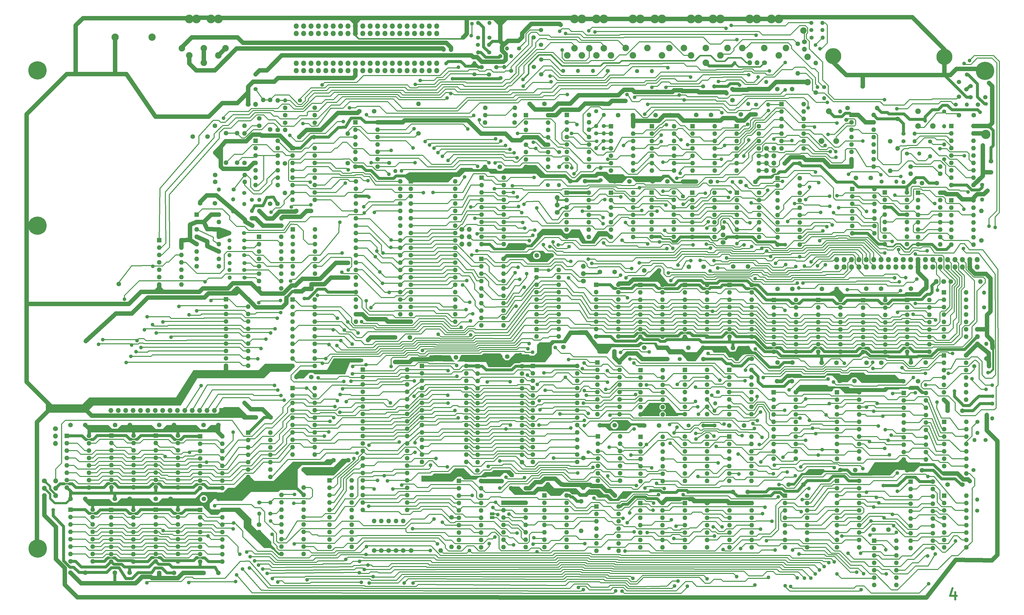
<source format=gbr>
%TF.GenerationSoftware,KiCad,Pcbnew,7.0.7*%
%TF.CreationDate,2023-11-21T20:32:32+00:00*%
%TF.ProjectId,lynx96,6c796e78-3936-42e6-9b69-6361645f7063,rev?*%
%TF.SameCoordinates,Original*%
%TF.FileFunction,Copper,L1,Top*%
%TF.FilePolarity,Positive*%
%FSLAX46Y46*%
G04 Gerber Fmt 4.6, Leading zero omitted, Abs format (unit mm)*
G04 Created by KiCad (PCBNEW 7.0.7) date 2023-11-21 20:32:32*
%MOMM*%
%LPD*%
G01*
G04 APERTURE LIST*
%ADD10C,0.660000*%
%TA.AperFunction,NonConductor*%
%ADD11C,0.660000*%
%TD*%
%TA.AperFunction,ComponentPad*%
%ADD12R,1.600000X1.600000*%
%TD*%
%TA.AperFunction,ComponentPad*%
%ADD13O,1.600000X1.600000*%
%TD*%
%TA.AperFunction,ComponentPad*%
%ADD14C,1.400000*%
%TD*%
%TA.AperFunction,ComponentPad*%
%ADD15O,1.400000X1.400000*%
%TD*%
%TA.AperFunction,ComponentPad*%
%ADD16C,1.600000*%
%TD*%
%TA.AperFunction,ComponentPad*%
%ADD17C,1.700000*%
%TD*%
%TA.AperFunction,ComponentPad*%
%ADD18O,1.700000X1.700000*%
%TD*%
%TA.AperFunction,ComponentPad*%
%ADD19O,1.800000X1.800000*%
%TD*%
%TA.AperFunction,ComponentPad*%
%ADD20C,6.300000*%
%TD*%
%TA.AperFunction,SMDPad,CuDef*%
%ADD21R,1.500000X1.000000*%
%TD*%
%TA.AperFunction,ComponentPad*%
%ADD22C,1.500000*%
%TD*%
%TA.AperFunction,ComponentPad*%
%ADD23O,1.900000X1.900000*%
%TD*%
%TA.AperFunction,ComponentPad*%
%ADD24C,1.900000*%
%TD*%
%TA.AperFunction,ComponentPad*%
%ADD25R,1.700000X1.700000*%
%TD*%
%TA.AperFunction,ComponentPad*%
%ADD26C,2.500000*%
%TD*%
%TA.AperFunction,ComponentPad*%
%ADD27C,2.250000*%
%TD*%
%TA.AperFunction,ComponentPad*%
%ADD28C,3.000000*%
%TD*%
%TA.AperFunction,ComponentPad*%
%ADD29O,2.000000X2.000000*%
%TD*%
%TA.AperFunction,ComponentPad*%
%ADD30C,2.200000*%
%TD*%
%TA.AperFunction,ComponentPad*%
%ADD31C,5.500000*%
%TD*%
%TA.AperFunction,TestPad*%
%ADD32C,3.200000*%
%TD*%
%TA.AperFunction,ViaPad*%
%ADD33C,1.300000*%
%TD*%
%TA.AperFunction,Conductor*%
%ADD34C,1.500000*%
%TD*%
%TA.AperFunction,Conductor*%
%ADD35C,1.000000*%
%TD*%
%TA.AperFunction,Conductor*%
%ADD36C,0.500000*%
%TD*%
%TA.AperFunction,Conductor*%
%ADD37C,0.300000*%
%TD*%
%TA.AperFunction,Conductor*%
%ADD38C,0.400000*%
%TD*%
%TA.AperFunction,Conductor*%
%ADD39C,0.800000*%
%TD*%
%TA.AperFunction,Conductor*%
%ADD40C,0.700000*%
%TD*%
G04 APERTURE END LIST*
D10*
D11*
X361370876Y-231606203D02*
X361370876Y-234072870D01*
X360489924Y-230196680D02*
X359608971Y-232839537D01*
X359608971Y-232839537D02*
X361899448Y-232839537D01*
D12*
%TO.P,IC35,1,VBB*%
%TO.N,BANK2P1*%
X268550000Y-125890000D03*
D13*
%TO.P,IC35,2,Din*%
%TO.N,/Bank Switching Decoding/RD5*%
X268550000Y-128430000D03*
%TO.P,IC35,3,~{WRITE}*%
%TO.N,~{WR2}*%
X268550000Y-130970000D03*
%TO.P,IC35,4,~{RAS}*%
%TO.N,~{VRAS}*%
X268550000Y-133510000D03*
%TO.P,IC35,5,A0*%
%TO.N,/CRTC\u002C Buffers and Shift Registers/VA5*%
X268550000Y-136050000D03*
%TO.P,IC35,6,A2*%
%TO.N,/CRTC\u002C Buffers and Shift Registers/VA2*%
X268550000Y-138590000D03*
%TO.P,IC35,7,A1*%
%TO.N,/CRTC\u002C Buffers and Shift Registers/VA0*%
X268550000Y-141130000D03*
%TO.P,IC35,8,VCC*%
%TO.N,BANK2P8*%
X268550000Y-143670000D03*
%TO.P,IC35,9,A7*%
%TO.N,BANK2P9*%
X276170000Y-143670000D03*
%TO.P,IC35,10,A5*%
%TO.N,/CRTC\u002C Buffers and Shift Registers/VA1*%
X276170000Y-141130000D03*
%TO.P,IC35,11,A4*%
%TO.N,/CRTC\u002C Buffers and Shift Registers/VA4*%
X276170000Y-138590000D03*
%TO.P,IC35,12,A3*%
%TO.N,/CRTC\u002C Buffers and Shift Registers/VA3*%
X276170000Y-136050000D03*
%TO.P,IC35,13,A6*%
%TO.N,/CRTC\u002C Buffers and Shift Registers/VA6*%
X276170000Y-133510000D03*
%TO.P,IC35,14,Dout*%
%TO.N,/CRTC\u002C Buffers and Shift Registers/VOD5*%
X276170000Y-130970000D03*
%TO.P,IC35,15,~{CAS}*%
%TO.N,~{BANK2CAS}*%
X276170000Y-128430000D03*
%TO.P,IC35,16,GND*%
%TO.N,GND*%
X276170000Y-125890000D03*
%TD*%
D14*
%TO.P,R10,1*%
%TO.N,Net-(TR1-B)*%
X196230000Y-53450000D03*
D15*
%TO.P,R10,2*%
%TO.N,+12V*%
X196230000Y-49640000D03*
%TD*%
D16*
%TO.P,D6,1,K*%
%TO.N,Net-(D6-K)*%
X210060000Y-70040000D03*
D13*
%TO.P,D6,2,A*%
%TO.N,Net-(D6-A)*%
X199900000Y-70040000D03*
%TD*%
D12*
%TO.P,IC38,1,VBB*%
%TO.N,BANK2P1*%
X314360000Y-131030000D03*
D13*
%TO.P,IC38,2,Din*%
%TO.N,/Bank Switching Decoding/RD0*%
X314360000Y-133570000D03*
%TO.P,IC38,3,~{WRITE}*%
%TO.N,~{WR2}*%
X314360000Y-136110000D03*
%TO.P,IC38,4,~{RAS}*%
%TO.N,~{VRAS}*%
X314360000Y-138650000D03*
%TO.P,IC38,5,A0*%
%TO.N,/CRTC\u002C Buffers and Shift Registers/VA5*%
X314360000Y-141190000D03*
%TO.P,IC38,6,A2*%
%TO.N,/CRTC\u002C Buffers and Shift Registers/VA2*%
X314360000Y-143730000D03*
%TO.P,IC38,7,A1*%
%TO.N,/CRTC\u002C Buffers and Shift Registers/VA0*%
X314360000Y-146270000D03*
%TO.P,IC38,8,VCC*%
%TO.N,BANK2P8*%
X314360000Y-148810000D03*
%TO.P,IC38,9,A7*%
%TO.N,BANK2P9*%
X321980000Y-148810000D03*
%TO.P,IC38,10,A5*%
%TO.N,/CRTC\u002C Buffers and Shift Registers/VA1*%
X321980000Y-146270000D03*
%TO.P,IC38,11,A4*%
%TO.N,/CRTC\u002C Buffers and Shift Registers/VA4*%
X321980000Y-143730000D03*
%TO.P,IC38,12,A3*%
%TO.N,/CRTC\u002C Buffers and Shift Registers/VA3*%
X321980000Y-141190000D03*
%TO.P,IC38,13,A6*%
%TO.N,/CRTC\u002C Buffers and Shift Registers/VA6*%
X321980000Y-138650000D03*
%TO.P,IC38,14,Dout*%
%TO.N,/CRTC\u002C Buffers and Shift Registers/VOD0*%
X321980000Y-136110000D03*
%TO.P,IC38,15,~{CAS}*%
%TO.N,~{BANK2CAS}*%
X321980000Y-133570000D03*
%TO.P,IC38,16,GND*%
%TO.N,GND*%
X321980000Y-131030000D03*
%TD*%
D16*
%TO.P,R35,1*%
%TO.N,Net-(MOD1-Video_In)*%
X339050000Y-76450000D03*
D13*
%TO.P,R35,2*%
%TO.N,Net-(IC12-COMP)*%
X339050000Y-86610000D03*
%TD*%
D16*
%TO.P,R95,1*%
%TO.N,GND*%
X107110000Y-71100000D03*
D13*
%TO.P,R95,2*%
%TO.N,Net-(IC1A-+)*%
X117270000Y-71100000D03*
%TD*%
D17*
%TO.P,LS1,1,1*%
%TO.N,GND*%
X118495000Y-63740000D03*
D18*
%TO.P,LS1,2,2*%
%TO.N,Net-(C1-Pad2)*%
X121035000Y-63740000D03*
%TD*%
D19*
%TO.P,PL4,1,Pin_1*%
%TO.N,/CRTC\u002C Buffers and Shift Registers/VOD0*%
X320700000Y-119690000D03*
%TO.P,PL4,2,Pin_2*%
%TO.N,/Bank Switching Decoding/RD0*%
X320700000Y-117150000D03*
%TO.P,PL4,3,Pin_3*%
%TO.N,/CRTC\u002C Buffers and Shift Registers/VOD5*%
X323240000Y-119690000D03*
%TO.P,PL4,4,Pin_4*%
%TO.N,unconnected-(PL4-Pin_4-Pad4)*%
X323240000Y-117150000D03*
%TO.P,PL4,5,Pin_5*%
%TO.N,/CRTC\u002C Buffers and Shift Registers/VOD7*%
X325780000Y-119690000D03*
%TO.P,PL4,6,Pin_6*%
%TO.N,/CRTC\u002C Buffers and Shift Registers/VOD6*%
X325780000Y-117150000D03*
%TO.P,PL4,7,Pin_7*%
%TO.N,/Bank Switching Decoding/RD2*%
X328320000Y-119690000D03*
%TO.P,PL4,8,Pin_8*%
%TO.N,/Bank Switching Decoding/RD1*%
X328320000Y-117150000D03*
%TO.P,PL4,9,Pin_9*%
%TO.N,/Bank Switching Decoding/RD4*%
X330860000Y-119690000D03*
%TO.P,PL4,10,Pin_10*%
%TO.N,/Bank Switching Decoding/RD3*%
X330860000Y-117150000D03*
%TO.P,PL4,11,Pin_11*%
%TO.N,/Bank Switching Decoding/RD5*%
X333400000Y-119690000D03*
%TO.P,PL4,12,Pin_12*%
%TO.N,/Bank Switching Decoding/RD6*%
X333400000Y-117150000D03*
%TO.P,PL4,13,Pin_13*%
%TO.N,unconnected-(PL4-Pin_13-Pad13)*%
X335940000Y-119690000D03*
%TO.P,PL4,14,Pin_14*%
%TO.N,/Bank Switching Decoding/RD7*%
X335940000Y-117150000D03*
%TO.P,PL4,15,Pin_15*%
%TO.N,unconnected-(PL4-Pin_15-Pad15)*%
X338480000Y-119690000D03*
%TO.P,PL4,16,Pin_16*%
%TO.N,/CRTC\u002C Buffers and Shift Registers/VOD1*%
X338480000Y-117150000D03*
%TO.P,PL4,17,Pin_17*%
%TO.N,/CRTC\u002C Buffers and Shift Registers/VOD3*%
X341020000Y-119690000D03*
%TO.P,PL4,18,Pin_18*%
%TO.N,/CRTC\u002C Buffers and Shift Registers/VOD4*%
X341020000Y-117150000D03*
%TO.P,PL4,19,Pin_19*%
%TO.N,unconnected-(PL4-Pin_19-Pad19)*%
X343560000Y-119690000D03*
%TO.P,PL4,20,Pin_20*%
%TO.N,unconnected-(PL4-Pin_20-Pad20)*%
X343560000Y-117150000D03*
%TO.P,PL4,21,Pin_21*%
%TO.N,~{VCASII}*%
X346100000Y-119690000D03*
%TO.P,PL4,22,Pin_22*%
%TO.N,unconnected-(PL4-Pin_22-Pad22)*%
X346100000Y-117150000D03*
%TO.P,PL4,23,Pin_23*%
%TO.N,GND*%
X348640000Y-119690000D03*
%TO.P,PL4,24,Pin_24*%
X348640000Y-117150000D03*
%TO.P,PL4,25,Pin_25*%
%TO.N,/CRTC\u002C Buffers and Shift Registers/VOD2*%
X351180000Y-119690000D03*
%TO.P,PL4,26,Pin_26*%
%TO.N,~{WR3}*%
X351180000Y-117150000D03*
%TO.P,PL4,27,Pin_27*%
%TO.N,-5V*%
X353720000Y-119690000D03*
%TO.P,PL4,28,Pin_28*%
%TO.N,/CRTC\u002C Buffers and Shift Registers/VA6*%
X353720000Y-117150000D03*
%TO.P,PL4,29,Pin_29*%
%TO.N,~{VRAS}*%
X356260000Y-119690000D03*
%TO.P,PL4,30,Pin_30*%
%TO.N,~{BANK3CAS}*%
X356260000Y-117150000D03*
%TO.P,PL4,31,Pin_31*%
%TO.N,/CRTC\u002C Buffers and Shift Registers/VA3*%
X358800000Y-119690000D03*
%TO.P,PL4,32,Pin_32*%
%TO.N,/CRTC\u002C Buffers and Shift Registers/VA5*%
X358800000Y-117150000D03*
%TO.P,PL4,33,Pin_33*%
%TO.N,/CRTC\u002C Buffers and Shift Registers/VA4*%
X361340000Y-119690000D03*
%TO.P,PL4,34,Pin_34*%
%TO.N,/CRTC\u002C Buffers and Shift Registers/VA2*%
X361340000Y-117150000D03*
%TO.P,PL4,35,Pin_35*%
%TO.N,/CRTC\u002C Buffers and Shift Registers/VA1*%
X363880000Y-119690000D03*
%TO.P,PL4,36,Pin_36*%
%TO.N,/CRTC\u002C Buffers and Shift Registers/VA0*%
X363880000Y-117150000D03*
%TO.P,PL4,37,Pin_37*%
%TO.N,+12V*%
X366420000Y-119690000D03*
%TO.P,PL4,38,Pin_38*%
X366420000Y-117150000D03*
%TO.P,PL4,39,Pin_39*%
%TO.N,+5V*%
X368960000Y-119690000D03*
%TO.P,PL4,40,Pin_40*%
X368960000Y-117150000D03*
%TD*%
D12*
%TO.P,IC31,1,OEa*%
%TO.N,~{VMUX}*%
X198610000Y-116960000D03*
D13*
%TO.P,IC31,2,I0a*%
%TO.N,Net-(IC17-MA7)*%
X198610000Y-119500000D03*
%TO.P,IC31,3,O3b*%
%TO.N,/CRTC\u002C Buffers and Shift Registers/VA1*%
X198610000Y-122040000D03*
%TO.P,IC31,4,I1a*%
%TO.N,Net-(IC17-MA9)*%
X198610000Y-124580000D03*
%TO.P,IC31,5,O2b*%
%TO.N,/CRTC\u002C Buffers and Shift Registers/VA3*%
X198610000Y-127120000D03*
%TO.P,IC31,6,I2a*%
%TO.N,Net-(IC17-MA10)*%
X198610000Y-129660000D03*
%TO.P,IC31,7,O1b*%
%TO.N,/CRTC\u002C Buffers and Shift Registers/VA7*%
X198610000Y-132200000D03*
%TO.P,IC31,8,I3a*%
%TO.N,Net-(IC31-I3a)*%
X198610000Y-134740000D03*
%TO.P,IC31,9,O0b*%
%TO.N,/CRTC\u002C Buffers and Shift Registers/VA6*%
X198610000Y-137280000D03*
%TO.P,IC31,10,GND*%
%TO.N,GND*%
X198610000Y-139820000D03*
%TO.P,IC31,11,I0b*%
%TO.N,COLA*%
X206230000Y-139820000D03*
%TO.P,IC31,12,O3a*%
%TO.N,/CRTC\u002C Buffers and Shift Registers/VA0*%
X206230000Y-137280000D03*
%TO.P,IC31,13,I1b*%
%TO.N,COLB*%
X206230000Y-134740000D03*
%TO.P,IC31,14,O2a*%
%TO.N,/CRTC\u002C Buffers and Shift Registers/VA5*%
X206230000Y-132200000D03*
%TO.P,IC31,15,I2b*%
%TO.N,Net-(IC17-MA8)*%
X206230000Y-129660000D03*
%TO.P,IC31,16,O1a*%
%TO.N,/CRTC\u002C Buffers and Shift Registers/VA4*%
X206230000Y-127120000D03*
%TO.P,IC31,17,I3b*%
%TO.N,Net-(IC17-MA6)*%
X206230000Y-124580000D03*
%TO.P,IC31,18,O0a*%
%TO.N,/CRTC\u002C Buffers and Shift Registers/VA2*%
X206230000Y-122040000D03*
%TO.P,IC31,19,OEb*%
%TO.N,~{VMUX}*%
X206230000Y-119500000D03*
%TO.P,IC31,20,VCC*%
%TO.N,+5V*%
X206230000Y-116960000D03*
%TD*%
D16*
%TO.P,R16,1*%
%TO.N,GND*%
X210070000Y-67520000D03*
D13*
%TO.P,R16,2*%
%TO.N,Net-(SKT2-Pin_6)*%
X199910000Y-67520000D03*
%TD*%
D17*
%TO.P,LK10,1,Pin_1*%
%TO.N,GND*%
X309590000Y-42215000D03*
D18*
%TO.P,LK10,2,Pin_2*%
X309590000Y-44755000D03*
%TD*%
D12*
%TO.P,IC20,1,~{R}*%
%TO.N,~{LOAD}*%
X243110000Y-94138507D03*
D13*
%TO.P,IC20,2,D*%
%TO.N,Net-(IC20A-D)*%
X243110000Y-96678507D03*
%TO.P,IC20,3,C*%
%TO.N,Net-(IC20A-C)*%
X243110000Y-99218507D03*
%TO.P,IC20,4,~{S}*%
%TO.N,+5V*%
X243110000Y-101758507D03*
%TO.P,IC20,5,Q*%
%TO.N,/Video Timing/P*%
X243110000Y-104298507D03*
%TO.P,IC20,6,~{Q}*%
%TO.N,Net-(IC20A-D)*%
X243110000Y-106838507D03*
%TO.P,IC20,7,GND*%
%TO.N,GND*%
X243110000Y-109378507D03*
%TO.P,IC20,8,~{Q}*%
%TO.N,Net-(IC20B-D)*%
X250730000Y-109378507D03*
%TO.P,IC20,9,Q*%
%TO.N,COLB*%
X250730000Y-106838507D03*
%TO.P,IC20,10,~{S}*%
%TO.N,+5V*%
X250730000Y-104298507D03*
%TO.P,IC20,11,C*%
%TO.N,/Video Timing/P*%
X250730000Y-101758507D03*
%TO.P,IC20,12,D*%
%TO.N,Net-(IC20B-D)*%
X250730000Y-99218507D03*
%TO.P,IC20,13,~{R}*%
%TO.N,~{LOAD}*%
X250730000Y-96678507D03*
%TO.P,IC20,14,VCC*%
%TO.N,+5V*%
X250730000Y-94138507D03*
%TD*%
D16*
%TO.P,A15,1*%
%TO.N,+5V*%
X244310000Y-148790000D03*
%TO.P,A15,2*%
%TO.N,GND*%
X239230000Y-148790000D03*
%TD*%
%TO.P,A25,1*%
%TO.N,+5V*%
X274890000Y-151400000D03*
%TO.P,A25,2*%
%TO.N,GND*%
X269810000Y-151400000D03*
%TD*%
D14*
%TO.P,R30,1*%
%TO.N,+5V*%
X343630000Y-73860000D03*
D15*
%TO.P,R30,2*%
%TO.N,RED*%
X347440000Y-73860000D03*
%TD*%
D16*
%TO.P,R7,1*%
%TO.N,Net-(IC3-Pad6)*%
X152700000Y-84000000D03*
D13*
%TO.P,R7,2*%
%TO.N,Net-(TR1-B)*%
X152700000Y-73840000D03*
%TD*%
D14*
%TO.P,R42,1*%
%TO.N,Net-(IC1B--)*%
X117150000Y-94210000D03*
D15*
%TO.P,R42,2*%
%TO.N,Net-(IC1A-+)*%
X117150000Y-98020000D03*
%TD*%
D12*
%TO.P,IC68,1*%
%TO.N,GND*%
X129920000Y-195620000D03*
D13*
%TO.P,IC68,2*%
%TO.N,/System Timing/L4MHZ*%
X129920000Y-198160000D03*
%TO.P,IC68,3*%
%TO.N,/CPU and ROM/KBA0*%
X129920000Y-200700000D03*
%TO.P,IC68,4*%
%TO.N,Net-(D7-A)*%
X129920000Y-203240000D03*
%TO.P,IC68,5*%
%TO.N,/CPU and ROM/KBA1*%
X129920000Y-205780000D03*
%TO.P,IC68,6*%
%TO.N,8MHZ*%
X129920000Y-208320000D03*
%TO.P,IC68,7*%
%TO.N,/CPU and ROM/KBA2*%
X129920000Y-210860000D03*
%TO.P,IC68,8*%
%TO.N,Net-(IC43-~{BUSACK})*%
X129920000Y-213400000D03*
%TO.P,IC68,9*%
%TO.N,/CPU and ROM/KBA3*%
X129920000Y-215940000D03*
%TO.P,IC68,10,GND*%
%TO.N,GND*%
X129920000Y-218480000D03*
%TO.P,IC68,11*%
%TO.N,/Bank Switching Decoding/A11*%
X137540000Y-218480000D03*
%TO.P,IC68,12*%
%TO.N,~{BUSAK}*%
X137540000Y-215940000D03*
%TO.P,IC68,13*%
%TO.N,/Bank Switching Decoding/A10*%
X137540000Y-213400000D03*
%TO.P,IC68,14*%
%TO.N,BUS8MHZ*%
X137540000Y-210860000D03*
%TO.P,IC68,15*%
%TO.N,/Bank Switching Decoding/A9*%
X137540000Y-208320000D03*
%TO.P,IC68,16*%
%TO.N,~{RESET}*%
X137540000Y-205780000D03*
%TO.P,IC68,17*%
%TO.N,/Bank Switching Decoding/A8*%
X137540000Y-203240000D03*
%TO.P,IC68,18*%
%TO.N,4MHZ*%
X137540000Y-200700000D03*
%TO.P,IC68,19*%
%TO.N,GND*%
X137540000Y-198160000D03*
%TO.P,IC68,20,VCC*%
%TO.N,+5V*%
X137540000Y-195620000D03*
%TD*%
D16*
%TO.P,XTL2,1,1*%
%TO.N,Net-(IC12-Cout)*%
X367750000Y-67480000D03*
%TO.P,XTL2,2,2*%
%TO.N,Net-(C18-Pad1)*%
X362670000Y-67480000D03*
%TD*%
%TO.P,A76,1*%
%TO.N,BANK1P1*%
X72780000Y-174040000D03*
%TO.P,A76,2*%
%TO.N,GND*%
X77860000Y-174040000D03*
%TD*%
D14*
%TO.P,R18,1*%
%TO.N,Net-(IC6-Pad1)*%
X240670000Y-71210000D03*
D15*
%TO.P,R18,2*%
%TO.N,Net-(C8-Pad1)*%
X240670000Y-73750000D03*
%TD*%
D14*
%TO.P,C19,1*%
%TO.N,+5V*%
X374100000Y-166705000D03*
D15*
%TO.P,C19,2*%
%TO.N,BLUE*%
X374100000Y-171785000D03*
%TD*%
D12*
%TO.P,IC49,1*%
%TO.N,~{CSII}*%
X253260000Y-155198507D03*
D13*
%TO.P,IC49,2*%
%TO.N,~{CSIII}*%
X253260000Y-157738507D03*
%TO.P,IC49,3*%
%TO.N,Net-(IC48-Pad2)*%
X253260000Y-160278507D03*
%TO.P,IC49,4*%
%TO.N,Net-(IC47-O3)*%
X253260000Y-162818507D03*
%TO.P,IC49,5*%
%TO.N,Net-(IC47-O7)*%
X253260000Y-165358507D03*
%TO.P,IC49,6*%
%TO.N,~{CRTCSEL}*%
X253260000Y-167898507D03*
%TO.P,IC49,7,GND*%
%TO.N,GND*%
X253260000Y-170438507D03*
%TO.P,IC49,8*%
%TO.N,Net-(IC53A-~{S})*%
X260880000Y-170438507D03*
%TO.P,IC49,9*%
%TO.N,Net-(IC10-Pad10)*%
X260880000Y-167898507D03*
%TO.P,IC49,10*%
%TO.N,~{RFSH}*%
X260880000Y-165358507D03*
%TO.P,IC49,11*%
%TO.N,Net-(IC32-CE)*%
X260880000Y-162818507D03*
%TO.P,IC49,12*%
%TO.N,~{DATAX}*%
X260880000Y-160278507D03*
%TO.P,IC49,13*%
%TO.N,VRESET*%
X260880000Y-157738507D03*
%TO.P,IC49,14,VCC*%
%TO.N,+5V*%
X260880000Y-155198507D03*
%TD*%
D20*
%TO.P,H2,1,1*%
%TO.N,GND*%
X46120000Y-105540000D03*
%TD*%
D16*
%TO.P,A36,1*%
%TO.N,+5V*%
X140270000Y-125690000D03*
%TO.P,A36,2*%
%TO.N,GND*%
X135190000Y-125690000D03*
%TD*%
D12*
%TO.P,IC61,1,VBB*%
%TO.N,BANK1P1*%
X86710000Y-177760000D03*
D13*
%TO.P,IC61,2,Din*%
%TO.N,/Bank Switching Decoding/RD6*%
X86710000Y-180300000D03*
%TO.P,IC61,3,~{WRITE}*%
%TO.N,~{BANK1WR}*%
X86710000Y-182840000D03*
%TO.P,IC61,4,~{RAS}*%
%TO.N,~{RAS}*%
X86710000Y-185380000D03*
%TO.P,IC61,5,A0*%
%TO.N,/Bank Switching Decoding/RA4*%
X86710000Y-187920000D03*
%TO.P,IC61,6,A2*%
%TO.N,/Bank Switching Decoding/RA2*%
X86710000Y-190460000D03*
%TO.P,IC61,7,A1*%
%TO.N,/Bank Switching Decoding/RA0*%
X86710000Y-193000000D03*
%TO.P,IC61,8,VCC*%
%TO.N,BANK1P8*%
X86710000Y-195540000D03*
%TO.P,IC61,9,A7*%
%TO.N,BANK1P9*%
X94330000Y-195540000D03*
%TO.P,IC61,10,A5*%
%TO.N,/Bank Switching Decoding/RA1*%
X94330000Y-193000000D03*
%TO.P,IC61,11,A4*%
%TO.N,/Bank Switching Decoding/RA3*%
X94330000Y-190460000D03*
%TO.P,IC61,12,A3*%
%TO.N,/Bank Switching Decoding/RA5*%
X94330000Y-187920000D03*
%TO.P,IC61,13,A6*%
%TO.N,/Bank Switching Decoding/RA6*%
X94330000Y-185380000D03*
%TO.P,IC61,14,Dout*%
%TO.N,/Bank Switching Decoding/RD6*%
X94330000Y-182840000D03*
%TO.P,IC61,15,~{CAS}*%
%TO.N,~{BANK1CAS}*%
X94330000Y-180300000D03*
%TO.P,IC61,16,GND*%
%TO.N,GND*%
X94330000Y-177760000D03*
%TD*%
D17*
%TO.P,LK1,1,Pin_1*%
%TO.N,-5V*%
X52330000Y-175350000D03*
D18*
%TO.P,LK1,2,Pin_2*%
%TO.N,BANK1P1*%
X52330000Y-177890000D03*
%TO.P,LK1,3,Pin_3*%
%TO.N,+5V*%
X52330000Y-180430000D03*
%TD*%
D12*
%TO.P,IC51,1,OEa*%
%TO.N,VCLR*%
X268570000Y-155128507D03*
D13*
%TO.P,IC51,2*%
%TO.N,N/C*%
X268570000Y-157668507D03*
%TO.P,IC51,3,A0*%
%TO.N,~{RAS}*%
X268570000Y-160208507D03*
%TO.P,IC51,4,A1*%
%TO.N,BUNGLE*%
X268570000Y-162748507D03*
%TO.P,IC51,5,A2*%
%TO.N,~{TCAS}*%
X268570000Y-165288507D03*
%TO.P,IC51,6,A3*%
X268570000Y-167828507D03*
%TO.P,IC51,7,GND*%
%TO.N,GND*%
X268570000Y-170368507D03*
%TO.P,IC51,8,B3*%
%TO.N,~{VCASI}*%
X276190000Y-170368507D03*
%TO.P,IC51,9,B2*%
%TO.N,~{VCASII}*%
X276190000Y-167828507D03*
%TO.P,IC51,10,B1*%
%TO.N,GEORGE*%
X276190000Y-165288507D03*
%TO.P,IC51,11,B0*%
%TO.N,~{VRAS}*%
X276190000Y-162748507D03*
%TO.P,IC51,12*%
%TO.N,N/C*%
X276190000Y-160208507D03*
%TO.P,IC51,13,OEb*%
%TO.N,DATAX*%
X276190000Y-157668507D03*
%TO.P,IC51,14,VCC*%
%TO.N,+5V*%
X276190000Y-155128507D03*
%TD*%
D12*
%TO.P,IC15,1,~{R}*%
%TO.N,unconnected-(IC15A-~{R}-Pad1)*%
X133800000Y-106760000D03*
D13*
%TO.P,IC15,2,D*%
%TO.N,unconnected-(IC15A-D-Pad2)*%
X133800000Y-109300000D03*
%TO.P,IC15,3,C*%
%TO.N,unconnected-(IC15A-C-Pad3)*%
X133800000Y-111840000D03*
%TO.P,IC15,4,~{S}*%
%TO.N,unconnected-(IC15A-~{S}-Pad4)*%
X133800000Y-114380000D03*
%TO.P,IC15,5,Q*%
%TO.N,unconnected-(IC15A-Q-Pad5)*%
X133800000Y-116920000D03*
%TO.P,IC15,6,~{Q}*%
%TO.N,unconnected-(IC15A-~{Q}-Pad6)*%
X133800000Y-119460000D03*
%TO.P,IC15,7,GND*%
%TO.N,GND*%
X133800000Y-122000000D03*
%TO.P,IC15,8,~{Q}*%
%TO.N,unconnected-(IC15B-~{Q}-Pad8)*%
X141420000Y-122000000D03*
%TO.P,IC15,9,Q*%
%TO.N,LPSTB*%
X141420000Y-119460000D03*
%TO.P,IC15,10,~{S}*%
%TO.N,+5V*%
X141420000Y-116920000D03*
%TO.P,IC15,11,C*%
%TO.N,CCLK*%
X141420000Y-114380000D03*
%TO.P,IC15,12,D*%
%TO.N,Net-(IC15B-D)*%
X141420000Y-111840000D03*
%TO.P,IC15,13,~{R}*%
%TO.N,+5V*%
X141420000Y-109300000D03*
%TO.P,IC15,14,VCC*%
X141420000Y-106760000D03*
%TD*%
D16*
%TO.P,R66,1*%
%TO.N,+5V*%
X166800000Y-217260000D03*
D13*
%TO.P,R66,2*%
%TO.N,~{RESET}*%
X166800000Y-207100000D03*
%TD*%
D14*
%TO.P,R41,1*%
%TO.N,GND*%
X113350000Y-100625000D03*
D15*
%TO.P,R41,2*%
%TO.N,Net-(IC1B-+)*%
X113350000Y-96425000D03*
%TD*%
D17*
%TO.P,LK11,1,Pin_1*%
%TO.N,GND*%
X295875000Y-49440000D03*
D18*
%TO.P,LK11,2,Pin_2*%
X293335000Y-49440000D03*
%TO.P,LK11,3,Pin_3*%
%TO.N,+12V*%
X290795000Y-49440000D03*
%TD*%
D17*
%TO.P,LK5,1,Pin_1*%
%TO.N,/CRTC\u002C Buffers and Shift Registers/VA7*%
X233670000Y-124565000D03*
D18*
%TO.P,LK5,2,Pin_2*%
%TO.N,BANK2P9*%
X233670000Y-122025000D03*
%TO.P,LK5,3,Pin_3*%
%TO.N,+5V*%
X233670000Y-119485000D03*
%TD*%
D12*
%TO.P,IC19,1,~{R}*%
%TO.N,+5V*%
X227880000Y-94148507D03*
D13*
%TO.P,IC19,2,D*%
%TO.N,VCLK*%
X227880000Y-96688507D03*
%TO.P,IC19,3,C*%
%TO.N,Net-(IC19A-C)*%
X227880000Y-99228507D03*
%TO.P,IC19,4,~{S}*%
%TO.N,Net-(IC19A-~{S})*%
X227880000Y-101768507D03*
%TO.P,IC19,5,Q*%
%TO.N,unconnected-(IC19A-Q-Pad5)*%
X227880000Y-104308507D03*
%TO.P,IC19,6,~{Q}*%
%TO.N,VCLK*%
X227880000Y-106848507D03*
%TO.P,IC19,7,GND*%
%TO.N,GND*%
X227880000Y-109388507D03*
%TO.P,IC19,8,~{Q}*%
%TO.N,unconnected-(IC19B-~{Q}-Pad8)*%
X235500000Y-109388507D03*
%TO.P,IC19,9,Q*%
%TO.N,DELDE*%
X235500000Y-106848507D03*
%TO.P,IC19,10,~{S}*%
%TO.N,+5V*%
X235500000Y-104308507D03*
%TO.P,IC19,11,C*%
%TO.N,~{CCLK}*%
X235500000Y-101768507D03*
%TO.P,IC19,12,D*%
%TO.N,DE*%
X235500000Y-99228507D03*
%TO.P,IC19,13,~{R}*%
%TO.N,VRESET*%
X235500000Y-96688507D03*
%TO.P,IC19,14,VCC*%
%TO.N,+5V*%
X235500000Y-94148507D03*
%TD*%
D17*
%TO.P,LK9,1,Pin_1*%
%TO.N,+12V*%
X369020000Y-141105000D03*
D18*
%TO.P,LK9,2,Pin_2*%
%TO.N,BANK2P8*%
X369020000Y-143645000D03*
%TO.P,LK9,3,Pin_3*%
%TO.N,+5V*%
X369020000Y-146185000D03*
%TD*%
D16*
%TO.P,C15,1*%
%TO.N,Net-(D7-A)*%
X122260000Y-208340000D03*
%TO.P,C15,2*%
%TO.N,GND*%
X122260000Y-210880000D03*
%TD*%
D12*
%TO.P,IC74,1*%
%TO.N,Net-(IC74-Pad1)*%
X253230000Y-200890000D03*
D13*
%TO.P,IC74,2*%
%TO.N,~{CPUCASINHIBIT}*%
X253230000Y-203430000D03*
%TO.P,IC74,3*%
%TO.N,~{CAS}*%
X253230000Y-205970000D03*
%TO.P,IC74,4*%
%TO.N,DATAX*%
X253230000Y-208510000D03*
%TO.P,IC74,5*%
%TO.N,ENVDMA*%
X253230000Y-211050000D03*
%TO.P,IC74,6*%
%TO.N,ESEL*%
X253230000Y-213590000D03*
%TO.P,IC74,7,GND*%
%TO.N,GND*%
X253230000Y-216130000D03*
%TO.P,IC74,8*%
%TO.N,Net-(IC50-Pad2)*%
X260850000Y-216130000D03*
%TO.P,IC74,9*%
%TO.N,~{MREQ}*%
X260850000Y-213590000D03*
%TO.P,IC74,10*%
%TO.N,Net-(IC74-Pad10)*%
X260850000Y-211050000D03*
%TO.P,IC74,11*%
%TO.N,Net-(IC63-Pad8)*%
X260850000Y-208510000D03*
%TO.P,IC74,12*%
%TO.N,~{IORQ}*%
X260850000Y-205970000D03*
%TO.P,IC74,13*%
%TO.N,Net-(IC54-Cp)*%
X260850000Y-203430000D03*
%TO.P,IC74,14,VCC*%
%TO.N,+5V*%
X260850000Y-200890000D03*
%TD*%
D14*
%TO.P,R11,1*%
%TO.N,Net-(D4-K)*%
X201350000Y-40805000D03*
D15*
%TO.P,R11,2*%
%TO.N,Net-(SKT3-Pin_3)*%
X201350000Y-35725000D03*
%TD*%
D12*
%TO.P,IC23,1*%
%TO.N,COLB*%
X286400000Y-94188507D03*
D13*
%TO.P,IC23,2*%
%TO.N,/Video Timing/BRIAN*%
X286400000Y-96728507D03*
%TO.P,IC23,3*%
%TO.N,Net-(LK6-Pin_1)*%
X286400000Y-99268507D03*
%TO.P,IC23,4*%
%TO.N,VMUX*%
X286400000Y-101808507D03*
%TO.P,IC23,5*%
%TO.N,/Video Timing/M*%
X286400000Y-104348507D03*
%TO.P,IC23,6*%
%TO.N,/Video Timing/BRIAN*%
X286400000Y-106888507D03*
%TO.P,IC23,7,GND*%
%TO.N,GND*%
X286400000Y-109428507D03*
%TO.P,IC23,8*%
%TO.N,VCASI*%
X294020000Y-109428507D03*
%TO.P,IC23,9*%
%TO.N,Net-(IC20B-D)*%
X294020000Y-106888507D03*
%TO.P,IC23,10*%
%TO.N,/Video Timing/BRIAN*%
X294020000Y-104348507D03*
%TO.P,IC23,11*%
%TO.N,Net-(IC23-Pad11)*%
X294020000Y-101808507D03*
%TO.P,IC23,12*%
%TO.N,DATAX*%
X294020000Y-99268507D03*
%TO.P,IC23,13*%
%TO.N,Net-(IC22B-~{R})*%
X294020000Y-96728507D03*
%TO.P,IC23,14,VCC*%
%TO.N,+5V*%
X294020000Y-94188507D03*
%TD*%
D12*
%TO.P,IC52,1*%
%TO.N,Net-(IC10-Pad2)*%
X283810000Y-155128507D03*
D13*
%TO.P,IC52,2*%
%TO.N,Net-(IC5A-~{Q})*%
X283810000Y-157668507D03*
%TO.P,IC52,3*%
%TO.N,Net-(LK6-Pin_1)*%
X283810000Y-160208507D03*
%TO.P,IC52,4*%
%TO.N,Net-(IC23-Pad11)*%
X283810000Y-162748507D03*
%TO.P,IC52,5*%
%TO.N,~{WREN2}*%
X283810000Y-165288507D03*
%TO.P,IC52,6*%
%TO.N,GEORGE*%
X283810000Y-167828507D03*
%TO.P,IC52,7,GND*%
%TO.N,GND*%
X283810000Y-170368507D03*
%TO.P,IC52,8*%
%TO.N,GEORGE*%
X291430000Y-170368507D03*
%TO.P,IC52,9*%
%TO.N,~{WREN3}*%
X291430000Y-167828507D03*
%TO.P,IC52,10*%
%TO.N,Net-(IC23-Pad11)*%
X291430000Y-165288507D03*
%TO.P,IC52,11*%
%TO.N,VCASI*%
X291430000Y-162748507D03*
%TO.P,IC52,12*%
%TO.N,~{BUSRQ}*%
X291430000Y-160208507D03*
%TO.P,IC52,13*%
%TO.N,Net-(IC5B-~{Q})*%
X291430000Y-157668507D03*
%TO.P,IC52,14,VCC*%
%TO.N,+5V*%
X291430000Y-155128507D03*
%TD*%
D17*
%TO.P,LK8,1,Pin_1*%
%TO.N,-5V*%
X357445000Y-124690000D03*
D18*
%TO.P,LK8,2,Pin_2*%
%TO.N,BANK2P1*%
X354905000Y-124690000D03*
%TD*%
D17*
%TO.P,LK4,1,Pin_1*%
%TO.N,Net-(IC19A-C)*%
X224670000Y-100935000D03*
D18*
%TO.P,LK4,2,Pin_2*%
%TO.N,VCLK*%
X224670000Y-98395000D03*
%TO.P,LK4,3,Pin_3*%
X224670000Y-95855000D03*
%TD*%
D12*
%TO.P,IC64,1,VBB*%
%TO.N,BANK1P1*%
X57420000Y-203200000D03*
D13*
%TO.P,IC64,2,Din*%
%TO.N,/Bank Switching Decoding/RD3*%
X57420000Y-205740000D03*
%TO.P,IC64,3,~{WRITE}*%
%TO.N,~{BANK1WR}*%
X57420000Y-208280000D03*
%TO.P,IC64,4,~{RAS}*%
%TO.N,~{RAS}*%
X57420000Y-210820000D03*
%TO.P,IC64,5,A0*%
%TO.N,/Bank Switching Decoding/RA4*%
X57420000Y-213360000D03*
%TO.P,IC64,6,A2*%
%TO.N,/Bank Switching Decoding/RA2*%
X57420000Y-215900000D03*
%TO.P,IC64,7,A1*%
%TO.N,/Bank Switching Decoding/RA0*%
X57420000Y-218440000D03*
%TO.P,IC64,8,VCC*%
%TO.N,BANK1P8*%
X57420000Y-220980000D03*
%TO.P,IC64,9,A7*%
%TO.N,BANK1P9*%
X65040000Y-220980000D03*
%TO.P,IC64,10,A5*%
%TO.N,/Bank Switching Decoding/RA1*%
X65040000Y-218440000D03*
%TO.P,IC64,11,A4*%
%TO.N,/Bank Switching Decoding/RA3*%
X65040000Y-215900000D03*
%TO.P,IC64,12,A3*%
%TO.N,/Bank Switching Decoding/RA5*%
X65040000Y-213360000D03*
%TO.P,IC64,13,A6*%
%TO.N,/Bank Switching Decoding/RA6*%
X65040000Y-210820000D03*
%TO.P,IC64,14,Dout*%
%TO.N,/Bank Switching Decoding/RD3*%
X65040000Y-208280000D03*
%TO.P,IC64,15,~{CAS}*%
%TO.N,~{BANK1CAS}*%
X65040000Y-205740000D03*
%TO.P,IC64,16,GND*%
%TO.N,GND*%
X65040000Y-203200000D03*
%TD*%
D14*
%TO.P,XTL1,1,1*%
%TO.N,Net-(IC6-Pad1)*%
X252120000Y-52320000D03*
D15*
%TO.P,XTL1,2,2*%
%TO.N,Net-(IC6-Pad4)*%
X257200000Y-52320000D03*
%TD*%
D12*
%TO.P,IC67,1,VBB*%
%TO.N,BANK1P1*%
X101950000Y-203260000D03*
D13*
%TO.P,IC67,2,Din*%
%TO.N,/Bank Switching Decoding/RD0*%
X101950000Y-205800000D03*
%TO.P,IC67,3,~{WRITE}*%
%TO.N,~{BANK1WR}*%
X101950000Y-208340000D03*
%TO.P,IC67,4,~{RAS}*%
%TO.N,~{RAS}*%
X101950000Y-210880000D03*
%TO.P,IC67,5,A0*%
%TO.N,/Bank Switching Decoding/RA4*%
X101950000Y-213420000D03*
%TO.P,IC67,6,A2*%
%TO.N,/Bank Switching Decoding/RA2*%
X101950000Y-215960000D03*
%TO.P,IC67,7,A1*%
%TO.N,/Bank Switching Decoding/RA0*%
X101950000Y-218500000D03*
%TO.P,IC67,8,VCC*%
%TO.N,BANK1P8*%
X101950000Y-221040000D03*
%TO.P,IC67,9,A7*%
%TO.N,BANK1P9*%
X109570000Y-221040000D03*
%TO.P,IC67,10,A5*%
%TO.N,/Bank Switching Decoding/RA1*%
X109570000Y-218500000D03*
%TO.P,IC67,11,A4*%
%TO.N,/Bank Switching Decoding/RA3*%
X109570000Y-215960000D03*
%TO.P,IC67,12,A3*%
%TO.N,/Bank Switching Decoding/RA5*%
X109570000Y-213420000D03*
%TO.P,IC67,13,A6*%
%TO.N,/Bank Switching Decoding/RA6*%
X109570000Y-210880000D03*
%TO.P,IC67,14,Dout*%
%TO.N,/Bank Switching Decoding/RD0*%
X109570000Y-208340000D03*
%TO.P,IC67,15,~{CAS}*%
%TO.N,~{BANK1CAS}*%
X109570000Y-205800000D03*
%TO.P,IC67,16,GND*%
%TO.N,GND*%
X109570000Y-203260000D03*
%TD*%
D16*
%TO.P,A86,1*%
%TO.N,+5V*%
X62540000Y-224900000D03*
%TO.P,A86,2*%
%TO.N,GND*%
X57460000Y-224900000D03*
%TD*%
D12*
%TO.P,IC66,1,VBB*%
%TO.N,BANK1P1*%
X86740000Y-203230000D03*
D13*
%TO.P,IC66,2,Din*%
%TO.N,/Bank Switching Decoding/RD7*%
X86740000Y-205770000D03*
%TO.P,IC66,3,~{WRITE}*%
%TO.N,~{BANK1WR}*%
X86740000Y-208310000D03*
%TO.P,IC66,4,~{RAS}*%
%TO.N,~{RAS}*%
X86740000Y-210850000D03*
%TO.P,IC66,5,A0*%
%TO.N,/Bank Switching Decoding/RA4*%
X86740000Y-213390000D03*
%TO.P,IC66,6,A2*%
%TO.N,/Bank Switching Decoding/RA2*%
X86740000Y-215930000D03*
%TO.P,IC66,7,A1*%
%TO.N,/Bank Switching Decoding/RA0*%
X86740000Y-218470000D03*
%TO.P,IC66,8,VCC*%
%TO.N,BANK1P8*%
X86740000Y-221010000D03*
%TO.P,IC66,9,A7*%
%TO.N,BANK1P9*%
X94360000Y-221010000D03*
%TO.P,IC66,10,A5*%
%TO.N,/Bank Switching Decoding/RA1*%
X94360000Y-218470000D03*
%TO.P,IC66,11,A4*%
%TO.N,/Bank Switching Decoding/RA3*%
X94360000Y-215930000D03*
%TO.P,IC66,12,A3*%
%TO.N,/Bank Switching Decoding/RA5*%
X94360000Y-213390000D03*
%TO.P,IC66,13,A6*%
%TO.N,/Bank Switching Decoding/RA6*%
X94360000Y-210850000D03*
%TO.P,IC66,14,Dout*%
%TO.N,/Bank Switching Decoding/RD7*%
X94360000Y-208310000D03*
%TO.P,IC66,15,~{CAS}*%
%TO.N,~{BANK1CAS}*%
X94360000Y-205770000D03*
%TO.P,IC66,16,GND*%
%TO.N,GND*%
X94360000Y-203230000D03*
%TD*%
D16*
%TO.P,A31,1*%
%TO.N,+5V*%
X107080000Y-97810000D03*
%TO.P,A31,2*%
%TO.N,GND*%
X102000000Y-97810000D03*
%TD*%
%TO.P,A91,1*%
%TO.N,+5V*%
X207450000Y-150550000D03*
%TO.P,A91,2*%
%TO.N,GND*%
X202370000Y-150550000D03*
%TD*%
%TO.P,A94,1*%
%TO.N,+5V*%
X305340000Y-58550000D03*
%TO.P,A94,2*%
%TO.N,GND*%
X300260000Y-58550000D03*
%TD*%
D14*
%TO.P,C7,1*%
%TO.N,GND*%
X238050000Y-66135000D03*
D15*
%TO.P,C7,2*%
%TO.N,Net-(IC5B-RxCx)*%
X238050000Y-71215000D03*
%TD*%
D14*
%TO.P,C23,1*%
%TO.N,Net-(SKT2-Pin_1)*%
X121030000Y-58485000D03*
D15*
%TO.P,C23,2*%
%TO.N,GND*%
X121030000Y-53405000D03*
%TD*%
D14*
%TO.P,R48,1*%
%TO.N,Net-(IC14-Q4)*%
X117185000Y-115680000D03*
D15*
%TO.P,R48,2*%
%TO.N,Net-(IC1B-+)*%
X112105000Y-115680000D03*
%TD*%
D12*
%TO.P,IC10,1*%
%TO.N,Net-(IC10-Pad1)*%
X301680000Y-63670000D03*
D13*
%TO.P,IC10,2*%
%TO.N,Net-(IC10-Pad2)*%
X301680000Y-66210000D03*
%TO.P,IC10,3*%
%TO.N,VCNT*%
X301680000Y-68750000D03*
%TO.P,IC10,4*%
%TO.N,IC9P5*%
X301680000Y-71290000D03*
%TO.P,IC10,5*%
%TO.N,Net-(IC9A-Q3)*%
X301680000Y-73830000D03*
%TO.P,IC10,6*%
%TO.N,~{LOAD}*%
X301680000Y-76370000D03*
%TO.P,IC10,7,GND*%
%TO.N,GND*%
X301680000Y-78910000D03*
%TO.P,IC10,8*%
%TO.N,Net-(IC10-Pad8)*%
X309300000Y-78910000D03*
%TO.P,IC10,9*%
%TO.N,~{RFSH}*%
X309300000Y-76370000D03*
%TO.P,IC10,10*%
%TO.N,Net-(IC10-Pad10)*%
X309300000Y-73830000D03*
%TO.P,IC10,11*%
%TO.N,~{RD}*%
X309300000Y-71290000D03*
%TO.P,IC10,12*%
%TO.N,ENVDMA*%
X309300000Y-68750000D03*
%TO.P,IC10,13*%
%TO.N,BUSAK*%
X309300000Y-66210000D03*
%TO.P,IC10,14,VCC*%
%TO.N,+5V*%
X309300000Y-63670000D03*
%TD*%
D16*
%TO.P,A84,1*%
%TO.N,+5V*%
X152880000Y-186200000D03*
%TO.P,A84,2*%
%TO.N,GND*%
X147800000Y-186200000D03*
%TD*%
D14*
%TO.P,C17,1*%
%TO.N,Net-(IC12-CHROMA)*%
X357640000Y-82665000D03*
D15*
%TO.P,C17,2*%
%TO.N,Net-(C16-Pad1)*%
X357640000Y-77585000D03*
%TD*%
D12*
%TO.P,IC55,1,OE*%
%TO.N,Net-(IC55-OE)*%
X320730000Y-162800000D03*
D13*
%TO.P,IC55,2,O0*%
%TO.N,/Bank Switching Decoding/RD7*%
X320730000Y-165340000D03*
%TO.P,IC55,3,D0*%
%TO.N,/CRTC\u002C Buffers and Shift Registers/VOD7*%
X320730000Y-167880000D03*
%TO.P,IC55,4,D1*%
%TO.N,/CRTC\u002C Buffers and Shift Registers/VOD6*%
X320730000Y-170420000D03*
%TO.P,IC55,5,O1*%
%TO.N,/Bank Switching Decoding/RD6*%
X320730000Y-172960000D03*
%TO.P,IC55,6,O2*%
%TO.N,/Bank Switching Decoding/RD5*%
X320730000Y-175500000D03*
%TO.P,IC55,7,D2*%
%TO.N,/CRTC\u002C Buffers and Shift Registers/VOD5*%
X320730000Y-178040000D03*
%TO.P,IC55,8,D3*%
%TO.N,/CRTC\u002C Buffers and Shift Registers/VOD2*%
X320730000Y-180580000D03*
%TO.P,IC55,9,O3*%
%TO.N,/Bank Switching Decoding/RD2*%
X320730000Y-183120000D03*
%TO.P,IC55,10,GND*%
%TO.N,GND*%
X320730000Y-185660000D03*
%TO.P,IC55,11,LE*%
%TO.N,Net-(IC55-LE)*%
X328350000Y-185660000D03*
%TO.P,IC55,12,O4*%
%TO.N,/Bank Switching Decoding/RD3*%
X328350000Y-183120000D03*
%TO.P,IC55,13,D4*%
%TO.N,/CRTC\u002C Buffers and Shift Registers/VOD3*%
X328350000Y-180580000D03*
%TO.P,IC55,14,D5*%
%TO.N,/CRTC\u002C Buffers and Shift Registers/VOD4*%
X328350000Y-178040000D03*
%TO.P,IC55,15,O5*%
%TO.N,/Bank Switching Decoding/RD4*%
X328350000Y-175500000D03*
%TO.P,IC55,16,O6*%
%TO.N,/Bank Switching Decoding/RD1*%
X328350000Y-172960000D03*
%TO.P,IC55,17,D6*%
%TO.N,/CRTC\u002C Buffers and Shift Registers/VOD1*%
X328350000Y-170420000D03*
%TO.P,IC55,18,D7*%
%TO.N,/CRTC\u002C Buffers and Shift Registers/VOD0*%
X328350000Y-167880000D03*
%TO.P,IC55,19,O7*%
%TO.N,/Bank Switching Decoding/RD0*%
X328350000Y-165340000D03*
%TO.P,IC55,20,VCC*%
%TO.N,+5V*%
X328350000Y-162800000D03*
%TD*%
D16*
%TO.P,A16,1*%
%TO.N,+5V*%
X244370000Y-174200000D03*
%TO.P,A16,2*%
%TO.N,GND*%
X239290000Y-174200000D03*
%TD*%
%TO.P,A33,1*%
%TO.N,+5V*%
X307900000Y-84050000D03*
%TO.P,A33,2*%
%TO.N,GND*%
X302820000Y-84050000D03*
%TD*%
%TO.P,R67,1*%
%TO.N,+5V*%
X169270000Y-217260000D03*
D13*
%TO.P,R67,2*%
%TO.N,~{BUSRQ}*%
X169270000Y-207100000D03*
%TD*%
D16*
%TO.P,A4,1*%
%TO.N,+5V*%
X291480000Y-151310000D03*
%TO.P,A4,2*%
%TO.N,GND*%
X286400000Y-151310000D03*
%TD*%
D14*
%TO.P,R31,1*%
%TO.N,+5V*%
X343590000Y-76440000D03*
D15*
%TO.P,R31,2*%
%TO.N,GREEN*%
X347400000Y-76440000D03*
%TD*%
D14*
%TO.P,R72,1*%
%TO.N,RED*%
X368950000Y-203510000D03*
D15*
%TO.P,R72,2*%
%TO.N,Net-(TR5-B)*%
X368950000Y-199700000D03*
%TD*%
D12*
%TO.P,IC65,1,VBB*%
%TO.N,BANK1P1*%
X71430000Y-203260000D03*
D13*
%TO.P,IC65,2,Din*%
%TO.N,/Bank Switching Decoding/RD5*%
X71430000Y-205800000D03*
%TO.P,IC65,3,~{WRITE}*%
%TO.N,~{BANK1WR}*%
X71430000Y-208340000D03*
%TO.P,IC65,4,~{RAS}*%
%TO.N,~{RAS}*%
X71430000Y-210880000D03*
%TO.P,IC65,5,A0*%
%TO.N,/Bank Switching Decoding/RA4*%
X71430000Y-213420000D03*
%TO.P,IC65,6,A2*%
%TO.N,/Bank Switching Decoding/RA2*%
X71430000Y-215960000D03*
%TO.P,IC65,7,A1*%
%TO.N,/Bank Switching Decoding/RA0*%
X71430000Y-218500000D03*
%TO.P,IC65,8,VCC*%
%TO.N,BANK1P8*%
X71430000Y-221040000D03*
%TO.P,IC65,9,A7*%
%TO.N,BANK1P9*%
X79050000Y-221040000D03*
%TO.P,IC65,10,A5*%
%TO.N,/Bank Switching Decoding/RA1*%
X79050000Y-218500000D03*
%TO.P,IC65,11,A4*%
%TO.N,/Bank Switching Decoding/RA3*%
X79050000Y-215960000D03*
%TO.P,IC65,12,A3*%
%TO.N,/Bank Switching Decoding/RA5*%
X79050000Y-213420000D03*
%TO.P,IC65,13,A6*%
%TO.N,/Bank Switching Decoding/RA6*%
X79050000Y-210880000D03*
%TO.P,IC65,14,Dout*%
%TO.N,/Bank Switching Decoding/RD5*%
X79050000Y-208340000D03*
%TO.P,IC65,15,~{CAS}*%
%TO.N,~{BANK1CAS}*%
X79050000Y-205800000D03*
%TO.P,IC65,16,GND*%
%TO.N,GND*%
X79050000Y-203260000D03*
%TD*%
D14*
%TO.P,R19,1*%
%TO.N,Net-(C8-Pad2)*%
X240630000Y-76410000D03*
D15*
%TO.P,R19,2*%
%TO.N,Net-(IC6-Pad4)*%
X240630000Y-78950000D03*
%TD*%
D21*
%TO.P,J2,1,Pin_1*%
%TO.N,+5V*%
X202300000Y-204610000D03*
%TO.P,J2,2,Pin_2*%
%TO.N,Net-(IC71B-~{S})*%
X202300000Y-205910000D03*
%TD*%
D16*
%TO.P,A34,1*%
%TO.N,+5V*%
X277470000Y-67410000D03*
%TO.P,A34,2*%
%TO.N,GND*%
X272390000Y-67410000D03*
%TD*%
D12*
%TO.P,IC4,1,C*%
%TO.N,Net-(IC19A-C)*%
X213930000Y-67458583D03*
D13*
%TO.P,IC4,2,K*%
%TO.N,+5V*%
X213930000Y-69998583D03*
%TO.P,IC4,3,J*%
%TO.N,Net-(IC4A-J)*%
X213930000Y-72538583D03*
%TO.P,IC4,4,~{S}*%
%TO.N,+5V*%
X213930000Y-75078583D03*
%TO.P,IC4,5,Q*%
%TO.N,8MHZ*%
X213930000Y-77618583D03*
%TO.P,IC4,6,~{Q}*%
%TO.N,unconnected-(IC4A-~{Q}-Pad6)*%
X213930000Y-80158583D03*
%TO.P,IC4,7,~{Q}*%
%TO.N,Net-(IC4A-J)*%
X213930000Y-82698583D03*
%TO.P,IC4,8,GND*%
%TO.N,GND*%
X213930000Y-85238583D03*
%TO.P,IC4,9,Q*%
%TO.N,Net-(IC4B-Q)*%
X221550000Y-85238583D03*
%TO.P,IC4,10,~{S}*%
%TO.N,+5V*%
X221550000Y-82698583D03*
%TO.P,IC4,11,J*%
%TO.N,8MHZ*%
X221550000Y-80158583D03*
%TO.P,IC4,12,K*%
%TO.N,+5V*%
X221550000Y-77618583D03*
%TO.P,IC4,13,C*%
%TO.N,Net-(IC19A-C)*%
X221550000Y-75078583D03*
%TO.P,IC4,14,~{R}*%
%TO.N,+5V*%
X221550000Y-72538583D03*
%TO.P,IC4,15,~{R}*%
X221550000Y-69998583D03*
%TO.P,IC4,16,VCC*%
X221550000Y-67458583D03*
%TD*%
D16*
%TO.P,C12,1*%
%TO.N,Net-(IC12-Vp)*%
X373697172Y-87140000D03*
%TO.P,C12,2*%
%TO.N,GND*%
X373697172Y-83330000D03*
%TD*%
D12*
%TO.P,IC76,1,~{R}*%
%TO.N,+5V*%
X283850000Y-200938507D03*
D13*
%TO.P,IC76,2,D*%
%TO.N,~{RMUX}*%
X283850000Y-203478507D03*
%TO.P,IC76,3,C*%
%TO.N,BUS8MHZ*%
X283850000Y-206018507D03*
%TO.P,IC76,4,~{S}*%
%TO.N,Net-(IC53A-~{S})*%
X283850000Y-208558507D03*
%TO.P,IC76,5,Q*%
%TO.N,~{CAS}*%
X283850000Y-211098507D03*
%TO.P,IC76,6,~{Q}*%
%TO.N,unconnected-(IC76A-~{Q}-Pad6)*%
X283850000Y-213638507D03*
%TO.P,IC76,7,GND*%
%TO.N,GND*%
X283850000Y-216178507D03*
%TO.P,IC76,8,~{Q}*%
%TO.N,unconnected-(IC76B-~{Q}-Pad8)*%
X291470000Y-216178507D03*
%TO.P,IC76,9,Q*%
%TO.N,VCLR*%
X291470000Y-213638507D03*
%TO.P,IC76,10,~{S}*%
%TO.N,+5V*%
X291470000Y-211098507D03*
%TO.P,IC76,11,C*%
%TO.N,IC9P5*%
X291470000Y-208558507D03*
%TO.P,IC76,12,D*%
%TO.N,VRESET*%
X291470000Y-206018507D03*
%TO.P,IC76,13,~{R}*%
%TO.N,+5V*%
X291470000Y-203478507D03*
%TO.P,IC76,14,VCC*%
X291470000Y-200938507D03*
%TD*%
D14*
%TO.P,R39,1*%
%TO.N,Net-(IC25-Pad1)*%
X361590000Y-63850000D03*
D15*
%TO.P,R39,2*%
%TO.N,Net-(TR6-B)*%
X365400000Y-63850000D03*
%TD*%
D16*
%TO.P,R5,1*%
%TO.N,Net-(D3-K)*%
X131100000Y-84050000D03*
D13*
%TO.P,R5,2*%
%TO.N,Net-(IC1-Pad8)*%
X131100000Y-94210000D03*
%TD*%
D12*
%TO.P,IC73,1*%
%TO.N,~{RD}*%
X238110000Y-202138507D03*
D13*
%TO.P,IC73,2*%
%TO.N,~{RDEN0}*%
X238110000Y-204678507D03*
%TO.P,IC73,3*%
%TO.N,Net-(IC72-E2)*%
X238110000Y-207218507D03*
%TO.P,IC73,4*%
%TO.N,~{EWR}*%
X238110000Y-209758507D03*
%TO.P,IC73,5*%
%TO.N,~{WREN1}*%
X238110000Y-212298507D03*
%TO.P,IC73,6*%
%TO.N,~{BANK1WR}*%
X238110000Y-214838507D03*
%TO.P,IC73,7,GND*%
%TO.N,GND*%
X238110000Y-217378507D03*
%TO.P,IC73,8*%
%TO.N,~{BANK1CAS}*%
X245730000Y-217378507D03*
%TO.P,IC73,9*%
%TO.N,~{RDEN1}*%
X245730000Y-214838507D03*
%TO.P,IC73,10*%
%TO.N,~{TCAS}*%
X245730000Y-212298507D03*
%TO.P,IC73,11*%
%TO.N,~{ENCPUDB}*%
X245730000Y-209758507D03*
%TO.P,IC73,12*%
%TO.N,Net-(IC48-Pad8)*%
X245730000Y-207218507D03*
%TO.P,IC73,13*%
%TO.N,Net-(IC48-Pad12)*%
X245730000Y-204678507D03*
%TO.P,IC73,14,VCC*%
%TO.N,+5V*%
X245730000Y-202138507D03*
%TD*%
D16*
%TO.P,R32,1*%
%TO.N,+5V*%
X341620000Y-68770000D03*
D13*
%TO.P,R32,2*%
%TO.N,BLUE*%
X341620000Y-78930000D03*
%TD*%
D12*
%TO.P,IC32,1,A->B*%
%TO.N,VRESET*%
X217580000Y-120760000D03*
D13*
%TO.P,IC32,2,A0*%
%TO.N,/CRTC\u002C Buffers and Shift Registers/VA7*%
X217580000Y-123300000D03*
%TO.P,IC32,3,A1*%
%TO.N,/CRTC\u002C Buffers and Shift Registers/VA6*%
X217580000Y-125840000D03*
%TO.P,IC32,4,A2*%
%TO.N,/CRTC\u002C Buffers and Shift Registers/VA3*%
X217580000Y-128380000D03*
%TO.P,IC32,5,A3*%
%TO.N,/CRTC\u002C Buffers and Shift Registers/VA5*%
X217580000Y-130920000D03*
%TO.P,IC32,6,A4*%
%TO.N,/CRTC\u002C Buffers and Shift Registers/VA4*%
X217580000Y-133460000D03*
%TO.P,IC32,7,A5*%
%TO.N,/CRTC\u002C Buffers and Shift Registers/VA2*%
X217580000Y-136000000D03*
%TO.P,IC32,8,A6*%
%TO.N,/CRTC\u002C Buffers and Shift Registers/VA1*%
X217580000Y-138540000D03*
%TO.P,IC32,9,A7*%
%TO.N,/CRTC\u002C Buffers and Shift Registers/VA0*%
X217580000Y-141080000D03*
%TO.P,IC32,10,GND*%
%TO.N,GND*%
X217580000Y-143620000D03*
%TO.P,IC32,11,B7*%
%TO.N,/Bank Switching Decoding/RA0*%
X225200000Y-143620000D03*
%TO.P,IC32,12,B6*%
%TO.N,/Bank Switching Decoding/RA1*%
X225200000Y-141080000D03*
%TO.P,IC32,13,B5*%
%TO.N,/Bank Switching Decoding/RA2*%
X225200000Y-138540000D03*
%TO.P,IC32,14,B4*%
%TO.N,/Bank Switching Decoding/RA4*%
X225200000Y-136000000D03*
%TO.P,IC32,15,B3*%
%TO.N,/Bank Switching Decoding/RA5*%
X225200000Y-133460000D03*
%TO.P,IC32,16,B2*%
%TO.N,/Bank Switching Decoding/RA3*%
X225200000Y-130920000D03*
%TO.P,IC32,17,B1*%
%TO.N,/Bank Switching Decoding/RA6*%
X225200000Y-128380000D03*
%TO.P,IC32,18,B0*%
%TO.N,/Bank Switching Decoding/RA7*%
X225200000Y-125840000D03*
%TO.P,IC32,19,CE*%
%TO.N,Net-(IC32-CE)*%
X225200000Y-123300000D03*
%TO.P,IC32,20,VCC*%
%TO.N,+5V*%
X225200000Y-120760000D03*
%TD*%
D12*
%TO.P,IC9,1,CP*%
%TO.N,VCLK*%
X286290000Y-71310000D03*
D13*
%TO.P,IC9,2,MR*%
%TO.N,Net-(IC9A-MR)*%
X286290000Y-73850000D03*
%TO.P,IC9,3,Q0*%
%TO.N,DOTCLK*%
X286290000Y-76390000D03*
%TO.P,IC9,4,Q1*%
%TO.N,VCNT*%
X286290000Y-78930000D03*
%TO.P,IC9,5,Q2*%
%TO.N,IC9P5*%
X286290000Y-81470000D03*
%TO.P,IC9,6,Q3*%
%TO.N,Net-(IC9A-Q3)*%
X286290000Y-84010000D03*
%TO.P,IC9,7,GND*%
%TO.N,GND*%
X286290000Y-86550000D03*
%TO.P,IC9,8,Q3*%
%TO.N,Net-(IC9B-Q3)*%
X293910000Y-86550000D03*
%TO.P,IC9,9,Q2*%
%TO.N,1MHZ*%
X293910000Y-84010000D03*
%TO.P,IC9,10,Q1*%
%TO.N,Net-(IC9B-Q1)*%
X293910000Y-81470000D03*
%TO.P,IC9,11,Q0*%
%TO.N,/System Timing/L4MHZ*%
X293910000Y-78930000D03*
%TO.P,IC9,12,MR*%
%TO.N,GND*%
X293910000Y-76390000D03*
%TO.P,IC9,13,CP*%
%TO.N,Net-(IC4B-Q)*%
X293910000Y-73850000D03*
%TO.P,IC9,14,VCC*%
%TO.N,+5V*%
X293910000Y-71310000D03*
%TD*%
D16*
%TO.P,R87,1*%
%TO.N,+5V*%
X232880000Y-200290000D03*
D13*
%TO.P,R87,2*%
%TO.N,~{IORQ}*%
X232880000Y-210450000D03*
%TD*%
D16*
%TO.P,A87,1*%
%TO.N,+5V*%
X93020000Y-224950000D03*
%TO.P,A87,2*%
%TO.N,GND*%
X87940000Y-224950000D03*
%TD*%
D14*
%TO.P,R57,1*%
%TO.N,~{VCASII}*%
X279855000Y-162725000D03*
D15*
%TO.P,R57,2*%
%TO.N,+5V*%
X278905000Y-166605000D03*
%TD*%
D14*
%TO.P,R20,1*%
%TO.N,~{EWR}*%
X274790000Y-57590000D03*
D15*
%TO.P,R20,2*%
%TO.N,+5V*%
X278600000Y-57590000D03*
%TD*%
D16*
%TO.P,D2,1,K*%
%TO.N,Net-(D2-K)*%
X131170000Y-67520000D03*
D13*
%TO.P,D2,2,A*%
%TO.N,Net-(D2-A)*%
X141330000Y-67520000D03*
%TD*%
D16*
%TO.P,D3,1,K*%
%TO.N,Net-(D3-K)*%
X131170000Y-70080000D03*
D13*
%TO.P,D3,2,A*%
%TO.N,Net-(D3-A)*%
X141330000Y-70080000D03*
%TD*%
D16*
%TO.P,A3,1*%
%TO.N,+5V*%
X363850000Y-169130000D03*
%TO.P,A3,2*%
%TO.N,GND*%
X358770000Y-169130000D03*
%TD*%
D14*
%TO.P,R21,1*%
%TO.N,+5V*%
X292965000Y-63800000D03*
D15*
%TO.P,R21,2*%
%TO.N,Net-(IC10-Pad1)*%
X297165000Y-63800000D03*
%TD*%
D14*
%TO.P,R62,1*%
%TO.N,BLUE*%
X371820000Y-179220000D03*
D15*
%TO.P,R62,2*%
%TO.N,Net-(TR5-B)*%
X368010000Y-179220000D03*
%TD*%
D12*
%TO.P,IC33,1,VBB*%
%TO.N,BANK2P1*%
X238050000Y-125810000D03*
D13*
%TO.P,IC33,2,Din*%
%TO.N,/Bank Switching Decoding/RD7*%
X238050000Y-128350000D03*
%TO.P,IC33,3,~{WRITE}*%
%TO.N,~{WR2}*%
X238050000Y-130890000D03*
%TO.P,IC33,4,~{RAS}*%
%TO.N,~{VRAS}*%
X238050000Y-133430000D03*
%TO.P,IC33,5,A0*%
%TO.N,/CRTC\u002C Buffers and Shift Registers/VA5*%
X238050000Y-135970000D03*
%TO.P,IC33,6,A2*%
%TO.N,/CRTC\u002C Buffers and Shift Registers/VA2*%
X238050000Y-138510000D03*
%TO.P,IC33,7,A1*%
%TO.N,/CRTC\u002C Buffers and Shift Registers/VA0*%
X238050000Y-141050000D03*
%TO.P,IC33,8,VCC*%
%TO.N,BANK2P8*%
X238050000Y-143590000D03*
%TO.P,IC33,9,A7*%
%TO.N,BANK2P9*%
X245670000Y-143590000D03*
%TO.P,IC33,10,A5*%
%TO.N,/CRTC\u002C Buffers and Shift Registers/VA1*%
X245670000Y-141050000D03*
%TO.P,IC33,11,A4*%
%TO.N,/CRTC\u002C Buffers and Shift Registers/VA4*%
X245670000Y-138510000D03*
%TO.P,IC33,12,A3*%
%TO.N,/CRTC\u002C Buffers and Shift Registers/VA3*%
X245670000Y-135970000D03*
%TO.P,IC33,13,A6*%
%TO.N,/CRTC\u002C Buffers and Shift Registers/VA6*%
X245670000Y-133430000D03*
%TO.P,IC33,14,Dout*%
%TO.N,/CRTC\u002C Buffers and Shift Registers/VOD7*%
X245670000Y-130890000D03*
%TO.P,IC33,15,~{CAS}*%
%TO.N,~{BANK2CAS}*%
X245670000Y-128350000D03*
%TO.P,IC33,16,GND*%
%TO.N,GND*%
X245670000Y-125810000D03*
%TD*%
D16*
%TO.P,R4,1*%
%TO.N,Net-(D1-K)*%
X128620000Y-72540000D03*
D13*
%TO.P,R4,2*%
%TO.N,A{slash}D I{slash}P*%
X128620000Y-62380000D03*
%TD*%
D17*
%TO.P,LK7,1,Pin_1*%
%TO.N,/System Timing/L4MHZ*%
X296560000Y-78890000D03*
D18*
%TO.P,LK7,2,Pin_2*%
%TO.N,Bx13*%
X299100000Y-78890000D03*
%TO.P,LK7,3,Pin_3*%
%TO.N,Net-(IC9B-Q1)*%
X296560000Y-81430000D03*
%TO.P,LK7,4,Pin_4*%
%TO.N,Bx13*%
X299100000Y-81430000D03*
%TO.P,LK7,5,Pin_5*%
%TO.N,1MHZ*%
X296560000Y-83970000D03*
%TO.P,LK7,6,Pin_6*%
%TO.N,Bx13*%
X299100000Y-83970000D03*
%TO.P,LK7,7,Pin_7*%
%TO.N,Net-(IC9B-Q3)*%
X296560000Y-86510000D03*
%TO.P,LK7,8,Pin_8*%
%TO.N,Bx13*%
X299100000Y-86510000D03*
%TD*%
D14*
%TO.P,R52,1*%
%TO.N,+5V*%
X221420000Y-91560000D03*
D15*
%TO.P,R52,2*%
%TO.N,Net-(IC5A-RxCx)*%
X225230000Y-91560000D03*
%TD*%
D12*
%TO.P,IC8,1*%
%TO.N,unconnected-(IC8-Pad1)*%
X271150000Y-71268507D03*
D13*
%TO.P,IC8,2*%
%TO.N,unconnected-(IC8-Pad2)*%
X271150000Y-73808507D03*
%TO.P,IC8,3*%
%TO.N,unconnected-(IC8-Pad3)*%
X271150000Y-76348507D03*
%TO.P,IC8,4*%
%TO.N,/Video Timing/P*%
X271150000Y-78888507D03*
%TO.P,IC8,5*%
%TO.N,Net-(IC20B-D)*%
X271150000Y-81428507D03*
%TO.P,IC8,6*%
%TO.N,Net-(IC7-Pad9)*%
X271150000Y-83968507D03*
%TO.P,IC8,7,GND*%
%TO.N,GND*%
X271150000Y-86508507D03*
%TO.P,IC8,8*%
%TO.N,Net-(IC55-LE)*%
X278770000Y-86508507D03*
%TO.P,IC8,9*%
%TO.N,Net-(IC25-Pad4)*%
X278770000Y-83968507D03*
%TO.P,IC8,10*%
%TO.N,VCASI*%
X278770000Y-81428507D03*
%TO.P,IC8,11*%
%TO.N,Net-(IC10-Pad2)*%
X278770000Y-78888507D03*
%TO.P,IC8,12*%
%TO.N,DSEL*%
X278770000Y-76348507D03*
%TO.P,IC8,13*%
%TO.N,ESEL*%
X278770000Y-73808507D03*
%TO.P,IC8,14,VCC*%
%TO.N,+5V*%
X278770000Y-71268507D03*
%TD*%
D16*
%TO.P,A6,1*%
%TO.N,+5V*%
X326770000Y-158940000D03*
%TO.P,A6,2*%
%TO.N,GND*%
X321690000Y-158940000D03*
%TD*%
%TO.P,R84,1*%
%TO.N,GND*%
X141330000Y-72550000D03*
D13*
%TO.P,R84,2*%
%TO.N,Net-(IC1-Pad14)*%
X131170000Y-72550000D03*
%TD*%
D12*
%TO.P,IC16,1,Vcc*%
%TO.N,+5V*%
X170740000Y-138510000D03*
D13*
%TO.P,IC16,2,N/C*%
%TO.N,unconnected-(IC16-N{slash}C-Pad2)*%
X170740000Y-135970000D03*
%TO.P,IC16,3,GND*%
%TO.N,GND*%
X170740000Y-133430000D03*
%TO.P,IC16,4,RRD*%
%TO.N,RU1*%
X170740000Y-130890000D03*
%TO.P,IC16,5,RBR8*%
%TO.N,/CPU and ROM/D7*%
X170740000Y-128350000D03*
%TO.P,IC16,6,RBR7*%
%TO.N,/CPU and ROM/D6*%
X170740000Y-125810000D03*
%TO.P,IC16,7,RBR6*%
%TO.N,/CPU and ROM/D5*%
X170740000Y-123270000D03*
%TO.P,IC16,8,RBR5*%
%TO.N,/CPU and ROM/D4*%
X170740000Y-120730000D03*
%TO.P,IC16,9,RBR4*%
%TO.N,/CPU and ROM/D3*%
X170740000Y-118190000D03*
%TO.P,IC16,10,RBR3*%
%TO.N,/CPU and ROM/D2*%
X170740000Y-115650000D03*
%TO.P,IC16,11,RBR2*%
%TO.N,/CPU and ROM/D1*%
X170740000Y-113110000D03*
%TO.P,IC16,12,RBR1*%
%TO.N,/CPU and ROM/D0*%
X170740000Y-110570000D03*
%TO.P,IC16,13,PE*%
%TO.N,/CPU and ROM/D2*%
X170740000Y-108030000D03*
%TO.P,IC16,14,FE*%
%TO.N,unconnected-(IC16-FE-Pad14)*%
X170740000Y-105490000D03*
%TO.P,IC16,15,OE*%
%TO.N,/CPU and ROM/D1*%
X170740000Y-102950000D03*
%TO.P,IC16,16,SFD*%
%TO.N,RU2*%
X170740000Y-100410000D03*
%TO.P,IC16,17,RRC*%
%TO.N,Net-(IC13-Q3)*%
X170740000Y-97870000D03*
%TO.P,IC16,18,~{DRR}*%
%TO.N,RU1*%
X170740000Y-95330000D03*
%TO.P,IC16,19,DR*%
%TO.N,/CPU and ROM/D7*%
X170740000Y-92790000D03*
%TO.P,IC16,20,RRI*%
%TO.N,Net-(IC16-RRI)*%
X170740000Y-90250000D03*
%TO.P,IC16,21,MR*%
%TO.N,Net-(IC16-MR)*%
X155500000Y-90250000D03*
%TO.P,IC16,22,TBRE*%
%TO.N,/CPU and ROM/D6*%
X155500000Y-92790000D03*
%TO.P,IC16,23,~{TBRL}*%
%TO.N,WU1*%
X155500000Y-95330000D03*
%TO.P,IC16,24,TRE*%
%TO.N,unconnected-(IC16-TRE-Pad24)*%
X155500000Y-97870000D03*
%TO.P,IC16,25,TRO*%
%TO.N,Net-(IC16-TRO)*%
X155500000Y-100410000D03*
%TO.P,IC16,26,TBR1*%
%TO.N,/CPU and ROM/D0*%
X155500000Y-102950000D03*
%TO.P,IC16,27,TBR2*%
%TO.N,/CPU and ROM/D1*%
X155500000Y-105490000D03*
%TO.P,IC16,28,TBR3*%
%TO.N,/CPU and ROM/D2*%
X155500000Y-108030000D03*
%TO.P,IC16,29,TBR4*%
%TO.N,/CPU and ROM/D3*%
X155500000Y-110570000D03*
%TO.P,IC16,30,TBR5*%
%TO.N,/CPU and ROM/D4*%
X155500000Y-113110000D03*
%TO.P,IC16,31,TBR6*%
%TO.N,/CPU and ROM/D5*%
X155500000Y-115650000D03*
%TO.P,IC16,32,TBR7*%
%TO.N,/CPU and ROM/D6*%
X155500000Y-118190000D03*
%TO.P,IC16,33,TBR8*%
%TO.N,/CPU and ROM/D7*%
X155500000Y-120730000D03*
%TO.P,IC16,34,CRL*%
%TO.N,+5V*%
X155500000Y-123270000D03*
%TO.P,IC16,35,PI*%
X155500000Y-125810000D03*
%TO.P,IC16,36,SBS*%
%TO.N,GND*%
X155500000Y-128350000D03*
%TO.P,IC16,37,CLS2*%
%TO.N,+5V*%
X155500000Y-130890000D03*
%TO.P,IC16,38,CLS1*%
X155500000Y-133430000D03*
%TO.P,IC16,39,EPE*%
X155500000Y-135970000D03*
%TO.P,IC16,40,TRC*%
%TO.N,Net-(IC13-Q3)*%
X155500000Y-138510000D03*
%TD*%
D16*
%TO.P,A18,1*%
%TO.N,+5V*%
X197230000Y-189720000D03*
%TO.P,A18,2*%
%TO.N,GND*%
X192150000Y-189720000D03*
%TD*%
%TO.P,A72,1*%
%TO.N,BANK1P8*%
X72690000Y-199480000D03*
%TO.P,A72,2*%
%TO.N,GND*%
X77770000Y-199480000D03*
%TD*%
D14*
%TO.P,C16,1*%
%TO.N,Net-(C16-Pad1)*%
X352770000Y-76535000D03*
D15*
%TO.P,C16,2*%
%TO.N,Net-(IC12-Vp)*%
X352770000Y-81615000D03*
%TD*%
D16*
%TO.P,A1,1*%
%TO.N,+5V*%
X141140000Y-75060000D03*
%TO.P,A1,2*%
%TO.N,GND*%
X136060000Y-75060000D03*
%TD*%
D22*
%TO.P,TR1,1,C*%
%TO.N,Net-(SKT3-Pin_1)*%
X203760000Y-50950000D03*
%TO.P,TR1,2,B*%
%TO.N,Net-(TR1-B)*%
X201220000Y-53490000D03*
%TO.P,TR1,3,E*%
%TO.N,+12V*%
X198680000Y-50950000D03*
%TD*%
D12*
%TO.P,IC82,1*%
%TO.N,HSYNC*%
X87950000Y-110460000D03*
D13*
%TO.P,IC82,2*%
%TO.N,VSYNC*%
X87950000Y-113000000D03*
%TO.P,IC82,3*%
%TO.N,Net-(IC25-Pad1)*%
X87950000Y-115540000D03*
%TO.P,IC82,4*%
%TO.N,unconnected-(IC82-Pad4)*%
X87950000Y-118080000D03*
%TO.P,IC82,5*%
%TO.N,unconnected-(IC82-Pad5)*%
X87950000Y-120620000D03*
%TO.P,IC82,6*%
%TO.N,unconnected-(IC82-Pad6)*%
X87950000Y-123160000D03*
%TO.P,IC82,7,GND*%
%TO.N,GND*%
X87950000Y-125700000D03*
%TO.P,IC82,8*%
%TO.N,unconnected-(IC82-Pad8)*%
X95570000Y-125700000D03*
%TO.P,IC82,9*%
%TO.N,unconnected-(IC82-Pad9)*%
X95570000Y-123160000D03*
%TO.P,IC82,10*%
%TO.N,unconnected-(IC82-Pad10)*%
X95570000Y-120620000D03*
%TO.P,IC82,11*%
%TO.N,Net-(IC3-Pad1)*%
X95570000Y-118080000D03*
%TO.P,IC82,12*%
%TO.N,BUNGLE*%
X95570000Y-115540000D03*
%TO.P,IC82,13*%
%TO.N,+5V*%
X95570000Y-113000000D03*
%TO.P,IC82,14,VCC*%
X95570000Y-110460000D03*
%TD*%
D14*
%TO.P,R27,1*%
%TO.N,Net-(SKT5-Pin_1)*%
X316330000Y-57830000D03*
D15*
%TO.P,R27,2*%
%TO.N,CSYNC*%
X316330000Y-61640000D03*
%TD*%
D16*
%TO.P,R93,1*%
%TO.N,Net-(IC1A-+)*%
X107190000Y-90460000D03*
D13*
%TO.P,R93,2*%
%TO.N,Net-(D3-K)*%
X117350000Y-90460000D03*
%TD*%
D16*
%TO.P,A17,1*%
%TO.N,+5V*%
X355030000Y-90840000D03*
%TO.P,A17,2*%
%TO.N,GND*%
X349950000Y-90840000D03*
%TD*%
%TO.P,R94,1*%
%TO.N,Net-(IC1A-+)*%
X107190000Y-88080000D03*
D13*
%TO.P,R94,2*%
%TO.N,Net-(IC1C-+)*%
X117350000Y-88080000D03*
%TD*%
D12*
%TO.P,IC25,1*%
%TO.N,Net-(IC25-Pad1)*%
X326000000Y-92888507D03*
D13*
%TO.P,IC25,2*%
%TO.N,CSYNC*%
X326000000Y-95428507D03*
%TO.P,IC25,3*%
%TO.N,VRESET*%
X326000000Y-97968507D03*
%TO.P,IC25,4*%
%TO.N,Net-(IC25-Pad4)*%
X326000000Y-100508507D03*
%TO.P,IC25,5*%
%TO.N,Net-(IC10-Pad8)*%
X326000000Y-103048507D03*
%TO.P,IC25,6*%
%TO.N,Net-(IC25-Pad6)*%
X326000000Y-105588507D03*
%TO.P,IC25,7,GND*%
%TO.N,GND*%
X326000000Y-108128507D03*
%TO.P,IC25,8*%
%TO.N,/Video Timing/M*%
X333620000Y-108128507D03*
%TO.P,IC25,9*%
%TO.N,Net-(IC22B-Q)*%
X333620000Y-105588507D03*
%TO.P,IC25,10*%
%TO.N,Net-(IC9A-MR)*%
X333620000Y-103048507D03*
%TO.P,IC25,11*%
%TO.N,Net-(IC19A-~{S})*%
X333620000Y-100508507D03*
%TO.P,IC25,12*%
%TO.N,Net-(IC22B-~{R})*%
X333620000Y-97968507D03*
%TO.P,IC25,13*%
%TO.N,VCNT*%
X333620000Y-95428507D03*
%TO.P,IC25,14,VCC*%
%TO.N,+5V*%
X333620000Y-92888507D03*
%TD*%
D14*
%TO.P,R12,1*%
%TO.N,-5V*%
X205175000Y-54705000D03*
D15*
%TO.P,R12,2*%
%TO.N,Net-(SKT3-Pin_1)*%
X206435000Y-50905000D03*
%TD*%
D14*
%TO.P,C24,1*%
%TO.N,Net-(IC1C-+)*%
X113535000Y-93050000D03*
D15*
%TO.P,C24,2*%
%TO.N,GND*%
X108455000Y-93050000D03*
%TD*%
D16*
%TO.P,A59,1*%
%TO.N,BANK2P8*%
X285050000Y-147540000D03*
%TO.P,A59,2*%
%TO.N,GND*%
X290130000Y-147540000D03*
%TD*%
D23*
%TO.P,VC1,1*%
%TO.N,Net-(IC12-Cin)*%
X353667500Y-71167500D03*
%TO.P,VC1,2*%
%TO.N,Net-(C18-Pad1)*%
X348587500Y-71167500D03*
D24*
%TO.P,VC1,3*%
%TO.N,unconnected-(VC1-Pad3)*%
X348587500Y-66087500D03*
%TD*%
D16*
%TO.P,A24,1*%
%TO.N,+5V*%
X288870000Y-174250000D03*
%TO.P,A24,2*%
%TO.N,GND*%
X283790000Y-174250000D03*
%TD*%
D25*
%TO.P,PL1,1,Pin_1*%
%TO.N,GND*%
X109450000Y-169080000D03*
D18*
%TO.P,PL1,2,Pin_2*%
%TO.N,/CPU and ROM/KBA0*%
X106910000Y-169080000D03*
%TO.P,PL1,3,Pin_3*%
%TO.N,/CPU and ROM/KBA1*%
X104370000Y-169080000D03*
%TO.P,PL1,4,Pin_4*%
%TO.N,/CPU and ROM/KBA2*%
X101830000Y-169080000D03*
%TO.P,PL1,5,Pin_5*%
%TO.N,/CPU and ROM/KBA3*%
X99290000Y-169080000D03*
%TO.P,PL1,6,Pin_6*%
%TO.N,~{INT}*%
X96750000Y-169080000D03*
%TO.P,PL1,7,Pin_7*%
%TO.N,/INPUT OUTPUT/KBD7*%
X94210000Y-169080000D03*
%TO.P,PL1,8,Pin_8*%
%TO.N,/INPUT OUTPUT/KBD3*%
X91670000Y-169080000D03*
%TO.P,PL1,9,Pin_9*%
%TO.N,/INPUT OUTPUT/KBD5*%
X89130000Y-169080000D03*
%TO.P,PL1,10,Pin_10*%
%TO.N,/INPUT OUTPUT/KBD4*%
X86590000Y-169080000D03*
%TO.P,PL1,11,Pin_11*%
%TO.N,/INPUT OUTPUT/KBD6*%
X84050000Y-169080000D03*
%TO.P,PL1,12,Pin_12*%
%TO.N,/INPUT OUTPUT/KBD2*%
X81510000Y-169080000D03*
%TO.P,PL1,13,Pin_13*%
%TO.N,/INPUT OUTPUT/KBD1*%
X78970000Y-169080000D03*
%TO.P,PL1,14,Pin_14*%
%TO.N,/INPUT OUTPUT/KBD0*%
X76430000Y-169080000D03*
%TO.P,PL1,15,Pin_15*%
%TO.N,+5V*%
X73890000Y-169080000D03*
%TO.P,PL1,16,Pin_16*%
%TO.N,unconnected-(PL1-Pin_16-Pad16)*%
X71350000Y-169080000D03*
%TD*%
D12*
%TO.P,IC3,1*%
%TO.N,Net-(IC3-Pad1)*%
X155360000Y-69968507D03*
D13*
%TO.P,IC3,2*%
%TO.N,~{EWR}*%
X155360000Y-72508507D03*
%TO.P,IC3,3*%
%TO.N,Net-(IC1-Pad14)*%
X155360000Y-75048507D03*
%TO.P,IC3,4*%
%TO.N,/INPUT OUTPUT/KBD0*%
X155360000Y-77588507D03*
%TO.P,IC3,5*%
%TO.N,Net-(IC2-Pad10)*%
X155360000Y-80128507D03*
%TO.P,IC3,6*%
%TO.N,Net-(IC3-Pad6)*%
X155360000Y-82668507D03*
%TO.P,IC3,7,GND*%
%TO.N,GND*%
X155360000Y-85208507D03*
%TO.P,IC3,8*%
%TO.N,~{WAIT}*%
X162980000Y-85208507D03*
%TO.P,IC3,9*%
%TO.N,Net-(IC71A-~{Q})*%
X162980000Y-82668507D03*
%TO.P,IC3,10*%
%TO.N,~{INT}*%
X162980000Y-80128507D03*
%TO.P,IC3,11*%
%TO.N,CURSOR*%
X162980000Y-77588507D03*
%TO.P,IC3,12*%
%TO.N,Net-(IC3-Pad12)*%
X162980000Y-75048507D03*
%TO.P,IC3,13*%
%TO.N,Net-(IC24-Q6)*%
X162980000Y-72508507D03*
%TO.P,IC3,14,VCC*%
%TO.N,+5V*%
X162980000Y-69968507D03*
%TD*%
D12*
%TO.P,IC48,1*%
%TO.N,~{CSI}*%
X238640000Y-177938507D03*
D13*
%TO.P,IC48,2*%
%TO.N,Net-(IC48-Pad2)*%
X238640000Y-180478507D03*
%TO.P,IC48,3*%
%TO.N,Net-(IC48-Pad3)*%
X238640000Y-183018507D03*
%TO.P,IC48,4*%
%TO.N,~{XPRES}*%
X238640000Y-185558507D03*
%TO.P,IC48,5*%
X238640000Y-188098507D03*
%TO.P,IC48,6*%
%TO.N,~{CPUCASINHIBIT}*%
X238640000Y-190638507D03*
%TO.P,IC48,7,GND*%
%TO.N,GND*%
X238640000Y-193178507D03*
%TO.P,IC48,8*%
%TO.N,Net-(IC48-Pad8)*%
X246260000Y-193178507D03*
%TO.P,IC48,9*%
%TO.N,RU1*%
X246260000Y-190638507D03*
%TO.P,IC48,10*%
%TO.N,RU2*%
X246260000Y-188098507D03*
%TO.P,IC48,11*%
%TO.N,Net-(IC47-O3)*%
X246260000Y-185558507D03*
%TO.P,IC48,12*%
%TO.N,Net-(IC48-Pad12)*%
X246260000Y-183018507D03*
%TO.P,IC48,13*%
%TO.N,ENVDMA*%
X246260000Y-180478507D03*
%TO.P,IC48,14,VCC*%
%TO.N,+5V*%
X246260000Y-177938507D03*
%TD*%
D16*
%TO.P,A8,1*%
%TO.N,+5V*%
X348630000Y-158980000D03*
%TO.P,A8,2*%
%TO.N,GND*%
X343550000Y-158980000D03*
%TD*%
D17*
%TO.P,LK3,1,1*%
%TO.N,Net-(IC18-I1b)*%
X191930000Y-106730000D03*
D18*
%TO.P,LK3,2,2*%
%TO.N,Net-(IC17-MA5)*%
X191930000Y-109270000D03*
%TO.P,LK3,3,3*%
%TO.N,Net-(IC31-I3a)*%
X191930000Y-111810000D03*
%TO.P,LK3,4,4*%
%TO.N,Net-(IC17-RA0)*%
X194470000Y-106730000D03*
%TO.P,LK3,5,5*%
%TO.N,Net-(IC18-I0b)*%
X194470000Y-109270000D03*
%TO.P,LK3,6,6*%
%TO.N,Net-(IC17-RA1)*%
X194470000Y-111810000D03*
%TD*%
D16*
%TO.P,A79,1*%
%TO.N,BANK2P8*%
X330920000Y-152690000D03*
%TO.P,A79,2*%
%TO.N,GND*%
X336000000Y-152690000D03*
%TD*%
%TO.P,A56,1*%
%TO.N,BANK2P9*%
X239290000Y-121440000D03*
%TO.P,A56,2*%
%TO.N,GND*%
X244370000Y-121440000D03*
%TD*%
%TO.P,A77,1*%
%TO.N,BANK1P1*%
X87910000Y-174120000D03*
%TO.P,A77,2*%
%TO.N,GND*%
X92990000Y-174120000D03*
%TD*%
D12*
%TO.P,IC62,1,VBB*%
%TO.N,BANK1P1*%
X101980000Y-177960000D03*
D13*
%TO.P,IC62,2,Din*%
%TO.N,/Bank Switching Decoding/RD1*%
X101980000Y-180500000D03*
%TO.P,IC62,3,~{WRITE}*%
%TO.N,~{BANK1WR}*%
X101980000Y-183040000D03*
%TO.P,IC62,4,~{RAS}*%
%TO.N,~{RAS}*%
X101980000Y-185580000D03*
%TO.P,IC62,5,A0*%
%TO.N,/Bank Switching Decoding/RA4*%
X101980000Y-188120000D03*
%TO.P,IC62,6,A2*%
%TO.N,/Bank Switching Decoding/RA2*%
X101980000Y-190660000D03*
%TO.P,IC62,7,A1*%
%TO.N,/Bank Switching Decoding/RA0*%
X101980000Y-193200000D03*
%TO.P,IC62,8,VCC*%
%TO.N,BANK1P8*%
X101980000Y-195740000D03*
%TO.P,IC62,9,A7*%
%TO.N,BANK1P9*%
X109600000Y-195740000D03*
%TO.P,IC62,10,A5*%
%TO.N,/Bank Switching Decoding/RA1*%
X109600000Y-193200000D03*
%TO.P,IC62,11,A4*%
%TO.N,/Bank Switching Decoding/RA3*%
X109600000Y-190660000D03*
%TO.P,IC62,12,A3*%
%TO.N,/Bank Switching Decoding/RA5*%
X109600000Y-188120000D03*
%TO.P,IC62,13,A6*%
%TO.N,/Bank Switching Decoding/RA6*%
X109600000Y-185580000D03*
%TO.P,IC62,14,Dout*%
%TO.N,/Bank Switching Decoding/RD1*%
X109600000Y-183040000D03*
%TO.P,IC62,15,~{CAS}*%
%TO.N,~{BANK1CAS}*%
X109600000Y-180500000D03*
%TO.P,IC62,16,GND*%
%TO.N,GND*%
X109600000Y-177960000D03*
%TD*%
D26*
%TO.P,D8,1,K*%
%TO.N,GND*%
X72755000Y-40650000D03*
%TO.P,D8,2,A*%
%TO.N,-5V*%
X85505000Y-40650000D03*
%TD*%
D14*
%TO.P,R9,1*%
%TO.N,Net-(D4-K)*%
X197510000Y-40815000D03*
D15*
%TO.P,R9,2*%
%TO.N,+5V*%
X197510000Y-35735000D03*
%TD*%
D16*
%TO.P,A83,1*%
%TO.N,+5V*%
X137590000Y-189450000D03*
%TO.P,A83,2*%
%TO.N,GND*%
X132510000Y-189450000D03*
%TD*%
%TO.P,IC99,1*%
%TO.N,unconnected-(IC99-Pad1)*%
X268520000Y-178070000D03*
D13*
%TO.P,IC99,2*%
%TO.N,unconnected-(IC99-Pad2)*%
X268520000Y-180610000D03*
%TO.P,IC99,3*%
%TO.N,unconnected-(IC99-Pad3)*%
X268520000Y-183150000D03*
%TO.P,IC99,4*%
%TO.N,unconnected-(IC99-Pad4)*%
X268520000Y-185690000D03*
%TO.P,IC99,5*%
%TO.N,unconnected-(IC99-Pad5)*%
X268520000Y-188230000D03*
%TO.P,IC99,6*%
%TO.N,unconnected-(IC99-Pad6)*%
X268520000Y-190770000D03*
%TO.P,IC99,7,GND*%
%TO.N,GND*%
X268520000Y-193310000D03*
%TO.P,IC99,8*%
%TO.N,unconnected-(IC99-Pad8)*%
X276140000Y-193310000D03*
%TO.P,IC99,9*%
%TO.N,unconnected-(IC99-Pad9)*%
X276140000Y-190770000D03*
%TO.P,IC99,10*%
%TO.N,unconnected-(IC99-Pad10)*%
X276140000Y-188230000D03*
%TO.P,IC99,11*%
%TO.N,unconnected-(IC99-Pad11)*%
X276140000Y-185690000D03*
%TO.P,IC99,12*%
%TO.N,unconnected-(IC99-Pad12)*%
X276140000Y-183150000D03*
%TO.P,IC99,13*%
%TO.N,unconnected-(IC99-Pad13)*%
X276140000Y-180610000D03*
%TO.P,IC99,14,VCC*%
%TO.N,+5V*%
X276140000Y-178070000D03*
%TD*%
D14*
%TO.P,R25,1*%
%TO.N,Net-(SKT5-Pin_5)*%
X311970000Y-38190000D03*
D15*
%TO.P,R25,2*%
%TO.N,RED*%
X315780000Y-38190000D03*
%TD*%
D20*
%TO.P,H3,1,1*%
%TO.N,GND*%
X46180000Y-216570000D03*
%TD*%
D14*
%TO.P,D4,1,K*%
%TO.N,Net-(D4-K)*%
X197420000Y-43280000D03*
D15*
%TO.P,D4,2,A*%
%TO.N,GND*%
X201230000Y-43280000D03*
%TD*%
D12*
%TO.P,IC7,1*%
%TO.N,DATAX*%
X257170000Y-71308507D03*
D13*
%TO.P,IC7,2*%
%TO.N,/Video Timing/BRIAN*%
X257170000Y-73848507D03*
%TO.P,IC7,3*%
%TO.N,~{EWR}*%
X257170000Y-76388507D03*
%TO.P,IC7,4*%
%TO.N,/Video Timing/P*%
X257170000Y-78928507D03*
%TO.P,IC7,5*%
%TO.N,Net-(IC6-Pad8)*%
X257170000Y-81468507D03*
%TO.P,IC7,6*%
%TO.N,COLA*%
X257170000Y-84008507D03*
%TO.P,IC7,7,GND*%
%TO.N,GND*%
X257170000Y-86548507D03*
%TO.P,IC7,8*%
%TO.N,COLA*%
X264790000Y-86548507D03*
%TO.P,IC7,9*%
%TO.N,Net-(IC7-Pad9)*%
X264790000Y-84008507D03*
%TO.P,IC7,10*%
%TO.N,KSEL*%
X264790000Y-81468507D03*
%TO.P,IC7,11*%
%TO.N,~{VRAS}*%
X264790000Y-78928507D03*
%TO.P,IC7,12*%
%TO.N,~{LOAD}*%
X264790000Y-76388507D03*
%TO.P,IC7,13*%
%TO.N,VCLR*%
X264790000Y-73848507D03*
%TO.P,IC7,14,VCC*%
%TO.N,+5V*%
X264790000Y-71308507D03*
%TD*%
D12*
%TO.P,IC78,1,~{Mr}*%
%TO.N,VCLR*%
X320750000Y-193267319D03*
D13*
%TO.P,IC78,2,Q0*%
%TO.N,Net-(IC77-A)*%
X320750000Y-195807319D03*
%TO.P,IC78,3,D0*%
%TO.N,/CRTC\u002C Buffers and Shift Registers/VOD0*%
X320750000Y-198347319D03*
%TO.P,IC78,4,D1*%
%TO.N,/CRTC\u002C Buffers and Shift Registers/VOD1*%
X320750000Y-200887319D03*
%TO.P,IC78,5,Q1*%
%TO.N,Net-(IC77-B)*%
X320750000Y-203427319D03*
%TO.P,IC78,6,Q2*%
%TO.N,Net-(IC77-C)*%
X320750000Y-205967319D03*
%TO.P,IC78,7,D2*%
%TO.N,/CRTC\u002C Buffers and Shift Registers/VOD2*%
X320750000Y-208507319D03*
%TO.P,IC78,8,D3*%
%TO.N,/CRTC\u002C Buffers and Shift Registers/VOD5*%
X320750000Y-211047319D03*
%TO.P,IC78,9,Q3*%
%TO.N,Net-(IC77-F)*%
X320750000Y-213587319D03*
%TO.P,IC78,10,GND*%
%TO.N,GND*%
X320750000Y-216127319D03*
%TO.P,IC78,11,Cp*%
%TO.N,LATCHB*%
X328370000Y-216127319D03*
%TO.P,IC78,12,Q4*%
%TO.N,Net-(IC77-E)*%
X328370000Y-213587319D03*
%TO.P,IC78,13,D4*%
%TO.N,/CRTC\u002C Buffers and Shift Registers/VOD4*%
X328370000Y-211047319D03*
%TO.P,IC78,14,D5*%
%TO.N,/CRTC\u002C Buffers and Shift Registers/VOD3*%
X328370000Y-208507319D03*
%TO.P,IC78,15,Q5*%
%TO.N,Net-(IC77-D)*%
X328370000Y-205967319D03*
%TO.P,IC78,16,Q6*%
%TO.N,Net-(IC77-G)*%
X328370000Y-203427319D03*
%TO.P,IC78,17,D6*%
%TO.N,/CRTC\u002C Buffers and Shift Registers/VOD6*%
X328370000Y-200887319D03*
%TO.P,IC78,18,D7*%
%TO.N,/CRTC\u002C Buffers and Shift Registers/VOD7*%
X328370000Y-198347319D03*
%TO.P,IC78,19,Q7*%
%TO.N,Net-(IC77-H)*%
X328370000Y-195807319D03*
%TO.P,IC78,20,VCC*%
%TO.N,+5V*%
X328370000Y-193267319D03*
%TD*%
D12*
%TO.P,IC11,1,CK*%
%TO.N,GND*%
X325760000Y-67420000D03*
D13*
%TO.P,IC11,2,Enable*%
%TO.N,HSYNC*%
X325760000Y-69960000D03*
%TO.P,IC11,3,Q1*%
%TO.N,Net-(IC11A-Q1)*%
X325760000Y-72500000D03*
%TO.P,IC11,4,Q2*%
%TO.N,unconnected-(IC11A-Q2-Pad4)*%
X325760000Y-75040000D03*
%TO.P,IC11,5,Q3*%
%TO.N,unconnected-(IC11A-Q3-Pad5)*%
X325760000Y-77580000D03*
%TO.P,IC11,6,Q4*%
%TO.N,unconnected-(IC11A-Q4-Pad6)*%
X325760000Y-80120000D03*
%TO.P,IC11,7,Reset*%
%TO.N,GND*%
X325760000Y-82660000D03*
%TO.P,IC11,8,VSS*%
X325760000Y-85200000D03*
%TO.P,IC11,9,CK*%
%TO.N,1MHZ*%
X333380000Y-85200000D03*
%TO.P,IC11,10,Enable*%
%TO.N,+5V*%
X333380000Y-82660000D03*
%TO.P,IC11,11,Q1*%
%TO.N,unconnected-(IC11B-Q1-Pad11)*%
X333380000Y-80120000D03*
%TO.P,IC11,12,Q2*%
%TO.N,unconnected-(IC11B-Q2-Pad12)*%
X333380000Y-77580000D03*
%TO.P,IC11,13,Q3*%
%TO.N,unconnected-(IC11B-Q3-Pad13)*%
X333380000Y-75040000D03*
%TO.P,IC11,14,Q4*%
%TO.N,unconnected-(IC11B-Q4-Pad14)*%
X333380000Y-72500000D03*
%TO.P,IC11,15,Reset*%
%TO.N,GND*%
X333380000Y-69960000D03*
%TO.P,IC11,16,VDD*%
%TO.N,+5V*%
X333380000Y-67420000D03*
%TD*%
D16*
%TO.P,R64,1*%
%TO.N,+5V*%
X161790000Y-217260000D03*
D13*
%TO.P,R64,2*%
%TO.N,~{NMI}*%
X161790000Y-207100000D03*
%TD*%
D12*
%TO.P,IC41,1*%
%TO.N,BANK2SEL*%
X357530000Y-128468507D03*
D13*
%TO.P,IC41,2*%
%TO.N,~{VCASII}*%
X357530000Y-131008507D03*
%TO.P,IC41,3*%
%TO.N,~{BANK2CAS}*%
X357530000Y-133548507D03*
%TO.P,IC41,4*%
%TO.N,/System Timing/L4MHZ*%
X357530000Y-136088507D03*
%TO.P,IC41,5*%
%TO.N,~{RESET}*%
X357530000Y-138628507D03*
%TO.P,IC41,6*%
%TO.N,Net-(IC19A-~{S})*%
X357530000Y-141168507D03*
%TO.P,IC41,7,GND*%
%TO.N,GND*%
X357530000Y-143708507D03*
%TO.P,IC41,8*%
%TO.N,~{BANK3CAS}*%
X365150000Y-143708507D03*
%TO.P,IC41,9*%
%TO.N,~{VCASI}*%
X365150000Y-141168507D03*
%TO.P,IC41,10*%
%TO.N,BANK3SEL*%
X365150000Y-138628507D03*
%TO.P,IC41,11*%
%TO.N,unconnected-(IC41-Pad11)*%
X365150000Y-136088507D03*
%TO.P,IC41,12*%
%TO.N,unconnected-(IC41-Pad12)*%
X365150000Y-133548507D03*
%TO.P,IC41,13*%
%TO.N,unconnected-(IC41-Pad13)*%
X365150000Y-131008507D03*
%TO.P,IC41,14,VCC*%
%TO.N,+5V*%
X365150000Y-128468507D03*
%TD*%
D12*
%TO.P,IC50,1*%
%TO.N,ENVDMA*%
X253300000Y-178108507D03*
D13*
%TO.P,IC50,2*%
%TO.N,Net-(IC50-Pad2)*%
X253300000Y-180648507D03*
%TO.P,IC50,3*%
%TO.N,Net-(IC48-Pad12)*%
X253300000Y-183188507D03*
%TO.P,IC50,4*%
%TO.N,Net-(IC48-Pad3)*%
X253300000Y-185728507D03*
%TO.P,IC50,5*%
%TO.N,~{RDEN0}*%
X253300000Y-188268507D03*
%TO.P,IC50,6*%
%TO.N,Net-(IC71B-~{R})*%
X253300000Y-190808507D03*
%TO.P,IC50,7,GND*%
%TO.N,GND*%
X253300000Y-193348507D03*
%TO.P,IC50,8*%
%TO.N,BUSAK*%
X260920000Y-193348507D03*
%TO.P,IC50,9*%
%TO.N,~{BUSAK}*%
X260920000Y-190808507D03*
%TO.P,IC50,10*%
%TO.N,Net-(IC10-Pad10)*%
X260920000Y-188268507D03*
%TO.P,IC50,11*%
%TO.N,~{MREQ}*%
X260920000Y-185728507D03*
%TO.P,IC50,12*%
%TO.N,Net-(IC20A-C)*%
X260920000Y-183188507D03*
%TO.P,IC50,13*%
%TO.N,/Video Timing/BRIAN*%
X260920000Y-180648507D03*
%TO.P,IC50,14,VCC*%
%TO.N,+5V*%
X260920000Y-178108507D03*
%TD*%
D12*
%TO.P,IC17,1,Vss*%
%TO.N,GND*%
X174360000Y-90240000D03*
D13*
%TO.P,IC17,2,~{RESET}*%
%TO.N,Net-(IC17-~{RESET})*%
X174360000Y-92780000D03*
%TO.P,IC17,3,LPSTB*%
%TO.N,LPSTB*%
X174360000Y-95320000D03*
%TO.P,IC17,4,MA0*%
%TO.N,Net-(IC17-MA0)*%
X174360000Y-97860000D03*
%TO.P,IC17,5,MA1*%
%TO.N,Net-(IC17-MA1)*%
X174360000Y-100400000D03*
%TO.P,IC17,6,MA2*%
%TO.N,Net-(IC17-MA2)*%
X174360000Y-102940000D03*
%TO.P,IC17,7,MA3*%
%TO.N,Net-(IC17-MA3)*%
X174360000Y-105480000D03*
%TO.P,IC17,8,MA4*%
%TO.N,Net-(IC17-MA4)*%
X174360000Y-108020000D03*
%TO.P,IC17,9,MA5*%
%TO.N,Net-(IC17-MA5)*%
X174360000Y-110560000D03*
%TO.P,IC17,10,MA6*%
%TO.N,Net-(IC17-MA6)*%
X174360000Y-113100000D03*
%TO.P,IC17,11,MA7*%
%TO.N,Net-(IC17-MA7)*%
X174360000Y-115640000D03*
%TO.P,IC17,12,MA8*%
%TO.N,Net-(IC17-MA8)*%
X174360000Y-118180000D03*
%TO.P,IC17,13,MA9*%
%TO.N,Net-(IC17-MA9)*%
X174360000Y-120720000D03*
%TO.P,IC17,14,MA10*%
%TO.N,Net-(IC17-MA10)*%
X174360000Y-123260000D03*
%TO.P,IC17,15,MA11*%
%TO.N,Net-(IC17-MA11)*%
X174360000Y-125800000D03*
%TO.P,IC17,16,MA12*%
%TO.N,IC2P14*%
X174360000Y-128340000D03*
%TO.P,IC17,17,MA13*%
%TO.N,IC2P3*%
X174360000Y-130880000D03*
%TO.P,IC17,18,DISPEN*%
%TO.N,DE*%
X174360000Y-133420000D03*
%TO.P,IC17,19,CURSOR*%
%TO.N,CURSOR*%
X174360000Y-135960000D03*
%TO.P,IC17,20,Vcc*%
%TO.N,+5V*%
X174360000Y-138500000D03*
%TO.P,IC17,21,CLK*%
%TO.N,CCLK*%
X189600000Y-138500000D03*
%TO.P,IC17,22,R/~{W}*%
%TO.N,~{WR}*%
X189600000Y-135960000D03*
%TO.P,IC17,23,E*%
%TO.N,4MHZ*%
X189600000Y-133420000D03*
%TO.P,IC17,24,RS*%
%TO.N,/Bank Switching Decoding/A0*%
X189600000Y-130880000D03*
%TO.P,IC17,25,~{CS}*%
%TO.N,~{CRTCSEL}*%
X189600000Y-128340000D03*
%TO.P,IC17,26,D7*%
%TO.N,/CPU and ROM/D7*%
X189600000Y-125800000D03*
%TO.P,IC17,27,D6*%
%TO.N,/CPU and ROM/D6*%
X189600000Y-123260000D03*
%TO.P,IC17,28,D5*%
%TO.N,/CPU and ROM/D5*%
X189600000Y-120720000D03*
%TO.P,IC17,29,D4*%
%TO.N,/CPU and ROM/D4*%
X189600000Y-118180000D03*
%TO.P,IC17,30,D3*%
%TO.N,/CPU and ROM/D3*%
X189600000Y-115640000D03*
%TO.P,IC17,31,D2*%
%TO.N,/CPU and ROM/D2*%
X189600000Y-113100000D03*
%TO.P,IC17,32,D1*%
%TO.N,/CPU and ROM/D1*%
X189600000Y-110560000D03*
%TO.P,IC17,33,D0*%
%TO.N,/CPU and ROM/D0*%
X189600000Y-108020000D03*
%TO.P,IC17,34,RA4*%
%TO.N,unconnected-(IC17-RA4-Pad34)*%
X189600000Y-105480000D03*
%TO.P,IC17,35,RA3*%
%TO.N,unconnected-(IC17-RA3-Pad35)*%
X189600000Y-102940000D03*
%TO.P,IC17,36,RA2*%
%TO.N,unconnected-(IC17-RA2-Pad36)*%
X189600000Y-100400000D03*
%TO.P,IC17,37,RA1*%
%TO.N,Net-(IC17-RA1)*%
X189600000Y-97860000D03*
%TO.P,IC17,38,RA0*%
%TO.N,Net-(IC17-RA0)*%
X189600000Y-95320000D03*
%TO.P,IC17,39,HSYNC*%
%TO.N,HSYNC*%
X189600000Y-92780000D03*
%TO.P,IC17,40,VSYNC*%
%TO.N,VSYNC*%
X189600000Y-90240000D03*
%TD*%
D16*
%TO.P,R38,1*%
%TO.N,Net-(IC12-LUMin)*%
X356220000Y-87670000D03*
D13*
%TO.P,R38,2*%
%TO.N,GND*%
X346060000Y-87670000D03*
%TD*%
D27*
%TO.P,SKT3,1,Pin_1*%
%TO.N,Net-(SKT3-Pin_1)*%
X248170000Y-44410000D03*
%TO.P,SKT3,2,Pin_2*%
%TO.N,GND*%
X255670000Y-44410000D03*
%TO.P,SKT3,3,Pin_3*%
%TO.N,Net-(SKT3-Pin_3)*%
X263170000Y-44410000D03*
%TO.P,SKT3,4,Pin_4*%
%TO.N,unconnected-(SKT3-Pin_4-Pad4)*%
X250670000Y-46910000D03*
%TO.P,SKT3,5,Pin_5*%
%TO.N,unconnected-(SKT3-Pin_5-Pad5)*%
X260670000Y-46910000D03*
D28*
%TO.P,SKT3,S,SHIELD*%
%TO.N,GND*%
X250670000Y-34410000D03*
X253170000Y-34410000D03*
X258170000Y-34410000D03*
X260670000Y-34410000D03*
%TD*%
D12*
%TO.P,IC60,1,VBB*%
%TO.N,BANK1P1*%
X71550000Y-177700000D03*
D13*
%TO.P,IC60,2,Din*%
%TO.N,/Bank Switching Decoding/RD4*%
X71550000Y-180240000D03*
%TO.P,IC60,3,~{WRITE}*%
%TO.N,~{BANK1WR}*%
X71550000Y-182780000D03*
%TO.P,IC60,4,~{RAS}*%
%TO.N,~{RAS}*%
X71550000Y-185320000D03*
%TO.P,IC60,5,A0*%
%TO.N,/Bank Switching Decoding/RA4*%
X71550000Y-187860000D03*
%TO.P,IC60,6,A2*%
%TO.N,/Bank Switching Decoding/RA2*%
X71550000Y-190400000D03*
%TO.P,IC60,7,A1*%
%TO.N,/Bank Switching Decoding/RA0*%
X71550000Y-192940000D03*
%TO.P,IC60,8,VCC*%
%TO.N,BANK1P8*%
X71550000Y-195480000D03*
%TO.P,IC60,9,A7*%
%TO.N,BANK1P9*%
X79170000Y-195480000D03*
%TO.P,IC60,10,A5*%
%TO.N,/Bank Switching Decoding/RA1*%
X79170000Y-192940000D03*
%TO.P,IC60,11,A4*%
%TO.N,/Bank Switching Decoding/RA3*%
X79170000Y-190400000D03*
%TO.P,IC60,12,A3*%
%TO.N,/Bank Switching Decoding/RA5*%
X79170000Y-187860000D03*
%TO.P,IC60,13,A6*%
%TO.N,/Bank Switching Decoding/RA6*%
X79170000Y-185320000D03*
%TO.P,IC60,14,Dout*%
%TO.N,/Bank Switching Decoding/RD4*%
X79170000Y-182780000D03*
%TO.P,IC60,15,~{CAS}*%
%TO.N,~{BANK1CAS}*%
X79170000Y-180240000D03*
%TO.P,IC60,16,GND*%
%TO.N,GND*%
X79170000Y-177700000D03*
%TD*%
D16*
%TO.P,A22,1*%
%TO.N,+5V*%
X244460000Y-198340000D03*
%TO.P,A22,2*%
%TO.N,GND*%
X239380000Y-198340000D03*
%TD*%
D12*
%TO.P,IC42,1,OEa*%
%TO.N,~{CMUX}*%
X133780000Y-161350000D03*
D13*
%TO.P,IC42,2,I0a*%
%TO.N,/Bank Switching Decoding/A13*%
X133780000Y-163890000D03*
%TO.P,IC42,3,O3b*%
%TO.N,/Bank Switching Decoding/RA6*%
X133780000Y-166430000D03*
%TO.P,IC42,4,I1a*%
%TO.N,/Bank Switching Decoding/A5*%
X133780000Y-168970000D03*
%TO.P,IC42,5,O2b*%
%TO.N,/Bank Switching Decoding/RA4*%
X133780000Y-171510000D03*
%TO.P,IC42,6,I2a*%
%TO.N,/Bank Switching Decoding/A3*%
X133780000Y-174050000D03*
%TO.P,IC42,7,O1b*%
%TO.N,/Bank Switching Decoding/RA2*%
X133780000Y-176590000D03*
%TO.P,IC42,8,I3a*%
%TO.N,/Bank Switching Decoding/A1*%
X133780000Y-179130000D03*
%TO.P,IC42,9,O0b*%
%TO.N,/Bank Switching Decoding/RA0*%
X133780000Y-181670000D03*
%TO.P,IC42,10,GND*%
%TO.N,GND*%
X133780000Y-184210000D03*
%TO.P,IC42,11,I0b*%
%TO.N,/Bank Switching Decoding/A0*%
X141400000Y-184210000D03*
%TO.P,IC42,12,O3a*%
%TO.N,/Bank Switching Decoding/RA1*%
X141400000Y-181670000D03*
%TO.P,IC42,13,I1b*%
%TO.N,/Bank Switching Decoding/A2*%
X141400000Y-179130000D03*
%TO.P,IC42,14,O2a*%
%TO.N,/Bank Switching Decoding/RA3*%
X141400000Y-176590000D03*
%TO.P,IC42,15,I2b*%
%TO.N,/Bank Switching Decoding/A4*%
X141400000Y-174050000D03*
%TO.P,IC42,16,O1a*%
%TO.N,/Bank Switching Decoding/RA5*%
X141400000Y-171510000D03*
%TO.P,IC42,17,I3b*%
%TO.N,/Bank Switching Decoding/A6*%
X141400000Y-168970000D03*
%TO.P,IC42,18,O0a*%
%TO.N,/Bank Switching Decoding/RA7*%
X141400000Y-166430000D03*
%TO.P,IC42,19,OEb*%
%TO.N,~{CMUX}*%
X141400000Y-163890000D03*
%TO.P,IC42,20,VCC*%
%TO.N,+5V*%
X141400000Y-161350000D03*
%TD*%
D20*
%TO.P,H1,1,1*%
%TO.N,GND*%
X46120000Y-52050000D03*
%TD*%
D12*
%TO.P,IC39,1,VBB*%
%TO.N,BANK2P1*%
X329720000Y-131130000D03*
D13*
%TO.P,IC39,2,Din*%
%TO.N,/Bank Switching Decoding/RD1*%
X329720000Y-133670000D03*
%TO.P,IC39,3,~{WRITE}*%
%TO.N,~{WR2}*%
X329720000Y-136210000D03*
%TO.P,IC39,4,~{RAS}*%
%TO.N,~{VRAS}*%
X329720000Y-138750000D03*
%TO.P,IC39,5,A0*%
%TO.N,/CRTC\u002C Buffers and Shift Registers/VA5*%
X329720000Y-141290000D03*
%TO.P,IC39,6,A2*%
%TO.N,/CRTC\u002C Buffers and Shift Registers/VA2*%
X329720000Y-143830000D03*
%TO.P,IC39,7,A1*%
%TO.N,/CRTC\u002C Buffers and Shift Registers/VA0*%
X329720000Y-146370000D03*
%TO.P,IC39,8,VCC*%
%TO.N,BANK2P8*%
X329720000Y-148910000D03*
%TO.P,IC39,9,A7*%
%TO.N,BANK2P9*%
X337340000Y-148910000D03*
%TO.P,IC39,10,A5*%
%TO.N,/CRTC\u002C Buffers and Shift Registers/VA1*%
X337340000Y-146370000D03*
%TO.P,IC39,11,A4*%
%TO.N,/CRTC\u002C Buffers and Shift Registers/VA4*%
X337340000Y-143830000D03*
%TO.P,IC39,12,A3*%
%TO.N,/CRTC\u002C Buffers and Shift Registers/VA3*%
X337340000Y-141290000D03*
%TO.P,IC39,13,A6*%
%TO.N,/CRTC\u002C Buffers and Shift Registers/VA6*%
X337340000Y-138750000D03*
%TO.P,IC39,14,Dout*%
%TO.N,/CRTC\u002C Buffers and Shift Registers/VOD1*%
X337340000Y-136210000D03*
%TO.P,IC39,15,~{CAS}*%
%TO.N,~{BANK2CAS}*%
X337340000Y-133670000D03*
%TO.P,IC39,16,GND*%
%TO.N,GND*%
X337340000Y-131130000D03*
%TD*%
D12*
%TO.P,IC69,1,A->B*%
%TO.N,~{RD}*%
X146440000Y-193170000D03*
D13*
%TO.P,IC69,2,A0*%
%TO.N,/CPU and ROM/D2*%
X146440000Y-195710000D03*
%TO.P,IC69,3,A1*%
%TO.N,/CPU and ROM/D7*%
X146440000Y-198250000D03*
%TO.P,IC69,4,A2*%
%TO.N,/CPU and ROM/D0*%
X146440000Y-200790000D03*
%TO.P,IC69,5,A3*%
%TO.N,/CPU and ROM/D1*%
X146440000Y-203330000D03*
%TO.P,IC69,6,A4*%
%TO.N,/CPU and ROM/D4*%
X146440000Y-205870000D03*
%TO.P,IC69,7,A5*%
%TO.N,/CPU and ROM/D3*%
X146440000Y-208410000D03*
%TO.P,IC69,8,A6*%
%TO.N,/CPU and ROM/D5*%
X146440000Y-210950000D03*
%TO.P,IC69,9,A7*%
%TO.N,/CPU and ROM/D6*%
X146440000Y-213490000D03*
%TO.P,IC69,10,GND*%
%TO.N,GND*%
X146440000Y-216030000D03*
%TO.P,IC69,11,B7*%
%TO.N,/Bank Switching Decoding/RD6*%
X154060000Y-216030000D03*
%TO.P,IC69,12,B6*%
%TO.N,/Bank Switching Decoding/RD5*%
X154060000Y-213490000D03*
%TO.P,IC69,13,B5*%
%TO.N,/Bank Switching Decoding/RD3*%
X154060000Y-210950000D03*
%TO.P,IC69,14,B4*%
%TO.N,/Bank Switching Decoding/RD4*%
X154060000Y-208410000D03*
%TO.P,IC69,15,B3*%
%TO.N,/Bank Switching Decoding/RD1*%
X154060000Y-205870000D03*
%TO.P,IC69,16,B2*%
%TO.N,/Bank Switching Decoding/RD0*%
X154060000Y-203330000D03*
%TO.P,IC69,17,B1*%
%TO.N,/Bank Switching Decoding/RD7*%
X154060000Y-200790000D03*
%TO.P,IC69,18,B0*%
%TO.N,/Bank Switching Decoding/RD2*%
X154060000Y-198250000D03*
%TO.P,IC69,19,CE*%
%TO.N,~{ENCPUDB}*%
X154060000Y-195710000D03*
%TO.P,IC69,20,VCC*%
%TO.N,+5V*%
X154060000Y-193170000D03*
%TD*%
D16*
%TO.P,A26,1*%
%TO.N,+5V*%
X309260000Y-194550000D03*
%TO.P,A26,2*%
%TO.N,GND*%
X304180000Y-194550000D03*
%TD*%
D14*
%TO.P,C18,1*%
%TO.N,Net-(C18-Pad1)*%
X357640000Y-66225000D03*
D15*
%TO.P,C18,2*%
%TO.N,Net-(IC12-Cin)*%
X357640000Y-71305000D03*
%TD*%
D12*
%TO.P,IC72,1,A0*%
%TO.N,/Bank Switching Decoding/A13*%
X220240000Y-198318583D03*
D13*
%TO.P,IC72,2,A1*%
%TO.N,/Bank Switching Decoding/A14*%
X220240000Y-200858583D03*
%TO.P,IC72,3,A2*%
%TO.N,/Bank Switching Decoding/A15*%
X220240000Y-203398583D03*
%TO.P,IC72,4,E1*%
%TO.N,~{MREQ}*%
X220240000Y-205938583D03*
%TO.P,IC72,5,E2*%
%TO.N,Net-(IC72-E2)*%
X220240000Y-208478583D03*
%TO.P,IC72,6,E3*%
%TO.N,~{RFSH}*%
X220240000Y-211018583D03*
%TO.P,IC72,7,O7*%
%TO.N,XROMII*%
X220240000Y-213558583D03*
%TO.P,IC72,8,GND*%
%TO.N,GND*%
X220240000Y-216098583D03*
%TO.P,IC72,9,O6*%
%TO.N,XROMI*%
X227860000Y-216098583D03*
%TO.P,IC72,10,O5*%
%TO.N,unconnected-(IC72-O5-Pad10)*%
X227860000Y-213558583D03*
%TO.P,IC72,11,O4*%
%TO.N,unconnected-(IC72-O4-Pad11)*%
X227860000Y-211018583D03*
%TO.P,IC72,12,O3*%
%TO.N,unconnected-(IC72-O3-Pad12)*%
X227860000Y-208478583D03*
%TO.P,IC72,13,O2*%
%TO.N,~{CSIII}*%
X227860000Y-205938583D03*
%TO.P,IC72,14,O1*%
%TO.N,~{CSII}*%
X227860000Y-203398583D03*
%TO.P,IC72,15,O0*%
%TO.N,~{CSI}*%
X227860000Y-200858583D03*
%TO.P,IC72,16,VCC*%
%TO.N,+5V*%
X227860000Y-198318583D03*
%TD*%
D16*
%TO.P,A37,1*%
%TO.N,+5V*%
X126190000Y-171420000D03*
%TO.P,A37,2*%
%TO.N,GND*%
X121110000Y-171420000D03*
%TD*%
D12*
%TO.P,IC26,1,Cx*%
%TO.N,Net-(IC26A-Cx)*%
X337180000Y-94088583D03*
D13*
%TO.P,IC26,2,RxCx*%
%TO.N,Net-(IC26A-RxCx)*%
X337180000Y-96628583D03*
%TO.P,IC26,3,R*%
%TO.N,+5V*%
X337180000Y-99168583D03*
%TO.P,IC26,4,Clk+*%
%TO.N,Net-(IC26A-Clk+)*%
X337180000Y-101708583D03*
%TO.P,IC26,5,Clk-*%
%TO.N,1MHZ*%
X337180000Y-104248583D03*
%TO.P,IC26,6,Q*%
%TO.N,Net-(IC12-CBF)*%
X337180000Y-106788583D03*
%TO.P,IC26,7,~{Q}*%
%TO.N,unconnected-(IC26A-~{Q}-Pad7)*%
X337180000Y-109328583D03*
%TO.P,IC26,8,VSS*%
%TO.N,GND*%
X337180000Y-111868583D03*
%TO.P,IC26,9,~{Q}*%
%TO.N,unconnected-(IC26B-~{Q}-Pad9)*%
X344800000Y-111868583D03*
%TO.P,IC26,10,Q*%
%TO.N,unconnected-(IC26B-Q-Pad10)*%
X344800000Y-109328583D03*
%TO.P,IC26,11,Clk-*%
%TO.N,+5V*%
X344800000Y-106788583D03*
%TO.P,IC26,12,Clk+*%
X344800000Y-104248583D03*
%TO.P,IC26,13,R*%
X344800000Y-101708583D03*
%TO.P,IC26,14,RxCx*%
%TO.N,unconnected-(IC26B-RxCx-Pad14)*%
X344800000Y-99168583D03*
%TO.P,IC26,15,Cx*%
%TO.N,unconnected-(IC26B-Cx-Pad15)*%
X344800000Y-96628583D03*
%TO.P,IC26,16,VDD*%
%TO.N,+5V*%
X344800000Y-94088583D03*
%TD*%
D12*
%TO.P,IC54,1,~{Mr}*%
%TO.N,~{RESET}*%
X299040000Y-162800000D03*
D13*
%TO.P,IC54,2,Q0*%
%TO.N,~{RDEN4}*%
X299040000Y-165340000D03*
%TO.P,IC54,3,D0*%
%TO.N,/Bank Switching Decoding/RD7*%
X299040000Y-167880000D03*
%TO.P,IC54,4,D1*%
%TO.N,/Bank Switching Decoding/RD1*%
X299040000Y-170420000D03*
%TO.P,IC54,5,Q1*%
%TO.N,~{WREN2}*%
X299040000Y-172960000D03*
%TO.P,IC54,6,Q2*%
%TO.N,~{RDEN1}*%
X299040000Y-175500000D03*
%TO.P,IC54,7,D2*%
%TO.N,/Bank Switching Decoding/RD5*%
X299040000Y-178040000D03*
%TO.P,IC54,8,D3*%
%TO.N,/Bank Switching Decoding/RD3*%
X299040000Y-180580000D03*
%TO.P,IC54,9,Q3*%
%TO.N,~{WREN4}*%
X299040000Y-183120000D03*
%TO.P,IC54,10,GND*%
%TO.N,GND*%
X299040000Y-185660000D03*
%TO.P,IC54,11,Cp*%
%TO.N,Net-(IC54-Cp)*%
X306660000Y-185660000D03*
%TO.P,IC54,12,Q4*%
%TO.N,~{WREN3}*%
X306660000Y-183120000D03*
%TO.P,IC54,13,D4*%
%TO.N,/Bank Switching Decoding/RD2*%
X306660000Y-180580000D03*
%TO.P,IC54,14,D5*%
%TO.N,/Bank Switching Decoding/RD4*%
X306660000Y-178040000D03*
%TO.P,IC54,15,Q5*%
%TO.N,~{RDEN0}*%
X306660000Y-175500000D03*
%TO.P,IC54,16,Q6*%
%TO.N,~{RDEN2}*%
X306660000Y-172960000D03*
%TO.P,IC54,17,D6*%
%TO.N,/Bank Switching Decoding/RD6*%
X306660000Y-170420000D03*
%TO.P,IC54,18,D7*%
%TO.N,/Bank Switching Decoding/RD0*%
X306660000Y-167880000D03*
%TO.P,IC54,19,Q7*%
%TO.N,~{WREN1}*%
X306660000Y-165340000D03*
%TO.P,IC54,20,VCC*%
%TO.N,+5V*%
X306660000Y-162800000D03*
%TD*%
D22*
%TO.P,TR5,1,C*%
%TO.N,+5V*%
X362652500Y-56040000D03*
%TO.P,TR5,2,B*%
%TO.N,Net-(TR5-B)*%
X365192500Y-58580000D03*
%TO.P,TR5,3,E*%
%TO.N,Net-(TR5-E)*%
X362652500Y-61120000D03*
%TD*%
D12*
%TO.P,IC80,1,~{Mr}*%
%TO.N,VCLR*%
X346110000Y-193520000D03*
D13*
%TO.P,IC80,2,Q0*%
%TO.N,Net-(IC80-Q0)*%
X346110000Y-196060000D03*
%TO.P,IC80,3,D0*%
%TO.N,/CRTC\u002C Buffers and Shift Registers/VOD0*%
X346110000Y-198600000D03*
%TO.P,IC80,4,D1*%
%TO.N,/CRTC\u002C Buffers and Shift Registers/VOD1*%
X346110000Y-201140000D03*
%TO.P,IC80,5,Q1*%
%TO.N,Net-(IC80-Q1)*%
X346110000Y-203680000D03*
%TO.P,IC80,6,Q2*%
%TO.N,Net-(IC80-Q2)*%
X346110000Y-206220000D03*
%TO.P,IC80,7,D2*%
%TO.N,/CRTC\u002C Buffers and Shift Registers/VOD2*%
X346110000Y-208760000D03*
%TO.P,IC80,8,D3*%
%TO.N,/CRTC\u002C Buffers and Shift Registers/VOD5*%
X346110000Y-211300000D03*
%TO.P,IC80,9,Q3*%
%TO.N,Net-(IC80-Q3)*%
X346110000Y-213840000D03*
%TO.P,IC80,10,GND*%
%TO.N,GND*%
X346110000Y-216380000D03*
%TO.P,IC80,11,Cp*%
%TO.N,LATCHR*%
X353730000Y-216380000D03*
%TO.P,IC80,12,Q4*%
%TO.N,Net-(IC80-Q4)*%
X353730000Y-213840000D03*
%TO.P,IC80,13,D4*%
%TO.N,/CRTC\u002C Buffers and Shift Registers/VOD4*%
X353730000Y-211300000D03*
%TO.P,IC80,14,D5*%
%TO.N,/CRTC\u002C Buffers and Shift Registers/VOD3*%
X353730000Y-208760000D03*
%TO.P,IC80,15,Q5*%
%TO.N,Net-(IC80-Q5)*%
X353730000Y-206220000D03*
%TO.P,IC80,16,Q6*%
%TO.N,Net-(IC80-Q6)*%
X353730000Y-203680000D03*
%TO.P,IC80,17,D6*%
%TO.N,/CRTC\u002C Buffers and Shift Registers/VOD6*%
X353730000Y-201140000D03*
%TO.P,IC80,18,D7*%
%TO.N,/CRTC\u002C Buffers and Shift Registers/VOD7*%
X353730000Y-198600000D03*
%TO.P,IC80,19,Q7*%
%TO.N,Net-(IC80-Q7)*%
X353730000Y-196060000D03*
%TO.P,IC80,20,VCC*%
%TO.N,+5V*%
X353730000Y-193520000D03*
%TD*%
D16*
%TO.P,A21,1*%
%TO.N,+5V*%
X213910000Y-195820000D03*
%TO.P,A21,2*%
%TO.N,GND*%
X208830000Y-195820000D03*
%TD*%
D12*
%TO.P,IC34,1,VBB*%
%TO.N,BANK2P1*%
X253230000Y-125880000D03*
D13*
%TO.P,IC34,2,Din*%
%TO.N,/Bank Switching Decoding/RD6*%
X253230000Y-128420000D03*
%TO.P,IC34,3,~{WRITE}*%
%TO.N,~{WR2}*%
X253230000Y-130960000D03*
%TO.P,IC34,4,~{RAS}*%
%TO.N,~{VRAS}*%
X253230000Y-133500000D03*
%TO.P,IC34,5,A0*%
%TO.N,/CRTC\u002C Buffers and Shift Registers/VA5*%
X253230000Y-136040000D03*
%TO.P,IC34,6,A2*%
%TO.N,/CRTC\u002C Buffers and Shift Registers/VA2*%
X253230000Y-138580000D03*
%TO.P,IC34,7,A1*%
%TO.N,/CRTC\u002C Buffers and Shift Registers/VA0*%
X253230000Y-141120000D03*
%TO.P,IC34,8,VCC*%
%TO.N,BANK2P8*%
X253230000Y-143660000D03*
%TO.P,IC34,9,A7*%
%TO.N,BANK2P9*%
X260850000Y-143660000D03*
%TO.P,IC34,10,A5*%
%TO.N,/CRTC\u002C Buffers and Shift Registers/VA1*%
X260850000Y-141120000D03*
%TO.P,IC34,11,A4*%
%TO.N,/CRTC\u002C Buffers and Shift Registers/VA4*%
X260850000Y-138580000D03*
%TO.P,IC34,12,A3*%
%TO.N,/CRTC\u002C Buffers and Shift Registers/VA3*%
X260850000Y-136040000D03*
%TO.P,IC34,13,A6*%
%TO.N,/CRTC\u002C Buffers and Shift Registers/VA6*%
X260850000Y-133500000D03*
%TO.P,IC34,14,Dout*%
%TO.N,/CRTC\u002C Buffers and Shift Registers/VOD6*%
X260850000Y-130960000D03*
%TO.P,IC34,15,~{CAS}*%
%TO.N,~{BANK2CAS}*%
X260850000Y-128420000D03*
%TO.P,IC34,16,GND*%
%TO.N,GND*%
X260850000Y-125880000D03*
%TD*%
D16*
%TO.P,R6,1*%
%TO.N,Net-(D2-K)*%
X141330000Y-64950000D03*
D13*
%TO.P,R6,2*%
%TO.N,Net-(C1-Pad1)*%
X131170000Y-64950000D03*
%TD*%
D14*
%TO.P,D5,1,K*%
%TO.N,+5V*%
X201280000Y-45870000D03*
D15*
%TO.P,D5,2,A*%
%TO.N,Net-(D4-K)*%
X197470000Y-45870000D03*
%TD*%
D12*
%TO.P,IC59,1,VBB*%
%TO.N,BANK1P1*%
X56220000Y-177810000D03*
D13*
%TO.P,IC59,2,Din*%
%TO.N,/Bank Switching Decoding/RD2*%
X56220000Y-180350000D03*
%TO.P,IC59,3,~{WRITE}*%
%TO.N,~{BANK1WR}*%
X56220000Y-182890000D03*
%TO.P,IC59,4,~{RAS}*%
%TO.N,~{RAS}*%
X56220000Y-185430000D03*
%TO.P,IC59,5,A0*%
%TO.N,/Bank Switching Decoding/RA4*%
X56220000Y-187970000D03*
%TO.P,IC59,6,A2*%
%TO.N,/Bank Switching Decoding/RA2*%
X56220000Y-190510000D03*
%TO.P,IC59,7,A1*%
%TO.N,/Bank Switching Decoding/RA0*%
X56220000Y-193050000D03*
%TO.P,IC59,8,VCC*%
%TO.N,BANK1P8*%
X56220000Y-195590000D03*
%TO.P,IC59,9,A7*%
%TO.N,BANK1P9*%
X63840000Y-195590000D03*
%TO.P,IC59,10,A5*%
%TO.N,/Bank Switching Decoding/RA1*%
X63840000Y-193050000D03*
%TO.P,IC59,11,A4*%
%TO.N,/Bank Switching Decoding/RA3*%
X63840000Y-190510000D03*
%TO.P,IC59,12,A3*%
%TO.N,/Bank Switching Decoding/RA5*%
X63840000Y-187970000D03*
%TO.P,IC59,13,A6*%
%TO.N,/Bank Switching Decoding/RA6*%
X63840000Y-185430000D03*
%TO.P,IC59,14,Dout*%
%TO.N,/Bank Switching Decoding/RD2*%
X63840000Y-182890000D03*
%TO.P,IC59,15,~{CAS}*%
%TO.N,~{BANK1CAS}*%
X63840000Y-180350000D03*
%TO.P,IC59,16,GND*%
%TO.N,GND*%
X63840000Y-177810000D03*
%TD*%
D12*
%TO.P,IC43,1,A11*%
%TO.N,/Bank Switching Decoding/A11*%
X157840000Y-155010000D03*
D13*
%TO.P,IC43,2,A12*%
%TO.N,/Bank Switching Decoding/A12*%
X157840000Y-157550000D03*
%TO.P,IC43,3,A13*%
%TO.N,/Bank Switching Decoding/A13*%
X157840000Y-160090000D03*
%TO.P,IC43,4,A14*%
%TO.N,/Bank Switching Decoding/A14*%
X157840000Y-162630000D03*
%TO.P,IC43,5,A15*%
%TO.N,/Bank Switching Decoding/A15*%
X157840000Y-165170000D03*
%TO.P,IC43,6,~{CLK}*%
%TO.N,4MHZ*%
X157840000Y-167710000D03*
%TO.P,IC43,7,D4*%
%TO.N,/CPU and ROM/D4*%
X157840000Y-170250000D03*
%TO.P,IC43,8,D3*%
%TO.N,/CPU and ROM/D3*%
X157840000Y-172790000D03*
%TO.P,IC43,9,D5*%
%TO.N,/CPU and ROM/D5*%
X157840000Y-175330000D03*
%TO.P,IC43,10,D6*%
%TO.N,/CPU and ROM/D6*%
X157840000Y-177870000D03*
%TO.P,IC43,11,VCC*%
%TO.N,+5V*%
X157840000Y-180410000D03*
%TO.P,IC43,12,D2*%
%TO.N,/CPU and ROM/D2*%
X157840000Y-182950000D03*
%TO.P,IC43,13,D7*%
%TO.N,/CPU and ROM/D7*%
X157840000Y-185490000D03*
%TO.P,IC43,14,D0*%
%TO.N,/CPU and ROM/D0*%
X157840000Y-188030000D03*
%TO.P,IC43,15,D1*%
%TO.N,/CPU and ROM/D1*%
X157840000Y-190570000D03*
%TO.P,IC43,16,~{INT}*%
%TO.N,~{INT}*%
X157840000Y-193110000D03*
%TO.P,IC43,17,~{NMI}*%
%TO.N,~{NMI}*%
X157840000Y-195650000D03*
%TO.P,IC43,18,~{HALT}*%
%TO.N,Net-(IC43-~{HALT})*%
X157840000Y-198190000D03*
%TO.P,IC43,19,~{MREQ}*%
%TO.N,~{UMREQ}*%
X157840000Y-200730000D03*
%TO.P,IC43,20,~{IORQ}*%
%TO.N,~{UIORQ}*%
X157840000Y-203270000D03*
%TO.P,IC43,21,~{RD}*%
%TO.N,~{URD}*%
X173080000Y-203270000D03*
%TO.P,IC43,22,~{WR}*%
%TO.N,~{WR}*%
X173080000Y-200730000D03*
%TO.P,IC43,23,~{BUSACK}*%
%TO.N,Net-(IC43-~{BUSACK})*%
X173080000Y-198190000D03*
%TO.P,IC43,24,~{WAIT}*%
%TO.N,~{WAIT}*%
X173080000Y-195650000D03*
%TO.P,IC43,25,~{BUSRQ}*%
%TO.N,~{BUSRQ}*%
X173080000Y-193110000D03*
%TO.P,IC43,26,~{RESET}*%
%TO.N,~{RESET}*%
X173080000Y-190570000D03*
%TO.P,IC43,27,~{M1}*%
%TO.N,Net-(IC43-~{M1})*%
X173080000Y-188030000D03*
%TO.P,IC43,28,~{RFSH}*%
%TO.N,Net-(IC43-~{RFSH})*%
X173080000Y-185490000D03*
%TO.P,IC43,29,GND*%
%TO.N,GND*%
X173080000Y-182950000D03*
%TO.P,IC43,30,A0*%
%TO.N,/Bank Switching Decoding/A0*%
X173080000Y-180410000D03*
%TO.P,IC43,31,A1*%
%TO.N,/Bank Switching Decoding/A1*%
X173080000Y-177870000D03*
%TO.P,IC43,32,A2*%
%TO.N,/Bank Switching Decoding/A2*%
X173080000Y-175330000D03*
%TO.P,IC43,33,A3*%
%TO.N,/Bank Switching Decoding/A3*%
X173080000Y-172790000D03*
%TO.P,IC43,34,A4*%
%TO.N,/Bank Switching Decoding/A4*%
X173080000Y-170250000D03*
%TO.P,IC43,35,A5*%
%TO.N,/Bank Switching Decoding/A5*%
X173080000Y-167710000D03*
%TO.P,IC43,36,A6*%
%TO.N,/Bank Switching Decoding/A6*%
X173080000Y-165170000D03*
%TO.P,IC43,37,A7*%
%TO.N,/Bank Switching Decoding/A7*%
X173080000Y-162630000D03*
%TO.P,IC43,38,A8*%
%TO.N,/Bank Switching Decoding/A8*%
X173080000Y-160090000D03*
%TO.P,IC43,39,A9*%
%TO.N,/Bank Switching Decoding/A9*%
X173080000Y-157550000D03*
%TO.P,IC43,40,A10*%
%TO.N,/Bank Switching Decoding/A10*%
X173080000Y-155010000D03*
%TD*%
D14*
%TO.P,R50,1*%
%TO.N,Net-(IC14-Q3)*%
X117185000Y-120780000D03*
D15*
%TO.P,R50,2*%
%TO.N,Net-(IC1B-+)*%
X112105000Y-120780000D03*
%TD*%
D12*
%TO.P,IC27,1,C*%
%TO.N,1MHZ*%
X348650000Y-94130000D03*
D13*
%TO.P,IC27,2,K*%
%TO.N,+5V*%
X348650000Y-96670000D03*
%TO.P,IC27,3,J*%
%TO.N,GND*%
X348650000Y-99210000D03*
%TO.P,IC27,4,~{S}*%
%TO.N,CSYNC*%
X348650000Y-101750000D03*
%TO.P,IC27,5,Q*%
%TO.N,Net-(IC27A-Q)*%
X348650000Y-104290000D03*
%TO.P,IC27,6,~{Q}*%
%TO.N,Net-(IC27A-~{Q})*%
X348650000Y-106830000D03*
%TO.P,IC27,7,~{Q}*%
%TO.N,unconnected-(IC27B-~{Q}-Pad7)*%
X348650000Y-109370000D03*
%TO.P,IC27,8,GND*%
%TO.N,GND*%
X348650000Y-111910000D03*
%TO.P,IC27,9,Q*%
%TO.N,Net-(IC27B-Q)*%
X356270000Y-111910000D03*
%TO.P,IC27,10,~{S}*%
%TO.N,Net-(IC27B-~{S})*%
X356270000Y-109370000D03*
%TO.P,IC27,11,J*%
%TO.N,Net-(IC27A-Q)*%
X356270000Y-106830000D03*
%TO.P,IC27,12,K*%
%TO.N,Net-(IC27A-~{Q})*%
X356270000Y-104290000D03*
%TO.P,IC27,13,C*%
%TO.N,1MHZ*%
X356270000Y-101750000D03*
%TO.P,IC27,14,~{R}*%
%TO.N,+5V*%
X356270000Y-99210000D03*
%TO.P,IC27,15,~{R}*%
X356270000Y-96670000D03*
%TO.P,IC27,16,VCC*%
X356270000Y-94130000D03*
%TD*%
D16*
%TO.P,A78,1*%
%TO.N,BANK1P1*%
X103210000Y-174070000D03*
%TO.P,A78,2*%
%TO.N,GND*%
X108290000Y-174070000D03*
%TD*%
D12*
%TO.P,IC77,1,Ds*%
%TO.N,GND*%
X302880000Y-198380000D03*
D13*
%TO.P,IC77,2,A*%
%TO.N,Net-(IC77-A)*%
X302880000Y-200920000D03*
%TO.P,IC77,3,B*%
%TO.N,Net-(IC77-B)*%
X302880000Y-203460000D03*
%TO.P,IC77,4,C*%
%TO.N,Net-(IC77-C)*%
X302880000Y-206000000D03*
%TO.P,IC77,5,D*%
%TO.N,Net-(IC77-D)*%
X302880000Y-208540000D03*
%TO.P,IC77,6,CE*%
%TO.N,GND*%
X302880000Y-211080000D03*
%TO.P,IC77,7,Clk*%
%TO.N,DOTCLK*%
X302880000Y-213620000D03*
%TO.P,IC77,8,GND*%
%TO.N,GND*%
X302880000Y-216160000D03*
%TO.P,IC77,9,Clr*%
%TO.N,DELDE*%
X310500000Y-216160000D03*
%TO.P,IC77,10,E*%
%TO.N,Net-(IC77-E)*%
X310500000Y-213620000D03*
%TO.P,IC77,11,F*%
%TO.N,Net-(IC77-F)*%
X310500000Y-211080000D03*
%TO.P,IC77,12,G*%
%TO.N,Net-(IC77-G)*%
X310500000Y-208540000D03*
%TO.P,IC77,13,Qh*%
%TO.N,BLUE*%
X310500000Y-206000000D03*
%TO.P,IC77,14,H*%
%TO.N,Net-(IC77-H)*%
X310500000Y-203460000D03*
%TO.P,IC77,15,PE*%
%TO.N,~{LOAD}*%
X310500000Y-200920000D03*
%TO.P,IC77,16,VCC*%
%TO.N,+5V*%
X310500000Y-198380000D03*
%TD*%
D16*
%TO.P,R91,1*%
%TO.N,~{UIORQ}*%
X188310000Y-205850000D03*
D13*
%TO.P,R91,2*%
%TO.N,+5V*%
X188310000Y-216010000D03*
%TD*%
D14*
%TO.P,R14,1*%
%TO.N,Net-(TR2-E)*%
X211575000Y-44520000D03*
D15*
%TO.P,R14,2*%
%TO.N,+12V*%
X207375000Y-44520000D03*
%TD*%
D16*
%TO.P,R37,1*%
%TO.N,Net-(IC12-LUMin)*%
X346060000Y-85170000D03*
D13*
%TO.P,R37,2*%
%TO.N,Net-(IC12-LUMout)*%
X356220000Y-85170000D03*
%TD*%
D16*
%TO.P,R88,1*%
%TO.N,+5V*%
X174480000Y-217260000D03*
D13*
%TO.P,R88,2*%
%TO.N,~{MREQ}*%
X184640000Y-217260000D03*
%TD*%
D16*
%TO.P,A35,1*%
%TO.N,+5V*%
X114650000Y-127070000D03*
%TO.P,A35,2*%
%TO.N,GND*%
X109570000Y-127070000D03*
%TD*%
D14*
%TO.P,R43,1*%
%TO.N,GND*%
X119790000Y-96610000D03*
D15*
%TO.P,R43,2*%
%TO.N,Net-(IC14-VCC)*%
X119790000Y-100420000D03*
%TD*%
D14*
%TO.P,D9,1,K*%
%TO.N,Net-(D9-K)*%
X290310000Y-58475000D03*
D15*
%TO.P,D9,2,A*%
%TO.N,GND*%
X290310000Y-63555000D03*
%TD*%
D12*
%TO.P,IC45,1,VPP*%
%TO.N,+5V*%
X197310000Y-153850000D03*
D13*
%TO.P,IC45,2,A12*%
%TO.N,/Bank Switching Decoding/A12*%
X197310000Y-156390000D03*
%TO.P,IC45,3,A7*%
%TO.N,/Bank Switching Decoding/A7*%
X197310000Y-158930000D03*
%TO.P,IC45,4,A6*%
%TO.N,/Bank Switching Decoding/A6*%
X197310000Y-161470000D03*
%TO.P,IC45,5,A5*%
%TO.N,/Bank Switching Decoding/A5*%
X197310000Y-164010000D03*
%TO.P,IC45,6,A4*%
%TO.N,/Bank Switching Decoding/A4*%
X197310000Y-166550000D03*
%TO.P,IC45,7,A3*%
%TO.N,/Bank Switching Decoding/A3*%
X197310000Y-169090000D03*
%TO.P,IC45,8,A2*%
%TO.N,/Bank Switching Decoding/A2*%
X197310000Y-171630000D03*
%TO.P,IC45,9,A1*%
%TO.N,/Bank Switching Decoding/A1*%
X197310000Y-174170000D03*
%TO.P,IC45,10,A0*%
%TO.N,/Bank Switching Decoding/A0*%
X197310000Y-176710000D03*
%TO.P,IC45,11,D0*%
%TO.N,/CPU and ROM/D0*%
X197310000Y-179250000D03*
%TO.P,IC45,12,D1*%
%TO.N,/CPU and ROM/D1*%
X197310000Y-181790000D03*
%TO.P,IC45,13,D2*%
%TO.N,/CPU and ROM/D2*%
X197310000Y-184330000D03*
%TO.P,IC45,14,GND*%
%TO.N,GND*%
X197310000Y-186870000D03*
%TO.P,IC45,15,D3*%
%TO.N,/CPU and ROM/D3*%
X212550000Y-186870000D03*
%TO.P,IC45,16,D4*%
%TO.N,/CPU and ROM/D4*%
X212550000Y-184330000D03*
%TO.P,IC45,17,D5*%
%TO.N,/CPU and ROM/D5*%
X212550000Y-181790000D03*
%TO.P,IC45,18,D6*%
%TO.N,/CPU and ROM/D6*%
X212550000Y-179250000D03*
%TO.P,IC45,19,D7*%
%TO.N,/CPU and ROM/D7*%
X212550000Y-176710000D03*
%TO.P,IC45,20,~{CE}*%
%TO.N,~{CSII}*%
X212550000Y-174170000D03*
%TO.P,IC45,21,A10*%
%TO.N,/Bank Switching Decoding/A10*%
X212550000Y-171630000D03*
%TO.P,IC45,22,~{OE}*%
%TO.N,~{RDEN0}*%
X212550000Y-169090000D03*
%TO.P,IC45,23,A11*%
%TO.N,/Bank Switching Decoding/A11*%
X212550000Y-166550000D03*
%TO.P,IC45,24,A9*%
%TO.N,/Bank Switching Decoding/A9*%
X212550000Y-164010000D03*
%TO.P,IC45,25,A8*%
%TO.N,/Bank Switching Decoding/A8*%
X212550000Y-161470000D03*
%TO.P,IC45,26,A13*%
%TO.N,+5V*%
X212550000Y-158930000D03*
%TO.P,IC45,27,~{PGM}*%
X212550000Y-156390000D03*
%TO.P,IC45,28,VCC*%
X212550000Y-153850000D03*
%TD*%
D16*
%TO.P,A62,1*%
%TO.N,BANK2P8*%
X315540000Y-152630000D03*
%TO.P,A62,2*%
%TO.N,GND*%
X320620000Y-152630000D03*
%TD*%
D14*
%TO.P,R47,1*%
%TO.N,Net-(IC14-Q0)*%
X117115000Y-113130000D03*
D15*
%TO.P,R47,2*%
%TO.N,Net-(IC1B-+)*%
X112035000Y-113130000D03*
%TD*%
D14*
%TO.P,C22,1*%
%TO.N,CCLK*%
X267870000Y-95390000D03*
D15*
%TO.P,C22,2*%
%TO.N,GND*%
X267870000Y-90310000D03*
%TD*%
D14*
%TO.P,C4,1*%
%TO.N,GND*%
X225320000Y-80155000D03*
D15*
%TO.P,C4,2*%
%TO.N,Net-(IC5A-RxCx)*%
X225320000Y-85235000D03*
%TD*%
D14*
%TO.P,R53,1*%
%TO.N,+5V*%
X239550000Y-89835000D03*
D15*
%TO.P,R53,2*%
%TO.N,COLA*%
X239550000Y-85635000D03*
%TD*%
D14*
%TO.P,R26,1*%
%TO.N,Net-(SKT5-Pin_4)*%
X312040000Y-40790000D03*
D15*
%TO.P,R26,2*%
%TO.N,GREEN*%
X315850000Y-40790000D03*
%TD*%
D16*
%TO.P,A88,1*%
%TO.N,+5V*%
X152770000Y-123400000D03*
%TO.P,A88,2*%
%TO.N,GND*%
X152770000Y-118320000D03*
%TD*%
%TO.P,R15,1*%
%TO.N,Net-(D6-A)*%
X199910000Y-64980000D03*
D13*
%TO.P,R15,2*%
%TO.N,Net-(SKT2-Pin_6)*%
X210070000Y-64980000D03*
%TD*%
D12*
%TO.P,IC1,1*%
%TO.N,Net-(C1-Pad1)*%
X121060000Y-76270000D03*
D13*
%TO.P,IC1,2,-*%
%TO.N,Net-(D2-K)*%
X121060000Y-78810000D03*
%TO.P,IC1,3,+*%
%TO.N,Net-(IC1A-+)*%
X121060000Y-81350000D03*
%TO.P,IC1,4,V+*%
%TO.N,+5V*%
X121060000Y-83890000D03*
%TO.P,IC1,5,+*%
%TO.N,Net-(IC1B-+)*%
X121060000Y-86430000D03*
%TO.P,IC1,6,-*%
%TO.N,Net-(IC1B--)*%
X121060000Y-88970000D03*
%TO.P,IC1,7*%
%TO.N,Net-(IC1A-+)*%
X121060000Y-91510000D03*
%TO.P,IC1,8*%
%TO.N,Net-(IC1-Pad8)*%
X128680000Y-91510000D03*
%TO.P,IC1,9,-*%
%TO.N,Net-(D3-K)*%
X128680000Y-88970000D03*
%TO.P,IC1,10,+*%
%TO.N,Net-(IC1C-+)*%
X128680000Y-86430000D03*
%TO.P,IC1,11,V-*%
%TO.N,GND*%
X128680000Y-83890000D03*
%TO.P,IC1,12,+*%
%TO.N,Net-(IC1A-+)*%
X128680000Y-81350000D03*
%TO.P,IC1,13,-*%
%TO.N,Net-(D1-K)*%
X128680000Y-78810000D03*
%TO.P,IC1,14*%
%TO.N,Net-(IC1-Pad14)*%
X128680000Y-76270000D03*
%TD*%
D16*
%TO.P,A61,1*%
%TO.N,BANK2P8*%
X346130000Y-152550000D03*
%TO.P,A61,2*%
%TO.N,GND*%
X351210000Y-152550000D03*
%TD*%
D12*
%TO.P,IC5,1,Cx*%
%TO.N,GND*%
X227960000Y-67440000D03*
D13*
%TO.P,IC5,2,RxCx*%
%TO.N,Net-(IC5A-RxCx)*%
X227960000Y-69980000D03*
%TO.P,IC5,3,R*%
%TO.N,DSEL*%
X227960000Y-72520000D03*
%TO.P,IC5,4,Clk+*%
%TO.N,GND*%
X227960000Y-75060000D03*
%TO.P,IC5,5,Clk-*%
%TO.N,CURSOR*%
X227960000Y-77600000D03*
%TO.P,IC5,6,Q*%
%TO.N,unconnected-(IC5A-Q-Pad6)*%
X227960000Y-80140000D03*
%TO.P,IC5,7,~{Q}*%
%TO.N,Net-(IC5A-~{Q})*%
X227960000Y-82680000D03*
%TO.P,IC5,8,VSS*%
%TO.N,GND*%
X227960000Y-85220000D03*
%TO.P,IC5,9,~{Q}*%
%TO.N,Net-(IC5B-~{Q})*%
X235580000Y-85220000D03*
%TO.P,IC5,10,Q*%
%TO.N,unconnected-(IC5B-Q-Pad10)*%
X235580000Y-82680000D03*
%TO.P,IC5,11,Clk-*%
%TO.N,DE*%
X235580000Y-80140000D03*
%TO.P,IC5,12,Clk+*%
%TO.N,GND*%
X235580000Y-77600000D03*
%TO.P,IC5,13,R*%
%TO.N,ESEL*%
X235580000Y-75060000D03*
%TO.P,IC5,14,RxCx*%
%TO.N,Net-(IC5B-RxCx)*%
X235580000Y-72520000D03*
%TO.P,IC5,15,Cx*%
%TO.N,GND*%
X235580000Y-69980000D03*
%TO.P,IC5,16,VDD*%
%TO.N,+5V*%
X235580000Y-67440000D03*
%TD*%
D14*
%TO.P,R85,1*%
%TO.N,+5V*%
X166960000Y-83905000D03*
D15*
%TO.P,R85,2*%
%TO.N,Net-(IC17-~{RESET})*%
X169080000Y-86735000D03*
%TD*%
D14*
%TO.P,R13,1*%
%TO.N,Net-(TR2-B)*%
X208810000Y-52245000D03*
D15*
%TO.P,R13,2*%
%TO.N,+12V*%
X208810000Y-47165000D03*
%TD*%
D12*
%TO.P,IC57,1*%
%TO.N,GEORGE*%
X357550000Y-150090000D03*
D13*
%TO.P,IC57,2*%
%TO.N,Net-(IC57-Pad2)*%
X357550000Y-152630000D03*
%TO.P,IC57,3*%
%TO.N,VIDEOLATCH*%
X357550000Y-155170000D03*
%TO.P,IC57,4*%
%TO.N,Net-(IC24-Cp)*%
X357550000Y-157710000D03*
%TO.P,IC57,5*%
%TO.N,DATAX*%
X357550000Y-160250000D03*
%TO.P,IC57,6*%
%TO.N,~{DATAX}*%
X357550000Y-162790000D03*
%TO.P,IC57,7,GND*%
%TO.N,GND*%
X357550000Y-165330000D03*
%TO.P,IC57,8*%
%TO.N,unconnected-(IC57-Pad8)*%
X365170000Y-165330000D03*
%TO.P,IC57,9*%
%TO.N,unconnected-(IC57-Pad9)*%
X365170000Y-162790000D03*
%TO.P,IC57,10*%
%TO.N,unconnected-(IC57-Pad10)*%
X365170000Y-160250000D03*
%TO.P,IC57,11*%
%TO.N,unconnected-(IC57-Pad11)*%
X365170000Y-157710000D03*
%TO.P,IC57,12*%
%TO.N,unconnected-(IC57-Pad12)*%
X365170000Y-155170000D03*
%TO.P,IC57,13*%
%TO.N,unconnected-(IC57-Pad13)*%
X365170000Y-152630000D03*
%TO.P,IC57,14,VCC*%
%TO.N,+5V*%
X365170000Y-150090000D03*
%TD*%
D14*
%TO.P,R17,1*%
%TO.N,+5V*%
X240680000Y-63580000D03*
D15*
%TO.P,R17,2*%
%TO.N,Net-(IC5B-RxCx)*%
X240680000Y-67390000D03*
%TD*%
D16*
%TO.P,A11,1*%
%TO.N,+5V*%
X363850000Y-194590000D03*
%TO.P,A11,2*%
%TO.N,GND*%
X358770000Y-194590000D03*
%TD*%
%TO.P,A9,1*%
%TO.N,+5V*%
X349960000Y-189680000D03*
%TO.P,A9,2*%
%TO.N,GND*%
X344880000Y-189680000D03*
%TD*%
%TO.P,A2,1*%
%TO.N,+5V*%
X161750000Y-66150000D03*
%TO.P,A2,2*%
%TO.N,GND*%
X156670000Y-66150000D03*
%TD*%
D12*
%TO.P,IC36,1,VBB*%
%TO.N,BANK2P1*%
X283820000Y-125930000D03*
D13*
%TO.P,IC36,2,Din*%
%TO.N,/Bank Switching Decoding/RD3*%
X283820000Y-128470000D03*
%TO.P,IC36,3,~{WRITE}*%
%TO.N,~{WR2}*%
X283820000Y-131010000D03*
%TO.P,IC36,4,~{RAS}*%
%TO.N,~{VRAS}*%
X283820000Y-133550000D03*
%TO.P,IC36,5,A0*%
%TO.N,/CRTC\u002C Buffers and Shift Registers/VA5*%
X283820000Y-136090000D03*
%TO.P,IC36,6,A2*%
%TO.N,/CRTC\u002C Buffers and Shift Registers/VA2*%
X283820000Y-138630000D03*
%TO.P,IC36,7,A1*%
%TO.N,/CRTC\u002C Buffers and Shift Registers/VA0*%
X283820000Y-141170000D03*
%TO.P,IC36,8,VCC*%
%TO.N,BANK2P8*%
X283820000Y-143710000D03*
%TO.P,IC36,9,A7*%
%TO.N,BANK2P9*%
X291440000Y-143710000D03*
%TO.P,IC36,10,A5*%
%TO.N,/CRTC\u002C Buffers and Shift Registers/VA1*%
X291440000Y-141170000D03*
%TO.P,IC36,11,A4*%
%TO.N,/CRTC\u002C Buffers and Shift Registers/VA4*%
X291440000Y-138630000D03*
%TO.P,IC36,12,A3*%
%TO.N,/CRTC\u002C Buffers and Shift Registers/VA3*%
X291440000Y-136090000D03*
%TO.P,IC36,13,A6*%
%TO.N,/CRTC\u002C Buffers and Shift Registers/VA6*%
X291440000Y-133550000D03*
%TO.P,IC36,14,Dout*%
%TO.N,/CRTC\u002C Buffers and Shift Registers/VOD3*%
X291440000Y-131010000D03*
%TO.P,IC36,15,~{CAS}*%
%TO.N,~{BANK2CAS}*%
X291440000Y-128470000D03*
%TO.P,IC36,16,GND*%
%TO.N,GND*%
X291440000Y-125930000D03*
%TD*%
D16*
%TO.P,A12,1*%
%TO.N,+5V*%
X259610000Y-174210000D03*
%TO.P,A12,2*%
%TO.N,GND*%
X254530000Y-174210000D03*
%TD*%
D14*
%TO.P,R44,1*%
%TO.N,GND*%
X122350000Y-100420000D03*
D15*
%TO.P,R44,2*%
%TO.N,Net-(IC1B--)*%
X122350000Y-96610000D03*
%TD*%
D16*
%TO.P,A75,1*%
%TO.N,BANK1P1*%
X57480000Y-174090000D03*
%TO.P,A75,2*%
%TO.N,GND*%
X62560000Y-174090000D03*
%TD*%
D12*
%TO.P,IC30,1,OEa*%
%TO.N,~{RMUX}*%
X133720000Y-130880000D03*
D13*
%TO.P,IC30,2,I0a*%
%TO.N,/CPU and ROM/KBA3*%
X133720000Y-133420000D03*
%TO.P,IC30,3,O3b*%
%TO.N,/Bank Switching Decoding/RA7*%
X133720000Y-135960000D03*
%TO.P,IC30,4,I1a*%
%TO.N,/CPU and ROM/KBA2*%
X133720000Y-138500000D03*
%TO.P,IC30,5,O2b*%
%TO.N,/Bank Switching Decoding/RA6*%
X133720000Y-141040000D03*
%TO.P,IC30,6,I2a*%
%TO.N,/CPU and ROM/KBA1*%
X133720000Y-143580000D03*
%TO.P,IC30,7,O1b*%
%TO.N,/Bank Switching Decoding/RA5*%
X133720000Y-146120000D03*
%TO.P,IC30,8,I3a*%
%TO.N,/CPU and ROM/KBA0*%
X133720000Y-148660000D03*
%TO.P,IC30,9,O0b*%
%TO.N,/Bank Switching Decoding/RA0*%
X133720000Y-151200000D03*
%TO.P,IC30,10,GND*%
%TO.N,GND*%
X133720000Y-153740000D03*
%TO.P,IC30,11,I0b*%
%TO.N,/Bank Switching Decoding/A7*%
X141340000Y-153740000D03*
%TO.P,IC30,12,O3a*%
%TO.N,/Bank Switching Decoding/RA1*%
X141340000Y-151200000D03*
%TO.P,IC30,13,I1b*%
%TO.N,/Bank Switching Decoding/A12*%
X141340000Y-148660000D03*
%TO.P,IC30,14,O2a*%
%TO.N,/Bank Switching Decoding/RA2*%
X141340000Y-146120000D03*
%TO.P,IC30,15,I2b*%
%TO.N,/Bank Switching Decoding/A14*%
X141340000Y-143580000D03*
%TO.P,IC30,16,O1a*%
%TO.N,/Bank Switching Decoding/RA3*%
X141340000Y-141040000D03*
%TO.P,IC30,17,I3b*%
%TO.N,/Bank Switching Decoding/A15*%
X141340000Y-138500000D03*
%TO.P,IC30,18,O0a*%
%TO.N,/Bank Switching Decoding/RA4*%
X141340000Y-135960000D03*
%TO.P,IC30,19,OEb*%
%TO.N,~{RMUX}*%
X141340000Y-133420000D03*
%TO.P,IC30,20,VCC*%
%TO.N,+5V*%
X141340000Y-130880000D03*
%TD*%
D22*
%TO.P,TR3,1,E*%
%TO.N,Net-(SKT2-Pin_6)*%
X219137500Y-48390000D03*
%TO.P,TR3,2,B*%
%TO.N,Net-(D6-K)*%
X216597500Y-50930000D03*
%TO.P,TR3,3,C*%
%TO.N,Net-(SKT2-Pin_7)*%
X219137500Y-53470000D03*
%TD*%
D16*
%TO.P,A99,1*%
%TO.N,BANK1P8*%
X77760000Y-224860000D03*
%TO.P,A99,2*%
%TO.N,GND*%
X72680000Y-224860000D03*
%TD*%
D12*
%TO.P,IC53,1,~{R}*%
%TO.N,ENVDMA*%
X283790000Y-178030000D03*
D13*
%TO.P,IC53,2,D*%
%TO.N,~{MREQ}*%
X283790000Y-180570000D03*
%TO.P,IC53,3,C*%
%TO.N,4MHZ*%
X283790000Y-183110000D03*
%TO.P,IC53,4,~{S}*%
%TO.N,Net-(IC53A-~{S})*%
X283790000Y-185650000D03*
%TO.P,IC53,5,Q*%
%TO.N,~{RMUX}*%
X283790000Y-188190000D03*
%TO.P,IC53,6,~{Q}*%
%TO.N,~{CMUX}*%
X283790000Y-190730000D03*
%TO.P,IC53,7,GND*%
%TO.N,GND*%
X283790000Y-193270000D03*
%TO.P,IC53,8,~{Q}*%
%TO.N,unconnected-(IC53B-~{Q}-Pad8)*%
X291410000Y-193270000D03*
%TO.P,IC53,9,Q*%
%TO.N,Net-(IC53B-Q)*%
X291410000Y-190730000D03*
%TO.P,IC53,10,~{S}*%
%TO.N,+5V*%
X291410000Y-188190000D03*
%TO.P,IC53,11,C*%
%TO.N,DALATCH*%
X291410000Y-185650000D03*
%TO.P,IC53,12,D*%
%TO.N,/Bank Switching Decoding/RD7*%
X291410000Y-183110000D03*
%TO.P,IC53,13,~{R}*%
%TO.N,~{M1}*%
X291410000Y-180570000D03*
%TO.P,IC53,14,VCC*%
%TO.N,+5V*%
X291410000Y-178030000D03*
%TD*%
D16*
%TO.P,R65,1*%
%TO.N,+5V*%
X164240000Y-217260000D03*
D13*
%TO.P,R65,2*%
%TO.N,~{INT}*%
X164240000Y-207100000D03*
%TD*%
D16*
%TO.P,A19,1*%
%TO.N,+5V*%
X189890000Y-150830000D03*
%TO.P,A19,2*%
%TO.N,GND*%
X184810000Y-150830000D03*
%TD*%
D14*
%TO.P,C11,1*%
%TO.N,Net-(IC26A-Cx)*%
X336060000Y-90310000D03*
D15*
%TO.P,C11,2*%
%TO.N,Net-(IC26A-RxCx)*%
X341140000Y-90310000D03*
%TD*%
D16*
%TO.P,A80,1*%
%TO.N,BANK2P8*%
X300370000Y-152550000D03*
%TO.P,A80,2*%
%TO.N,GND*%
X305450000Y-152550000D03*
%TD*%
D14*
%TO.P,C13,1*%
%TO.N,GND*%
X370620000Y-91485000D03*
D15*
%TO.P,C13,2*%
%TO.N,Net-(IC12-Vp)*%
X370620000Y-96565000D03*
%TD*%
D16*
%TO.P,A40,1*%
%TO.N,+5V*%
X292790000Y-67230000D03*
%TO.P,A40,2*%
%TO.N,GND*%
X287710000Y-67230000D03*
%TD*%
D14*
%TO.P,R58,1*%
%TO.N,+5V*%
X278690000Y-174265000D03*
D15*
%TO.P,R58,2*%
%TO.N,GEORGE*%
X278690000Y-169185000D03*
%TD*%
D16*
%TO.P,A39,1*%
%TO.N,+5V*%
X263500000Y-67460000D03*
%TO.P,A39,2*%
%TO.N,GND*%
X258420000Y-67460000D03*
%TD*%
%TO.P,A101,1*%
%TO.N,BANK2P8*%
X254530000Y-147510000D03*
%TO.P,A101,2*%
%TO.N,GND*%
X259610000Y-147510000D03*
%TD*%
D14*
%TO.P,R49,1*%
%TO.N,Net-(IC14-Q1)*%
X117205000Y-118370000D03*
D15*
%TO.P,R49,2*%
%TO.N,Net-(IC1B-+)*%
X112125000Y-118370000D03*
%TD*%
D12*
%TO.P,IC40,1,VBB*%
%TO.N,BANK2P1*%
X344910000Y-131080000D03*
D13*
%TO.P,IC40,2,Din*%
%TO.N,/Bank Switching Decoding/RD2*%
X344910000Y-133620000D03*
%TO.P,IC40,3,~{WRITE}*%
%TO.N,~{WR2}*%
X344910000Y-136160000D03*
%TO.P,IC40,4,~{RAS}*%
%TO.N,~{VRAS}*%
X344910000Y-138700000D03*
%TO.P,IC40,5,A0*%
%TO.N,/CRTC\u002C Buffers and Shift Registers/VA5*%
X344910000Y-141240000D03*
%TO.P,IC40,6,A2*%
%TO.N,/CRTC\u002C Buffers and Shift Registers/VA2*%
X344910000Y-143780000D03*
%TO.P,IC40,7,A1*%
%TO.N,/CRTC\u002C Buffers and Shift Registers/VA0*%
X344910000Y-146320000D03*
%TO.P,IC40,8,VCC*%
%TO.N,BANK2P8*%
X344910000Y-148860000D03*
%TO.P,IC40,9,A7*%
%TO.N,BANK2P9*%
X352530000Y-148860000D03*
%TO.P,IC40,10,A5*%
%TO.N,/CRTC\u002C Buffers and Shift Registers/VA1*%
X352530000Y-146320000D03*
%TO.P,IC40,11,A4*%
%TO.N,/CRTC\u002C Buffers and Shift Registers/VA4*%
X352530000Y-143780000D03*
%TO.P,IC40,12,A3*%
%TO.N,/CRTC\u002C Buffers and Shift Registers/VA3*%
X352530000Y-141240000D03*
%TO.P,IC40,13,A6*%
%TO.N,/CRTC\u002C Buffers and Shift Registers/VA6*%
X352530000Y-138700000D03*
%TO.P,IC40,14,Dout*%
%TO.N,/CRTC\u002C Buffers and Shift Registers/VOD2*%
X352530000Y-136160000D03*
%TO.P,IC40,15,~{CAS}*%
%TO.N,~{BANK2CAS}*%
X352530000Y-133620000D03*
%TO.P,IC40,16,GND*%
%TO.N,GND*%
X352530000Y-131080000D03*
%TD*%
D14*
%TO.P,R55,1*%
%TO.N,~{RAS}*%
X266745000Y-151370000D03*
D15*
%TO.P,R55,2*%
%TO.N,+5V*%
X262545000Y-151370000D03*
%TD*%
D14*
%TO.P,C5,1*%
%TO.N,Net-(SKT2-Pin_6)*%
X226745000Y-52210000D03*
D15*
%TO.P,C5,2*%
%TO.N,GND*%
X231825000Y-52210000D03*
%TD*%
D29*
%TO.P,VR1,1*%
%TO.N,Net-(R28-Pad1)*%
X320530000Y-76360000D03*
%TO.P,VR1,2*%
%TO.N,unconnected-(VR1-Pad2)*%
X315450000Y-76360000D03*
%TO.P,VR1,3,GND*%
%TO.N,GND*%
X317980000Y-66160000D03*
%TD*%
D16*
%TO.P,C1,1*%
%TO.N,Net-(C1-Pad1)*%
X122270000Y-71120000D03*
%TO.P,C1,2*%
%TO.N,Net-(C1-Pad2)*%
X122270000Y-68580000D03*
%TD*%
%TO.P,R59,1*%
%TO.N,+12V*%
X370350000Y-110600000D03*
D13*
%TO.P,R59,2*%
%TO.N,Net-(IC12-Vp)*%
X370350000Y-100440000D03*
%TD*%
D12*
%TO.P,IC18,1,OEa*%
%TO.N,VMUX*%
X198680000Y-88950000D03*
D13*
%TO.P,IC18,2,I0a*%
%TO.N,Net-(IC17-MA0)*%
X198680000Y-91490000D03*
%TO.P,IC18,3,O3b*%
%TO.N,/CRTC\u002C Buffers and Shift Registers/VA1*%
X198680000Y-94030000D03*
%TO.P,IC18,4,I1a*%
%TO.N,Net-(IC17-MA2)*%
X198680000Y-96570000D03*
%TO.P,IC18,5,O2b*%
%TO.N,/CRTC\u002C Buffers and Shift Registers/VA3*%
X198680000Y-99110000D03*
%TO.P,IC18,6,I2a*%
%TO.N,Net-(IC17-MA4)*%
X198680000Y-101650000D03*
%TO.P,IC18,7,O1b*%
%TO.N,/CRTC\u002C Buffers and Shift Registers/VA5*%
X198680000Y-104190000D03*
%TO.P,IC18,8,I3a*%
%TO.N,Net-(IC17-MA11)*%
X198680000Y-106730000D03*
%TO.P,IC18,9,O0b*%
%TO.N,/CRTC\u002C Buffers and Shift Registers/VA6*%
X198680000Y-109270000D03*
%TO.P,IC18,10,GND*%
%TO.N,GND*%
X198680000Y-111810000D03*
%TO.P,IC18,11,I0b*%
%TO.N,Net-(IC18-I0b)*%
X206300000Y-111810000D03*
%TO.P,IC18,12,O3a*%
%TO.N,/CRTC\u002C Buffers and Shift Registers/VA7*%
X206300000Y-109270000D03*
%TO.P,IC18,13,I1b*%
%TO.N,Net-(IC18-I1b)*%
X206300000Y-106730000D03*
%TO.P,IC18,14,O2a*%
%TO.N,/CRTC\u002C Buffers and Shift Registers/VA4*%
X206300000Y-104190000D03*
%TO.P,IC18,15,I2b*%
%TO.N,Net-(IC17-MA3)*%
X206300000Y-101650000D03*
%TO.P,IC18,16,O1a*%
%TO.N,/CRTC\u002C Buffers and Shift Registers/VA2*%
X206300000Y-99110000D03*
%TO.P,IC18,17,I3b*%
%TO.N,Net-(IC17-MA1)*%
X206300000Y-96570000D03*
%TO.P,IC18,18,O0a*%
%TO.N,/CRTC\u002C Buffers and Shift Registers/VA0*%
X206300000Y-94030000D03*
%TO.P,IC18,19,OEb*%
%TO.N,VMUX*%
X206300000Y-91490000D03*
%TO.P,IC18,20,VCC*%
%TO.N,+5V*%
X206300000Y-88950000D03*
%TD*%
D16*
%TO.P,R45,1*%
%TO.N,Net-(IC14-VCC)*%
X119740000Y-103000000D03*
D13*
%TO.P,R45,2*%
%TO.N,+5V*%
X129900000Y-103000000D03*
%TD*%
D12*
%TO.P,IC47,1,A0*%
%TO.N,/Bank Switching Decoding/RA1*%
X238490000Y-152610000D03*
D13*
%TO.P,IC47,2,A1*%
%TO.N,/Bank Switching Decoding/RA2*%
X238490000Y-155150000D03*
%TO.P,IC47,3,A2*%
%TO.N,~{URD}*%
X238490000Y-157690000D03*
%TO.P,IC47,4,E1*%
%TO.N,~{IORQ}*%
X238490000Y-160230000D03*
%TO.P,IC47,5,E2*%
%TO.N,/Bank Switching Decoding/RA6*%
X238490000Y-162770000D03*
%TO.P,IC47,6,E3*%
%TO.N,/Bank Switching Decoding/A7*%
X238490000Y-165310000D03*
%TO.P,IC47,7,O7*%
%TO.N,Net-(IC47-O7)*%
X238490000Y-167850000D03*
%TO.P,IC47,8,GND*%
%TO.N,GND*%
X238490000Y-170390000D03*
%TO.P,IC47,9,O6*%
%TO.N,DALATCH*%
X246110000Y-170390000D03*
%TO.P,IC47,10,O5*%
%TO.N,WU1*%
X246110000Y-167850000D03*
%TO.P,IC47,11,O4*%
%TO.N,VIDEOLATCH*%
X246110000Y-165310000D03*
%TO.P,IC47,12,O3*%
%TO.N,Net-(IC47-O3)*%
X246110000Y-162770000D03*
%TO.P,IC47,13,O2*%
%TO.N,RU2*%
X246110000Y-160230000D03*
%TO.P,IC47,14,O1*%
%TO.N,RU1*%
X246110000Y-157690000D03*
%TO.P,IC47,15,O0*%
%TO.N,KEYBOARDEN*%
X246110000Y-155150000D03*
%TO.P,IC47,16,VCC*%
%TO.N,+5V*%
X246110000Y-152610000D03*
%TD*%
D14*
%TO.P,C21,1*%
%TO.N,+5V*%
X372110000Y-151255000D03*
D15*
%TO.P,C21,2*%
%TO.N,GREEN*%
X372110000Y-146175000D03*
%TD*%
D14*
%TO.P,R60,1*%
%TO.N,~{VCASI}*%
X367905000Y-153870000D03*
D15*
%TO.P,R60,2*%
%TO.N,+5V*%
X372985000Y-153870000D03*
%TD*%
D14*
%TO.P,C20,1*%
%TO.N,+5V*%
X371340000Y-133595000D03*
D15*
%TO.P,C20,2*%
%TO.N,RED*%
X371340000Y-128515000D03*
%TD*%
D16*
%TO.P,A7,1*%
%TO.N,+5V*%
X327060000Y-189530000D03*
%TO.P,A7,2*%
%TO.N,GND*%
X321980000Y-189530000D03*
%TD*%
%TO.P,R89,1*%
%TO.N,BUNGLE*%
X74020000Y-125560000D03*
D13*
%TO.P,R89,2*%
%TO.N,+5V*%
X74020000Y-135720000D03*
%TD*%
D12*
%TO.P,IC79,1*%
%TO.N,Net-(IC57-Pad2)*%
X333530000Y-213860000D03*
D13*
%TO.P,IC79,2*%
%TO.N,~{WREN3}*%
X333530000Y-216400000D03*
%TO.P,IC79,3*%
%TO.N,~{WR3}*%
X333530000Y-218940000D03*
%TO.P,IC79,4*%
%TO.N,~{RDEN2}*%
X333530000Y-221480000D03*
%TO.P,IC79,5*%
%TO.N,Net-(IC79-Pad5)*%
X333530000Y-224020000D03*
%TO.P,IC79,6*%
%TO.N,Net-(IC55-OE)*%
X333530000Y-226560000D03*
%TO.P,IC79,7,GND*%
%TO.N,GND*%
X333530000Y-229100000D03*
%TO.P,IC79,8*%
%TO.N,Net-(IC79-Pad5)*%
X341150000Y-229100000D03*
%TO.P,IC79,9*%
%TO.N,~{RD}*%
X341150000Y-226560000D03*
%TO.P,IC79,10*%
%TO.N,~{DATAX}*%
X341150000Y-224020000D03*
%TO.P,IC79,11*%
%TO.N,~{WR2}*%
X341150000Y-221480000D03*
%TO.P,IC79,12*%
%TO.N,~{WREN2}*%
X341150000Y-218940000D03*
%TO.P,IC79,13*%
%TO.N,Net-(IC57-Pad2)*%
X341150000Y-216400000D03*
%TO.P,IC79,14,VCC*%
%TO.N,+5V*%
X341150000Y-213860000D03*
%TD*%
D16*
%TO.P,A38,1*%
%TO.N,+5V*%
X250700000Y-67500000D03*
%TO.P,A38,2*%
%TO.N,GND*%
X245620000Y-67500000D03*
%TD*%
%TO.P,A60,1*%
%TO.N,BANK2P8*%
X269740000Y-147490000D03*
%TO.P,A60,2*%
%TO.N,GND*%
X274820000Y-147490000D03*
%TD*%
D14*
%TO.P,R73,1*%
%TO.N,Net-(IC15B-D)*%
X117065000Y-108030000D03*
D15*
%TO.P,R73,2*%
%TO.N,+5V*%
X111985000Y-108030000D03*
%TD*%
D27*
%TO.P,SKT5,1,Pin_1*%
%TO.N,Net-(SKT5-Pin_1)*%
X288280000Y-44410000D03*
%TO.P,SKT5,2,Pin_2*%
%TO.N,Net-(SKT5-Pin_2)*%
X290780000Y-46910000D03*
%TO.P,SKT5,3,Pin_3*%
%TO.N,GND*%
X295780000Y-44410000D03*
%TO.P,SKT5,4,Pin_4*%
%TO.N,Net-(SKT5-Pin_4)*%
X300780000Y-46910000D03*
%TO.P,SKT5,5,Pin_5*%
%TO.N,Net-(SKT5-Pin_5)*%
X303280000Y-44410000D03*
D28*
%TO.P,SKT5,S,SHIELD*%
%TO.N,GND*%
X290780000Y-34410000D03*
X293280000Y-34410000D03*
X298280000Y-34410000D03*
X300780000Y-34410000D03*
%TD*%
D12*
%TO.P,IC46,1,VPP*%
%TO.N,+5V*%
X216310000Y-153790000D03*
D13*
%TO.P,IC46,2,A12*%
%TO.N,/Bank Switching Decoding/A12*%
X216310000Y-156330000D03*
%TO.P,IC46,3,A7*%
%TO.N,/Bank Switching Decoding/A7*%
X216310000Y-158870000D03*
%TO.P,IC46,4,A6*%
%TO.N,/Bank Switching Decoding/A6*%
X216310000Y-161410000D03*
%TO.P,IC46,5,A5*%
%TO.N,/Bank Switching Decoding/A5*%
X216310000Y-163950000D03*
%TO.P,IC46,6,A4*%
%TO.N,/Bank Switching Decoding/A4*%
X216310000Y-166490000D03*
%TO.P,IC46,7,A3*%
%TO.N,/Bank Switching Decoding/A3*%
X216310000Y-169030000D03*
%TO.P,IC46,8,A2*%
%TO.N,/Bank Switching Decoding/A2*%
X216310000Y-171570000D03*
%TO.P,IC46,9,A1*%
%TO.N,/Bank Switching Decoding/A1*%
X216310000Y-174110000D03*
%TO.P,IC46,10,A0*%
%TO.N,/Bank Switching Decoding/A0*%
X216310000Y-176650000D03*
%TO.P,IC46,11,D0*%
%TO.N,/CPU and ROM/D0*%
X216310000Y-179190000D03*
%TO.P,IC46,12,D1*%
%TO.N,/CPU and ROM/D1*%
X216310000Y-181730000D03*
%TO.P,IC46,13,D2*%
%TO.N,/CPU and ROM/D2*%
X216310000Y-184270000D03*
%TO.P,IC46,14,GND*%
%TO.N,GND*%
X216310000Y-186810000D03*
%TO.P,IC46,15,D3*%
%TO.N,/CPU and ROM/D3*%
X231550000Y-186810000D03*
%TO.P,IC46,16,D4*%
%TO.N,/CPU and ROM/D4*%
X231550000Y-184270000D03*
%TO.P,IC46,17,D5*%
%TO.N,/CPU and ROM/D5*%
X231550000Y-181730000D03*
%TO.P,IC46,18,D6*%
%TO.N,/CPU and ROM/D6*%
X231550000Y-179190000D03*
%TO.P,IC46,19,D7*%
%TO.N,/CPU and ROM/D7*%
X231550000Y-176650000D03*
%TO.P,IC46,20,~{CE}*%
%TO.N,~{CSI}*%
X231550000Y-174110000D03*
%TO.P,IC46,21,A10*%
%TO.N,/Bank Switching Decoding/A10*%
X231550000Y-171570000D03*
%TO.P,IC46,22,~{OE}*%
%TO.N,~{RDEN0}*%
X231550000Y-169030000D03*
%TO.P,IC46,23,A11*%
%TO.N,/Bank Switching Decoding/A11*%
X231550000Y-166490000D03*
%TO.P,IC46,24,A9*%
%TO.N,/Bank Switching Decoding/A9*%
X231550000Y-163950000D03*
%TO.P,IC46,25,A8*%
%TO.N,/Bank Switching Decoding/A8*%
X231550000Y-161410000D03*
%TO.P,IC46,26,A13*%
%TO.N,+5V*%
X231550000Y-158870000D03*
%TO.P,IC46,27,~{PGM}*%
X231550000Y-156330000D03*
%TO.P,IC46,28,VCC*%
X231550000Y-153790000D03*
%TD*%
D14*
%TO.P,R24,1*%
%TO.N,Net-(SKT5-Pin_2)*%
X311930000Y-35770000D03*
D15*
%TO.P,R24,2*%
%TO.N,BLUE*%
X315740000Y-35770000D03*
%TD*%
D16*
%TO.P,R2,1*%
%TO.N,GND*%
X117240000Y-83890000D03*
D13*
%TO.P,R2,2*%
%TO.N,Net-(C1-Pad1)*%
X117240000Y-73730000D03*
%TD*%
D16*
%TO.P,A10,1*%
%TO.N,+5V*%
X338450000Y-210020000D03*
%TO.P,A10,2*%
%TO.N,GND*%
X333370000Y-210020000D03*
%TD*%
%TO.P,D1,1,K*%
%TO.N,Net-(D1-K)*%
X110880000Y-73680000D03*
D13*
%TO.P,D1,2,A*%
%TO.N,Net-(D1-A)*%
X110880000Y-83840000D03*
%TD*%
D14*
%TO.P,R56,1*%
%TO.N,~{TCAS}*%
X269835000Y-174270000D03*
D15*
%TO.P,R56,2*%
%TO.N,+5V*%
X274915000Y-174270000D03*
%TD*%
D16*
%TO.P,A65,1*%
%TO.N,BANK2P1*%
X315630000Y-127280000D03*
%TO.P,A65,2*%
%TO.N,GND*%
X320710000Y-127280000D03*
%TD*%
%TO.P,A27,1*%
%TO.N,+5V*%
X234280000Y-63490000D03*
%TO.P,A27,2*%
%TO.N,GND*%
X229200000Y-63490000D03*
%TD*%
%TO.P,A32,1*%
%TO.N,+5V*%
X140110000Y-100440000D03*
%TO.P,A32,2*%
%TO.N,GND*%
X135030000Y-100440000D03*
%TD*%
D14*
%TO.P,L1,1,1*%
%TO.N,Net-(IC12-Vp)*%
X344855000Y-80730000D03*
D15*
%TO.P,L1,2,2*%
%TO.N,Net-(C16-Pad1)*%
X349055000Y-80730000D03*
%TD*%
D12*
%TO.P,IC12,1,INV*%
%TO.N,GND*%
X360070000Y-71250000D03*
D13*
%TO.P,IC12,2,R*%
%TO.N,RED*%
X360070000Y-73790000D03*
%TO.P,IC12,3,G*%
%TO.N,GREEN*%
X360070000Y-76330000D03*
%TO.P,IC12,4,B*%
%TO.N,BLUE*%
X360070000Y-78870000D03*
%TO.P,IC12,5,~{CSYNC}*%
%TO.N,CSYNC*%
X360070000Y-81410000D03*
%TO.P,IC12,6,LUMout*%
%TO.N,Net-(IC12-LUMout)*%
X360070000Y-83950000D03*
%TO.P,IC12,7,LUMin*%
%TO.N,Net-(IC12-LUMin)*%
X360070000Y-86490000D03*
%TO.P,IC12,8,COMP*%
%TO.N,Net-(IC12-COMP)*%
X360070000Y-89030000D03*
%TO.P,IC12,9,ADJ*%
%TO.N,GND*%
X360070000Y-91570000D03*
%TO.P,IC12,10,Vp*%
%TO.N,Net-(IC12-Vp)*%
X367690000Y-91570000D03*
%TO.P,IC12,11,CHROMA*%
%TO.N,Net-(IC12-CHROMA)*%
X367690000Y-89030000D03*
%TO.P,IC12,12,PAL*%
%TO.N,Net-(IC11A-Q1)*%
X367690000Y-86490000D03*
%TO.P,IC12,13,Cin*%
%TO.N,Net-(IC12-Cin)*%
X367690000Y-83950000D03*
%TO.P,IC12,14,Cout*%
%TO.N,Net-(IC12-Cout)*%
X367690000Y-81410000D03*
%TO.P,IC12,15,CBF*%
%TO.N,Net-(IC12-CBF)*%
X367690000Y-78870000D03*
%TO.P,IC12,16,GND*%
%TO.N,GND*%
X367690000Y-76330000D03*
%TO.P,IC12,17,OSC*%
%TO.N,Net-(IC12-OSC)*%
X367690000Y-73790000D03*
%TO.P,IC12,18,CBLNK*%
%TO.N,GND*%
X367690000Y-71250000D03*
%TD*%
D20*
%TO.P,H4,1,1*%
%TO.N,GND*%
X371640000Y-52220000D03*
%TD*%
D16*
%TO.P,R68,1*%
%TO.N,+5V*%
X171760000Y-217260000D03*
D13*
%TO.P,R68,2*%
%TO.N,~{WAIT}*%
X171760000Y-207100000D03*
%TD*%
D14*
%TO.P,C10,1*%
%TO.N,Net-(D9-K)*%
X301565000Y-56030000D03*
D15*
%TO.P,C10,2*%
%TO.N,GND*%
X296485000Y-56030000D03*
%TD*%
D16*
%TO.P,R22,1*%
%TO.N,Net-(SKT4-Pin_4)*%
X307350000Y-42970000D03*
D13*
%TO.P,R22,2*%
%TO.N,Net-(TR5-E)*%
X307350000Y-53130000D03*
%TD*%
D16*
%TO.P,A41,1*%
%TO.N,+5V*%
X277380000Y-90360000D03*
%TO.P,A41,2*%
%TO.N,GND*%
X272300000Y-90360000D03*
%TD*%
%TO.P,A71,1*%
%TO.N,BANK1P8*%
X57430000Y-199460000D03*
%TO.P,A71,2*%
%TO.N,GND*%
X62510000Y-199460000D03*
%TD*%
%TO.P,R3,1*%
%TO.N,Net-(IC1-Pad8)*%
X126050000Y-72380000D03*
D13*
%TO.P,R3,2*%
%TO.N,Net-(SKT2-Pin_1)*%
X126050000Y-62220000D03*
%TD*%
D30*
%TO.P,MOD1,1,Video_In*%
%TO.N,Net-(MOD1-Video_In)*%
X310720000Y-47410000D03*
%TO.P,MOD1,2,Vcc*%
%TO.N,Net-(D9-K)*%
X310720000Y-56150000D03*
%TO.P,MOD1,3,GND*%
%TO.N,GND*%
X309270000Y-38350000D03*
D31*
X319530000Y-47200000D03*
X357720000Y-47410000D03*
%TD*%
D16*
%TO.P,A63,1*%
%TO.N,BANK2P1*%
X285090000Y-119560000D03*
%TO.P,A63,2*%
%TO.N,GND*%
X290170000Y-119560000D03*
%TD*%
D12*
%TO.P,IC28,1*%
%TO.N,unconnected-(IC28-Pad1)*%
X360020000Y-96768507D03*
D13*
%TO.P,IC28,2*%
%TO.N,unconnected-(IC28-Pad2)*%
X360020000Y-99308507D03*
%TO.P,IC28,3*%
%TO.N,unconnected-(IC28-Pad3)*%
X360020000Y-101848507D03*
%TO.P,IC28,4*%
%TO.N,Net-(IC27A-~{Q})*%
X360020000Y-104388507D03*
%TO.P,IC28,5*%
%TO.N,Net-(IC27B-Q)*%
X360020000Y-106928507D03*
%TO.P,IC28,6*%
%TO.N,Net-(IC26A-Clk+)*%
X360020000Y-109468507D03*
%TO.P,IC28,7,GND*%
%TO.N,GND*%
X360020000Y-112008507D03*
%TO.P,IC28,8*%
%TO.N,Net-(IC27B-~{S})*%
X367640000Y-112008507D03*
%TO.P,IC28,9*%
%TO.N,Net-(IC28-Pad10)*%
X367640000Y-109468507D03*
%TO.P,IC28,10*%
X367640000Y-106928507D03*
%TO.P,IC28,11*%
X367640000Y-104388507D03*
%TO.P,IC28,12*%
%TO.N,CSYNC*%
X367640000Y-101848507D03*
%TO.P,IC28,13*%
X367640000Y-99308507D03*
%TO.P,IC28,14,VCC*%
%TO.N,+5V*%
X367640000Y-96768507D03*
%TD*%
D14*
%TO.P,R46,1*%
%TO.N,Net-(IC14-Q5)*%
X117135000Y-110620000D03*
D15*
%TO.P,R46,2*%
%TO.N,Net-(IC1B-+)*%
X112055000Y-110620000D03*
%TD*%
D16*
%TO.P,A55,1*%
%TO.N,BANK2P9*%
X269860000Y-119600000D03*
%TO.P,A55,2*%
%TO.N,GND*%
X274940000Y-119600000D03*
%TD*%
%TO.P,A73,1*%
%TO.N,BANK1P8*%
X86740000Y-199450000D03*
%TO.P,A73,2*%
%TO.N,GND*%
X91820000Y-199450000D03*
%TD*%
D22*
%TO.P,TR2,1,C*%
%TO.N,Net-(D6-K)*%
X219117500Y-43250000D03*
%TO.P,TR2,2,B*%
%TO.N,Net-(TR2-B)*%
X216577500Y-40710000D03*
%TO.P,TR2,3,E*%
%TO.N,Net-(TR2-E)*%
X219117500Y-38170000D03*
%TD*%
D14*
%TO.P,C6,1*%
%TO.N,Net-(SKT2-Pin_7)*%
X242035000Y-52210000D03*
D15*
%TO.P,C6,2*%
%TO.N,GND*%
X236955000Y-52210000D03*
%TD*%
D14*
%TO.P,R63,1*%
%TO.N,Net-(D7-A)*%
X126080000Y-204570000D03*
D15*
%TO.P,R63,2*%
%TO.N,+5V*%
X126080000Y-200760000D03*
%TD*%
D14*
%TO.P,R71,1*%
%TO.N,Net-(TR5-B)*%
X367685000Y-189555000D03*
D15*
%TO.P,R71,2*%
%TO.N,GND*%
X366425000Y-193355000D03*
%TD*%
D16*
%TO.P,A81,1*%
%TO.N,BANK2P1*%
X346130000Y-127210000D03*
%TO.P,A81,2*%
%TO.N,GND*%
X351210000Y-127210000D03*
%TD*%
%TO.P,A89,1*%
%TO.N,+5V*%
X140140000Y-157600000D03*
%TO.P,A89,2*%
%TO.N,GND*%
X135060000Y-157600000D03*
%TD*%
%TO.P,A57,1*%
%TO.N,BANK2P9*%
X300380000Y-127240000D03*
%TO.P,A57,2*%
%TO.N,GND*%
X305460000Y-127240000D03*
%TD*%
D12*
%TO.P,IC56,1,~{Mr}*%
%TO.N,VCLR*%
X343680000Y-163030000D03*
D13*
%TO.P,IC56,2,Q0*%
%TO.N,Net-(IC56-Q0)*%
X343680000Y-165570000D03*
%TO.P,IC56,3,D0*%
%TO.N,/CRTC\u002C Buffers and Shift Registers/VOD0*%
X343680000Y-168110000D03*
%TO.P,IC56,4,D1*%
%TO.N,/CRTC\u002C Buffers and Shift Registers/VOD1*%
X343680000Y-170650000D03*
%TO.P,IC56,5,Q1*%
%TO.N,Net-(IC56-Q1)*%
X343680000Y-173190000D03*
%TO.P,IC56,6,Q2*%
%TO.N,Net-(IC56-Q2)*%
X343680000Y-175730000D03*
%TO.P,IC56,7,D2*%
%TO.N,/CRTC\u002C Buffers and Shift Registers/VOD2*%
X343680000Y-178270000D03*
%TO.P,IC56,8,D3*%
%TO.N,/CRTC\u002C Buffers and Shift Registers/VOD5*%
X343680000Y-180810000D03*
%TO.P,IC56,9,Q3*%
%TO.N,Net-(IC56-Q3)*%
X343680000Y-183350000D03*
%TO.P,IC56,10,GND*%
%TO.N,GND*%
X343680000Y-185890000D03*
%TO.P,IC56,11,Cp*%
%TO.N,~{VCASI}*%
X351300000Y-185890000D03*
%TO.P,IC56,12,Q4*%
%TO.N,Net-(IC56-Q4)*%
X351300000Y-183350000D03*
%TO.P,IC56,13,D4*%
%TO.N,/CRTC\u002C Buffers and Shift Registers/VOD4*%
X351300000Y-180810000D03*
%TO.P,IC56,14,D5*%
%TO.N,/CRTC\u002C Buffers and Shift Registers/VOD3*%
X351300000Y-178270000D03*
%TO.P,IC56,15,Q5*%
%TO.N,Net-(IC56-Q5)*%
X351300000Y-175730000D03*
%TO.P,IC56,16,Q6*%
%TO.N,Net-(IC56-Q6)*%
X351300000Y-173190000D03*
%TO.P,IC56,17,D6*%
%TO.N,/CRTC\u002C Buffers and Shift Registers/VOD6*%
X351300000Y-170650000D03*
%TO.P,IC56,18,D7*%
%TO.N,/CRTC\u002C Buffers and Shift Registers/VOD7*%
X351300000Y-168110000D03*
%TO.P,IC56,19,Q7*%
%TO.N,Net-(IC56-Q7)*%
X351300000Y-165570000D03*
%TO.P,IC56,20,VCC*%
%TO.N,+5V*%
X351300000Y-163030000D03*
%TD*%
D12*
%TO.P,IC63,1*%
%TO.N,+5V*%
X118530000Y-176690000D03*
D13*
%TO.P,IC63,2*%
%TO.N,/Bank Switching Decoding/RA6*%
X118530000Y-179230000D03*
%TO.P,IC63,3*%
%TO.N,/Bank Switching Decoding/RA5*%
X118530000Y-181770000D03*
%TO.P,IC63,4*%
%TO.N,/Bank Switching Decoding/RA4*%
X118530000Y-184310000D03*
%TO.P,IC63,5*%
%TO.N,/Bank Switching Decoding/RA3*%
X118530000Y-186850000D03*
%TO.P,IC63,6*%
%TO.N,/Bank Switching Decoding/RA1*%
X118530000Y-189390000D03*
%TO.P,IC63,7,GND*%
%TO.N,GND*%
X118530000Y-191930000D03*
%TO.P,IC63,8*%
%TO.N,Net-(IC63-Pad8)*%
X126150000Y-191930000D03*
%TO.P,IC63,9*%
%TO.N,N/C*%
X126150000Y-189390000D03*
%TO.P,IC63,10*%
%TO.N,/Bank Switching Decoding/RA0*%
X126150000Y-186850000D03*
%TO.P,IC63,11*%
%TO.N,/Bank Switching Decoding/RA2*%
X126150000Y-184310000D03*
%TO.P,IC63,12*%
%TO.N,/Bank Switching Decoding/RA0*%
X126150000Y-181770000D03*
%TO.P,IC63,13*%
%TO.N,N/C*%
X126150000Y-179230000D03*
%TO.P,IC63,14,VCC*%
%TO.N,+5V*%
X126150000Y-176690000D03*
%TD*%
D16*
%TO.P,R74,1*%
%TO.N,Net-(D9-K)*%
X324420000Y-65020000D03*
D13*
%TO.P,R74,2*%
%TO.N,Net-(IC12-Vp)*%
X334580000Y-65020000D03*
%TD*%
D16*
%TO.P,A74,1*%
%TO.N,BANK1P8*%
X103230000Y-199500000D03*
%TO.P,A74,2*%
%TO.N,GND*%
X108310000Y-199500000D03*
%TD*%
%TO.P,C14,1*%
%TO.N,Net-(IC14-VCC)*%
X128560000Y-97980000D03*
%TO.P,C14,2*%
%TO.N,GND*%
X126020000Y-97980000D03*
%TD*%
D12*
%TO.P,IC58,1,Ds*%
%TO.N,GND*%
X357630000Y-173000000D03*
D13*
%TO.P,IC58,2,A*%
%TO.N,Net-(IC56-Q0)*%
X357630000Y-175540000D03*
%TO.P,IC58,3,B*%
%TO.N,Net-(IC56-Q1)*%
X357630000Y-178080000D03*
%TO.P,IC58,4,C*%
%TO.N,Net-(IC56-Q2)*%
X357630000Y-180620000D03*
%TO.P,IC58,5,D*%
%TO.N,Net-(IC56-Q5)*%
X357630000Y-183160000D03*
%TO.P,IC58,6,CE*%
%TO.N,GND*%
X357630000Y-185700000D03*
%TO.P,IC58,7,Clk*%
%TO.N,DOTCLK*%
X357630000Y-188240000D03*
%TO.P,IC58,8,GND*%
%TO.N,GND*%
X357630000Y-190780000D03*
%TO.P,IC58,9,Clr*%
%TO.N,DELDE*%
X365250000Y-190780000D03*
%TO.P,IC58,10,E*%
%TO.N,Net-(IC56-Q4)*%
X365250000Y-188240000D03*
%TO.P,IC58,11,F*%
%TO.N,Net-(IC56-Q3)*%
X365250000Y-185700000D03*
%TO.P,IC58,12,G*%
%TO.N,Net-(IC56-Q6)*%
X365250000Y-183160000D03*
%TO.P,IC58,13,Qh*%
%TO.N,GREEN*%
X365250000Y-180620000D03*
%TO.P,IC58,14,H*%
%TO.N,Net-(IC56-Q7)*%
X365250000Y-178080000D03*
%TO.P,IC58,15,PE*%
%TO.N,~{LOAD}*%
X365250000Y-175540000D03*
%TO.P,IC58,16,VCC*%
%TO.N,+5V*%
X365250000Y-173000000D03*
%TD*%
D16*
%TO.P,A29,1*%
%TO.N,+5V*%
X204950000Y-85230000D03*
%TO.P,A29,2*%
%TO.N,GND*%
X199870000Y-85230000D03*
%TD*%
D12*
%TO.P,IC70,1,OEa*%
%TO.N,BUSAK*%
X190920000Y-193300000D03*
D13*
%TO.P,IC70,2,I0a*%
%TO.N,Net-(IC43-~{HALT})*%
X190920000Y-195840000D03*
%TO.P,IC70,3,O3b*%
%TO.N,~{MREQ}*%
X190920000Y-198380000D03*
%TO.P,IC70,4,I1a*%
%TO.N,~{WR}*%
X190920000Y-200920000D03*
%TO.P,IC70,5,O2b*%
%TO.N,~{RD}*%
X190920000Y-203460000D03*
%TO.P,IC70,6,I2a*%
%TO.N,~{UIORQ}*%
X190920000Y-206000000D03*
%TO.P,IC70,7,O1b*%
%TO.N,~{RFSH}*%
X190920000Y-208540000D03*
%TO.P,IC70,8,I3a*%
%TO.N,Net-(IC43-~{M1})*%
X190920000Y-211080000D03*
%TO.P,IC70,9,O0b*%
%TO.N,unconnected-(IC70-O0b-Pad9)*%
X190920000Y-213620000D03*
%TO.P,IC70,10,GND*%
%TO.N,GND*%
X190920000Y-216160000D03*
%TO.P,IC70,11,I0b*%
%TO.N,unconnected-(IC70-I0b-Pad11)*%
X198540000Y-216160000D03*
%TO.P,IC70,12,O3a*%
%TO.N,~{M1}*%
X198540000Y-213620000D03*
%TO.P,IC70,13,I1b*%
%TO.N,Net-(IC43-~{RFSH})*%
X198540000Y-211080000D03*
%TO.P,IC70,14,O2a*%
%TO.N,~{IORQ}*%
X198540000Y-208540000D03*
%TO.P,IC70,15,I2b*%
%TO.N,~{URD}*%
X198540000Y-206000000D03*
%TO.P,IC70,16,O1a*%
%TO.N,unconnected-(IC70-O1a-Pad16)*%
X198540000Y-203460000D03*
%TO.P,IC70,17,I3b*%
%TO.N,~{UMREQ}*%
X198540000Y-200920000D03*
%TO.P,IC70,18,O0a*%
%TO.N,unconnected-(IC70-O0a-Pad18)*%
X198540000Y-198380000D03*
%TO.P,IC70,19,OEb*%
%TO.N,BUSAK*%
X198540000Y-195840000D03*
%TO.P,IC70,20,VCC*%
%TO.N,+5V*%
X198540000Y-193300000D03*
%TD*%
D16*
%TO.P,R8,1*%
%TO.N,Net-(IC3-Pad12)*%
X177040000Y-73790000D03*
D13*
%TO.P,R8,2*%
%TO.N,Net-(TR2-B)*%
X177040000Y-63630000D03*
%TD*%
D27*
%TO.P,SKT4,1,Pin_1*%
%TO.N,Net-(IC15B-D)*%
X268190000Y-44410000D03*
%TO.P,SKT4,2,Pin_2*%
%TO.N,A{slash}D I{slash}P*%
X270690000Y-46910000D03*
%TO.P,SKT4,3,Pin_3*%
%TO.N,GND*%
X275690000Y-44410000D03*
%TO.P,SKT4,4,Pin_4*%
%TO.N,Net-(SKT4-Pin_4)*%
X280690000Y-46910000D03*
%TO.P,SKT4,5,Pin_5*%
%TO.N,+5V*%
X283190000Y-44410000D03*
D28*
%TO.P,SKT4,S,SHIELD*%
%TO.N,GND*%
X270690000Y-34410000D03*
X273190000Y-34410000D03*
X278190000Y-34410000D03*
X280690000Y-34410000D03*
%TD*%
D27*
%TO.P,SKT1,1,Pin_1*%
%TO.N,+12V*%
X95740000Y-44415000D03*
%TO.P,SKT1,2,Pin_2*%
%TO.N,-5V*%
X98240000Y-46915000D03*
%TO.P,SKT1,3,Pin_3*%
%TO.N,GND*%
X103240000Y-44415000D03*
%TO.P,SKT1,4,Pin_4*%
%TO.N,+5V*%
X108240000Y-46915000D03*
%TO.P,SKT1,5,Pin_5*%
X110740000Y-44415000D03*
%TO.P,SKT1,6,Pin_6*%
%TO.N,GND*%
X103240000Y-49415000D03*
D28*
%TO.P,SKT1,S,SHIELD*%
X98240000Y-34415000D03*
X100740000Y-34415000D03*
X105740000Y-34415000D03*
X108240000Y-34415000D03*
%TD*%
D16*
%TO.P,A13,1*%
%TO.N,+5V*%
X222740000Y-115730000D03*
%TO.P,A13,2*%
%TO.N,GND*%
X217660000Y-115730000D03*
%TD*%
D12*
%TO.P,IC13,1,Q3*%
%TO.N,Net-(IC13-Q3)*%
X100770000Y-101658583D03*
D13*
%TO.P,IC13,2,P3*%
%TO.N,+5V*%
X100770000Y-104198583D03*
%TO.P,IC13,3,PE*%
%TO.N,Net-(IC13-OUT)*%
X100770000Y-106738583D03*
%TO.P,IC13,4,INHIBIT*%
%TO.N,GND*%
X100770000Y-109278583D03*
%TO.P,IC13,5,P0*%
%TO.N,+5V*%
X100770000Y-111818583D03*
%TO.P,IC13,6,CLOCK*%
%TO.N,Bx13*%
X100770000Y-114358583D03*
%TO.P,IC13,7,Q0*%
%TO.N,unconnected-(IC13-Q0-Pad7)*%
X100770000Y-116898583D03*
%TO.P,IC13,8,Vss*%
%TO.N,GND*%
X100770000Y-119438583D03*
%TO.P,IC13,9,Q1*%
%TO.N,unconnected-(IC13-Q1-Pad9)*%
X108390000Y-119438583D03*
%TO.P,IC13,10,RESET*%
%TO.N,GND*%
X108390000Y-116898583D03*
%TO.P,IC13,11,P1*%
X108390000Y-114358583D03*
%TO.P,IC13,12,OUT*%
%TO.N,Net-(IC13-OUT)*%
X108390000Y-111818583D03*
%TO.P,IC13,13,CF*%
%TO.N,+5V*%
X108390000Y-109278583D03*
%TO.P,IC13,14,P2*%
X108390000Y-106738583D03*
%TO.P,IC13,15,Q2*%
%TO.N,unconnected-(IC13-Q2-Pad15)*%
X108390000Y-104198583D03*
%TO.P,IC13,16,Vdd*%
%TO.N,+5V*%
X108390000Y-101658583D03*
%TD*%
D14*
%TO.P,R51,1*%
%TO.N,Net-(IC14-Q2)*%
X117205000Y-123350000D03*
D15*
%TO.P,R51,2*%
%TO.N,Net-(IC1B-+)*%
X112125000Y-123350000D03*
%TD*%
D12*
%TO.P,IC37,1,VBB*%
%TO.N,BANK2P1*%
X299110000Y-131050000D03*
D13*
%TO.P,IC37,2,Din*%
%TO.N,/Bank Switching Decoding/RD4*%
X299110000Y-133590000D03*
%TO.P,IC37,3,~{WRITE}*%
%TO.N,~{WR2}*%
X299110000Y-136130000D03*
%TO.P,IC37,4,~{RAS}*%
%TO.N,~{VRAS}*%
X299110000Y-138670000D03*
%TO.P,IC37,5,A0*%
%TO.N,/CRTC\u002C Buffers and Shift Registers/VA5*%
X299110000Y-141210000D03*
%TO.P,IC37,6,A2*%
%TO.N,/CRTC\u002C Buffers and Shift Registers/VA2*%
X299110000Y-143750000D03*
%TO.P,IC37,7,A1*%
%TO.N,/CRTC\u002C Buffers and Shift Registers/VA0*%
X299110000Y-146290000D03*
%TO.P,IC37,8,VCC*%
%TO.N,BANK2P8*%
X299110000Y-148830000D03*
%TO.P,IC37,9,A7*%
%TO.N,BANK2P9*%
X306730000Y-148830000D03*
%TO.P,IC37,10,A5*%
%TO.N,/CRTC\u002C Buffers and Shift Registers/VA1*%
X306730000Y-146290000D03*
%TO.P,IC37,11,A4*%
%TO.N,/CRTC\u002C Buffers and Shift Registers/VA4*%
X306730000Y-143750000D03*
%TO.P,IC37,12,A3*%
%TO.N,/CRTC\u002C Buffers and Shift Registers/VA3*%
X306730000Y-141210000D03*
%TO.P,IC37,13,A6*%
%TO.N,/CRTC\u002C Buffers and Shift Registers/VA6*%
X306730000Y-138670000D03*
%TO.P,IC37,14,Dout*%
%TO.N,/CRTC\u002C Buffers and Shift Registers/VOD4*%
X306730000Y-136130000D03*
%TO.P,IC37,15,~{CAS}*%
%TO.N,~{BANK2CAS}*%
X306730000Y-133590000D03*
%TO.P,IC37,16,GND*%
%TO.N,GND*%
X306730000Y-131050000D03*
%TD*%
D16*
%TO.P,R23,1*%
%TO.N,Net-(TR5-E)*%
X313480000Y-59720000D03*
D13*
%TO.P,R23,2*%
%TO.N,GND*%
X313480000Y-49560000D03*
%TD*%
D14*
%TO.P,C8,1*%
%TO.N,Net-(C8-Pad1)*%
X238090000Y-73785000D03*
D15*
%TO.P,C8,2*%
%TO.N,Net-(C8-Pad2)*%
X238090000Y-78865000D03*
%TD*%
D14*
%TO.P,D7,1,K*%
%TO.N,+5V*%
X122310000Y-200790000D03*
D15*
%TO.P,D7,2,A*%
%TO.N,Net-(D7-A)*%
X122310000Y-204600000D03*
%TD*%
D12*
%TO.P,IC29,1,OEa*%
%TO.N,KEYBOARDEN*%
X110890000Y-130850000D03*
D13*
%TO.P,IC29,2,I0a*%
%TO.N,/INPUT OUTPUT/KBD7*%
X110890000Y-133390000D03*
%TO.P,IC29,3,O3b*%
%TO.N,/Bank Switching Decoding/RD6*%
X110890000Y-135930000D03*
%TO.P,IC29,4,I1a*%
%TO.N,/INPUT OUTPUT/KBD5*%
X110890000Y-138470000D03*
%TO.P,IC29,5,O2b*%
%TO.N,/Bank Switching Decoding/RD4*%
X110890000Y-141010000D03*
%TO.P,IC29,6,I2a*%
%TO.N,/INPUT OUTPUT/KBD3*%
X110890000Y-143550000D03*
%TO.P,IC29,7,O1b*%
%TO.N,/Bank Switching Decoding/RD2*%
X110890000Y-146090000D03*
%TO.P,IC29,8,I3a*%
%TO.N,/INPUT OUTPUT/KBD1*%
X110890000Y-148630000D03*
%TO.P,IC29,9,O0b*%
%TO.N,/Bank Switching Decoding/RD0*%
X110890000Y-151170000D03*
%TO.P,IC29,10,GND*%
%TO.N,GND*%
X110890000Y-153710000D03*
%TO.P,IC29,11,I0b*%
%TO.N,/INPUT OUTPUT/KBD0*%
X118510000Y-153710000D03*
%TO.P,IC29,12,O3a*%
%TO.N,/Bank Switching Decoding/RD1*%
X118510000Y-151170000D03*
%TO.P,IC29,13,I1b*%
%TO.N,/INPUT OUTPUT/KBD2*%
X118510000Y-148630000D03*
%TO.P,IC29,14,O2a*%
%TO.N,/Bank Switching Decoding/RD3*%
X118510000Y-146090000D03*
%TO.P,IC29,15,I2b*%
%TO.N,/INPUT OUTPUT/KBD4*%
X118510000Y-143550000D03*
%TO.P,IC29,16,O1a*%
%TO.N,/Bank Switching Decoding/RD5*%
X118510000Y-141010000D03*
%TO.P,IC29,17,I3b*%
%TO.N,/INPUT OUTPUT/KBD6*%
X118510000Y-138470000D03*
%TO.P,IC29,18,O0a*%
%TO.N,/Bank Switching Decoding/RD7*%
X118510000Y-135930000D03*
%TO.P,IC29,19,OEb*%
%TO.N,KEYBOARDEN*%
X118510000Y-133390000D03*
%TO.P,IC29,20,VCC*%
%TO.N,+5V*%
X118510000Y-130850000D03*
%TD*%
D12*
%TO.P,IC71,1,~{R}*%
%TO.N,+5V*%
X206180000Y-200848507D03*
D13*
%TO.P,IC71,2,D*%
%TO.N,~{M1}*%
X206180000Y-203388507D03*
%TO.P,IC71,3,C*%
%TO.N,4MHZ*%
X206180000Y-205928507D03*
%TO.P,IC71,4,~{S}*%
%TO.N,Net-(IC71A-~{S})*%
X206180000Y-208468507D03*
%TO.P,IC71,5,Q*%
%TO.N,Net-(IC71A-Q)*%
X206180000Y-211008507D03*
%TO.P,IC71,6,~{Q}*%
%TO.N,Net-(IC71A-~{Q})*%
X206180000Y-213548507D03*
%TO.P,IC71,7,GND*%
%TO.N,GND*%
X206180000Y-216088507D03*
%TO.P,IC71,8,~{Q}*%
%TO.N,unconnected-(IC71B-~{Q}-Pad8)*%
X213800000Y-216088507D03*
%TO.P,IC71,9,Q*%
%TO.N,Net-(IC71A-~{S})*%
X213800000Y-213548507D03*
%TO.P,IC71,10,~{S}*%
%TO.N,Net-(IC71B-~{S})*%
X213800000Y-211008507D03*
%TO.P,IC71,11,C*%
%TO.N,4MHZ*%
X213800000Y-208468507D03*
%TO.P,IC71,12,D*%
%TO.N,Net-(IC71A-Q)*%
X213800000Y-205928507D03*
%TO.P,IC71,13,~{R}*%
%TO.N,Net-(IC71B-~{R})*%
X213800000Y-203388507D03*
%TO.P,IC71,14,VCC*%
%TO.N,+5V*%
X213800000Y-200848507D03*
%TD*%
D16*
%TO.P,A28,1*%
%TO.N,+5V*%
X220240000Y-63630000D03*
%TO.P,A28,2*%
%TO.N,GND*%
X215160000Y-63630000D03*
%TD*%
%TO.P,A100,1*%
%TO.N,BANK1P8*%
X108290000Y-224970000D03*
%TO.P,A100,2*%
%TO.N,GND*%
X103210000Y-224970000D03*
%TD*%
D19*
%TO.P,PL2,1,Pin_1*%
%TO.N,/Bank Switching Decoding/RD0*%
X135000000Y-39380000D03*
%TO.P,PL2,2,Pin_2*%
%TO.N,/Bank Switching Decoding/RD1*%
X135000000Y-36840000D03*
%TO.P,PL2,3,Pin_3*%
%TO.N,/Bank Switching Decoding/RD2*%
X137540000Y-39380000D03*
%TO.P,PL2,4,Pin_4*%
%TO.N,/Bank Switching Decoding/RD3*%
X137540000Y-36840000D03*
%TO.P,PL2,5,Pin_5*%
%TO.N,/Bank Switching Decoding/RD4*%
X140080000Y-39380000D03*
%TO.P,PL2,6,Pin_6*%
%TO.N,/Bank Switching Decoding/RD5*%
X140080000Y-36840000D03*
%TO.P,PL2,7,Pin_7*%
%TO.N,/Bank Switching Decoding/RD6*%
X142620000Y-39380000D03*
%TO.P,PL2,8,Pin_8*%
%TO.N,/Bank Switching Decoding/RD7*%
X142620000Y-36840000D03*
%TO.P,PL2,9,Pin_9*%
%TO.N,/Bank Switching Decoding/RA0*%
X145160000Y-39380000D03*
%TO.P,PL2,10,Pin_10*%
%TO.N,/Bank Switching Decoding/RA1*%
X145160000Y-36840000D03*
%TO.P,PL2,11,Pin_11*%
%TO.N,/Bank Switching Decoding/RA2*%
X147700000Y-39380000D03*
%TO.P,PL2,12,Pin_12*%
%TO.N,/Bank Switching Decoding/RA3*%
X147700000Y-36840000D03*
%TO.P,PL2,13,Pin_13*%
%TO.N,/Bank Switching Decoding/RA4*%
X150240000Y-39380000D03*
%TO.P,PL2,14,Pin_14*%
%TO.N,/Bank Switching Decoding/RA5*%
X150240000Y-36840000D03*
%TO.P,PL2,15,Pin_15*%
%TO.N,/Bank Switching Decoding/RA6*%
X152780000Y-39380000D03*
%TO.P,PL2,16,Pin_16*%
%TO.N,/Bank Switching Decoding/RA7*%
X152780000Y-36840000D03*
%TO.P,PL2,17,Pin_17*%
%TO.N,GND*%
X155320000Y-39380000D03*
%TO.P,PL2,18,Pin_18*%
X155320000Y-36840000D03*
%TO.P,PL2,19,Pin_19*%
%TO.N,+5V*%
X157860000Y-39380000D03*
%TO.P,PL2,20,Pin_20*%
X157860000Y-36840000D03*
%TO.P,PL2,21,Pin_21*%
%TO.N,~{BUSAK}*%
X160400000Y-39380000D03*
%TO.P,PL2,22,Pin_22*%
%TO.N,~{NMI}*%
X160400000Y-36840000D03*
%TO.P,PL2,23,Pin_23*%
%TO.N,~{INT}*%
X162940000Y-39380000D03*
%TO.P,PL2,24,Pin_24*%
%TO.N,~{RESET}*%
X162940000Y-36840000D03*
%TO.P,PL2,25,Pin_25*%
%TO.N,~{BUSRQ}*%
X165480000Y-39380000D03*
%TO.P,PL2,26,Pin_26*%
%TO.N,~{WAIT}*%
X165480000Y-36840000D03*
%TO.P,PL2,27,Pin_27*%
%TO.N,BUS8MHZ*%
X168020000Y-39380000D03*
%TO.P,PL2,28,Pin_28*%
%TO.N,~{RFSH}*%
X168020000Y-36840000D03*
%TO.P,PL2,29,Pin_29*%
%TO.N,~{MREQ}*%
X170560000Y-39380000D03*
%TO.P,PL2,30,Pin_30*%
%TO.N,~{EWR}*%
X170560000Y-36840000D03*
%TO.P,PL2,31,Pin_31*%
%TO.N,~{IORQ}*%
X173100000Y-39380000D03*
%TO.P,PL2,32,Pin_32*%
%TO.N,~{M1}*%
X173100000Y-36840000D03*
%TO.P,PL2,33,Pin_33*%
%TO.N,~{RD}*%
X175640000Y-39380000D03*
%TO.P,PL2,34,Pin_34*%
%TO.N,XROMII*%
X175640000Y-36840000D03*
%TO.P,PL2,35,Pin_35*%
%TO.N,~{XPRES}*%
X178180000Y-39380000D03*
%TO.P,PL2,36,Pin_36*%
%TO.N,~{WREN4}*%
X178180000Y-36840000D03*
%TO.P,PL2,37,Pin_37*%
%TO.N,~{RDEN4}*%
X180720000Y-39380000D03*
%TO.P,PL2,38,Pin_38*%
%TO.N,XROMI*%
X180720000Y-36840000D03*
%TO.P,PL2,39,Pin_39*%
%TO.N,~{RAS}*%
X183260000Y-39380000D03*
%TO.P,PL2,40,Pin_40*%
%TO.N,~{CAS}*%
X183260000Y-36840000D03*
%TD*%
D16*
%TO.P,A92,1*%
%TO.N,+5V*%
X332350000Y-89050000D03*
%TO.P,A92,2*%
%TO.N,GND*%
X327270000Y-89050000D03*
%TD*%
%TO.P,C9,1*%
%TO.N,Net-(D9-K)*%
X284862828Y-58480000D03*
%TO.P,C9,2*%
%TO.N,GND*%
X284862828Y-62290000D03*
%TD*%
D12*
%TO.P,IC21,1*%
%TO.N,/Video Timing/P*%
X257110000Y-94108507D03*
D13*
%TO.P,IC21,2*%
%TO.N,Net-(LK6-Pin_1)*%
X257110000Y-96648507D03*
%TO.P,IC21,3*%
%TO.N,LATCHB*%
X257110000Y-99188507D03*
%TO.P,IC21,4*%
%TO.N,VSEL*%
X257110000Y-101728507D03*
%TO.P,IC21,5*%
%TO.N,ENVDMA*%
X257110000Y-104268507D03*
%TO.P,IC21,6*%
%TO.N,VRESET*%
X257110000Y-106808507D03*
%TO.P,IC21,7,GND*%
%TO.N,GND*%
X257110000Y-109348507D03*
%TO.P,IC21,8*%
%TO.N,CCLK*%
X264730000Y-109348507D03*
%TO.P,IC21,9*%
%TO.N,IC9P5*%
X264730000Y-106808507D03*
%TO.P,IC21,10*%
%TO.N,Net-(IC9A-Q3)*%
X264730000Y-104268507D03*
%TO.P,IC21,11*%
%TO.N,LATCHR*%
X264730000Y-101728507D03*
%TO.P,IC21,12*%
%TO.N,Net-(LK6-Pin_1)*%
X264730000Y-99188507D03*
%TO.P,IC21,13*%
%TO.N,Net-(IC20A-D)*%
X264730000Y-96648507D03*
%TO.P,IC21,14,VCC*%
%TO.N,+5V*%
X264730000Y-94108507D03*
%TD*%
D27*
%TO.P,SKT2,1,Pin_1*%
%TO.N,Net-(SKT2-Pin_1)*%
X230640000Y-44415000D03*
%TO.P,SKT2,2,Pin_2*%
%TO.N,GND*%
X235640000Y-44415000D03*
%TO.P,SKT2,3,Pin_3*%
%TO.N,Net-(SKT2-Pin_3)*%
X240640000Y-44415000D03*
%TO.P,SKT2,4,Pin_4*%
%TO.N,Net-(IC1A-+)*%
X233140000Y-46915000D03*
%TO.P,SKT2,5,Pin_5*%
%TO.N,unconnected-(SKT2-Pin_5-Pad5)*%
X238140000Y-46915000D03*
%TO.P,SKT2,6,Pin_6*%
%TO.N,Net-(SKT2-Pin_6)*%
X228140000Y-46915000D03*
%TO.P,SKT2,7,Pin_7*%
%TO.N,Net-(SKT2-Pin_7)*%
X243140000Y-46915000D03*
D28*
%TO.P,SKT2,S,SHIELD*%
%TO.N,GND*%
X230640000Y-34415000D03*
X233140000Y-34415000D03*
X238140000Y-34415000D03*
X240640000Y-34415000D03*
%TD*%
D16*
%TO.P,R92,1*%
%TO.N,Net-(IC1A-+)*%
X114690000Y-83840000D03*
D13*
%TO.P,R92,2*%
%TO.N,Net-(D1-K)*%
X114690000Y-73680000D03*
%TD*%
D12*
%TO.P,IC81,1,Ds*%
%TO.N,GND*%
X357610000Y-198390000D03*
D13*
%TO.P,IC81,2,A*%
%TO.N,Net-(IC80-Q0)*%
X357610000Y-200930000D03*
%TO.P,IC81,3,B*%
%TO.N,Net-(IC80-Q1)*%
X357610000Y-203470000D03*
%TO.P,IC81,4,C*%
%TO.N,Net-(IC80-Q2)*%
X357610000Y-206010000D03*
%TO.P,IC81,5,D*%
%TO.N,Net-(IC80-Q5)*%
X357610000Y-208550000D03*
%TO.P,IC81,6,CE*%
%TO.N,GND*%
X357610000Y-211090000D03*
%TO.P,IC81,7,Clk*%
%TO.N,DOTCLK*%
X357610000Y-213630000D03*
%TO.P,IC81,8,GND*%
%TO.N,GND*%
X357610000Y-216170000D03*
%TO.P,IC81,9,Clr*%
%TO.N,DELDE*%
X365230000Y-216170000D03*
%TO.P,IC81,10,E*%
%TO.N,Net-(IC80-Q4)*%
X365230000Y-213630000D03*
%TO.P,IC81,11,F*%
%TO.N,Net-(IC80-Q3)*%
X365230000Y-211090000D03*
%TO.P,IC81,12,G*%
%TO.N,Net-(IC80-Q6)*%
X365230000Y-208550000D03*
%TO.P,IC81,13,Qh*%
%TO.N,RED*%
X365230000Y-206010000D03*
%TO.P,IC81,14,H*%
%TO.N,Net-(IC80-Q7)*%
X365230000Y-203470000D03*
%TO.P,IC81,15,PE*%
%TO.N,~{LOAD}*%
X365230000Y-200930000D03*
%TO.P,IC81,16,VCC*%
%TO.N,+5V*%
X365230000Y-198390000D03*
%TD*%
D32*
%TO.P,TP1,1,1*%
%TO.N,Net-(IC12-OSC)*%
X371880000Y-74060000D03*
%TD*%
D16*
%TO.P,A20,1*%
%TO.N,+5V*%
X226550000Y-194520000D03*
%TO.P,A20,2*%
%TO.N,GND*%
X221470000Y-194520000D03*
%TD*%
D14*
%TO.P,C3,1*%
%TO.N,Net-(D4-K)*%
X205130000Y-47175000D03*
D15*
%TO.P,C3,2*%
%TO.N,GND*%
X205130000Y-42095000D03*
%TD*%
D16*
%TO.P,A93,1*%
%TO.N,+5V*%
X292710000Y-90400000D03*
%TO.P,A93,2*%
%TO.N,GND*%
X287630000Y-90400000D03*
%TD*%
%TO.P,A64,1*%
%TO.N,BANK2P1*%
X254530000Y-120880000D03*
%TO.P,A64,2*%
%TO.N,GND*%
X259610000Y-120880000D03*
%TD*%
D12*
%TO.P,IC2,1,VCC*%
%TO.N,+5V*%
X133710000Y-78840000D03*
D13*
%TO.P,IC2,2*%
%TO.N,Net-(D1-A)*%
X133710000Y-81380000D03*
%TO.P,IC2,3*%
%TO.N,IC2P3*%
X133710000Y-83920000D03*
%TO.P,IC2,4*%
%TO.N,Net-(IC16-RRI)*%
X133710000Y-86460000D03*
%TO.P,IC2,5*%
%TO.N,Net-(D4-K)*%
X133710000Y-89000000D03*
%TO.P,IC2,6*%
%TO.N,Net-(IC16-MR)*%
X133710000Y-91540000D03*
%TO.P,IC2,7*%
%TO.N,~{RESET}*%
X133710000Y-94080000D03*
%TO.P,IC2,8,VSS*%
%TO.N,GND*%
X133710000Y-96620000D03*
%TO.P,IC2,9*%
%TO.N,Net-(IC16-TRO)*%
X141330000Y-96620000D03*
%TO.P,IC2,10*%
%TO.N,Net-(IC2-Pad10)*%
X141330000Y-94080000D03*
%TO.P,IC2,11*%
%TO.N,Net-(IC24-Q7)*%
X141330000Y-91540000D03*
%TO.P,IC2,12*%
%TO.N,Net-(D2-A)*%
X141330000Y-89000000D03*
%TO.P,IC2,13*%
%TO.N,N/C*%
X141330000Y-86460000D03*
%TO.P,IC2,14*%
%TO.N,IC2P14*%
X141330000Y-83920000D03*
%TO.P,IC2,15*%
%TO.N,Net-(D3-A)*%
X141330000Y-81380000D03*
%TO.P,IC2,16*%
%TO.N,N/C*%
X141330000Y-78840000D03*
%TD*%
D16*
%TO.P,A85,1*%
%TO.N,+5V*%
X249470000Y-90260000D03*
%TO.P,A85,2*%
%TO.N,GND*%
X244390000Y-90260000D03*
%TD*%
D17*
%TO.P,LK2,1,1*%
%TO.N,+5V*%
X48510000Y-193260000D03*
D18*
%TO.P,LK2,2,2*%
%TO.N,BANK1P8*%
X48510000Y-195800000D03*
%TO.P,LK2,3,3*%
%TO.N,+12V*%
X48510000Y-198340000D03*
%TO.P,LK2,4,4*%
%TO.N,/Bank Switching Decoding/RA7*%
X52350000Y-193260000D03*
%TO.P,LK2,5,5*%
%TO.N,BANK1P9*%
X52350000Y-195800000D03*
%TO.P,LK2,6,6*%
%TO.N,+5V*%
X52350000Y-198340000D03*
%TD*%
D12*
%TO.P,IC14,1,~{Mr}*%
%TO.N,~{RESET}*%
X122260000Y-109348583D03*
D13*
%TO.P,IC14,2,Q0*%
%TO.N,Net-(IC14-Q0)*%
X122260000Y-111888583D03*
%TO.P,IC14,3,D0*%
%TO.N,/Bank Switching Decoding/RD2*%
X122260000Y-114428583D03*
%TO.P,IC14,4,D1*%
%TO.N,/Bank Switching Decoding/RD1*%
X122260000Y-116968583D03*
%TO.P,IC14,5,Q1*%
%TO.N,Net-(IC14-Q1)*%
X122260000Y-119508583D03*
%TO.P,IC14,6,D2*%
%TO.N,/Bank Switching Decoding/RD0*%
X122260000Y-122048583D03*
%TO.P,IC14,7,Q2*%
%TO.N,Net-(IC14-Q2)*%
X122260000Y-124588583D03*
%TO.P,IC14,8,GND*%
%TO.N,GND*%
X122260000Y-127128583D03*
%TO.P,IC14,9,Cp*%
%TO.N,DALATCH*%
X129880000Y-127128583D03*
%TO.P,IC14,10,Q3*%
%TO.N,Net-(IC14-Q3)*%
X129880000Y-124588583D03*
%TO.P,IC14,11,D3*%
%TO.N,/Bank Switching Decoding/RD5*%
X129880000Y-122048583D03*
%TO.P,IC14,12,Q4*%
%TO.N,Net-(IC14-Q4)*%
X129880000Y-119508583D03*
%TO.P,IC14,13,D4*%
%TO.N,/Bank Switching Decoding/RD4*%
X129880000Y-116968583D03*
%TO.P,IC14,14,D5*%
%TO.N,/Bank Switching Decoding/RD3*%
X129880000Y-114428583D03*
%TO.P,IC14,15,Q5*%
%TO.N,Net-(IC14-Q5)*%
X129880000Y-111888583D03*
%TO.P,IC14,16,VCC*%
%TO.N,Net-(IC14-VCC)*%
X129880000Y-109348583D03*
%TD*%
D16*
%TO.P,A14,1*%
%TO.N,+5V*%
X226830000Y-147260000D03*
%TO.P,A14,2*%
%TO.N,GND*%
X221750000Y-147260000D03*
%TD*%
%TO.P,A42,1*%
%TO.N,+5V*%
X262540000Y-90290000D03*
%TO.P,A42,2*%
%TO.N,GND*%
X257460000Y-90290000D03*
%TD*%
%TO.P,R86,1*%
%TO.N,GND*%
X123640000Y-52060000D03*
D13*
%TO.P,R86,2*%
%TO.N,Net-(SKT2-Pin_1)*%
X123640000Y-62220000D03*
%TD*%
D27*
%TO.P,J1,1,Pin_1*%
%TO.N,GND*%
X275700000Y-49460000D03*
%TD*%
D19*
%TO.P,PL3,1,Pin_1*%
%TO.N,/Bank Switching Decoding/RD0*%
X135000000Y-52170000D03*
%TO.P,PL3,2,Pin_2*%
%TO.N,/Bank Switching Decoding/RD1*%
X135000000Y-49630000D03*
%TO.P,PL3,3,Pin_3*%
%TO.N,/Bank Switching Decoding/RD2*%
X137540000Y-52170000D03*
%TO.P,PL3,4,Pin_4*%
%TO.N,/Bank Switching Decoding/RD3*%
X137540000Y-49630000D03*
%TO.P,PL3,5,Pin_5*%
%TO.N,/Bank Switching Decoding/RD4*%
X140080000Y-52170000D03*
%TO.P,PL3,6,Pin_6*%
%TO.N,/Bank Switching Decoding/RD5*%
X140080000Y-49630000D03*
%TO.P,PL3,7,Pin_7*%
%TO.N,/Bank Switching Decoding/RD6*%
X142620000Y-52170000D03*
%TO.P,PL3,8,Pin_8*%
%TO.N,/Bank Switching Decoding/RD7*%
X142620000Y-49630000D03*
%TO.P,PL3,9,Pin_9*%
%TO.N,/Bank Switching Decoding/RA0*%
X145160000Y-52170000D03*
%TO.P,PL3,10,Pin_10*%
%TO.N,/Bank Switching Decoding/RA1*%
X145160000Y-49630000D03*
%TO.P,PL3,11,Pin_11*%
%TO.N,/Bank Switching Decoding/RA2*%
X147700000Y-52170000D03*
%TO.P,PL3,12,Pin_12*%
%TO.N,/Bank Switching Decoding/RA3*%
X147700000Y-49630000D03*
%TO.P,PL3,13,Pin_13*%
%TO.N,/Bank Switching Decoding/RA4*%
X150240000Y-52170000D03*
%TO.P,PL3,14,Pin_14*%
%TO.N,/Bank Switching Decoding/RA5*%
X150240000Y-49630000D03*
%TO.P,PL3,15,Pin_15*%
%TO.N,/Bank Switching Decoding/RA6*%
X152780000Y-52170000D03*
%TO.P,PL3,16,Pin_16*%
%TO.N,/Bank Switching Decoding/RA7*%
X152780000Y-49630000D03*
%TO.P,PL3,17,Pin_17*%
%TO.N,GND*%
X155320000Y-52170000D03*
%TO.P,PL3,18,Pin_18*%
X155320000Y-49630000D03*
%TO.P,PL3,19,Pin_19*%
%TO.N,+5V*%
X157860000Y-52170000D03*
%TO.P,PL3,20,Pin_20*%
X157860000Y-49630000D03*
%TO.P,PL3,21,Pin_21*%
%TO.N,~{BUSAK}*%
X160400000Y-52170000D03*
%TO.P,PL3,22,Pin_22*%
%TO.N,~{NMI}*%
X160400000Y-49630000D03*
%TO.P,PL3,23,Pin_23*%
%TO.N,~{INT}*%
X162940000Y-52170000D03*
%TO.P,PL3,24,Pin_24*%
%TO.N,~{RESET}*%
X162940000Y-49630000D03*
%TO.P,PL3,25,Pin_25*%
%TO.N,~{BUSRQ}*%
X165480000Y-52170000D03*
%TO.P,PL3,26,Pin_26*%
%TO.N,~{WAIT}*%
X165480000Y-49630000D03*
%TO.P,PL3,27,Pin_27*%
%TO.N,BUS8MHZ*%
X168020000Y-52170000D03*
%TO.P,PL3,28,Pin_28*%
%TO.N,~{RFSH}*%
X168020000Y-49630000D03*
%TO.P,PL3,29,Pin_29*%
%TO.N,~{MREQ}*%
X170560000Y-52170000D03*
%TO.P,PL3,30,Pin_30*%
%TO.N,~{EWR}*%
X170560000Y-49630000D03*
%TO.P,PL3,31,Pin_31*%
%TO.N,~{IORQ}*%
X173100000Y-52170000D03*
%TO.P,PL3,32,Pin_32*%
%TO.N,~{M1}*%
X173100000Y-49630000D03*
%TO.P,PL3,33,Pin_33*%
%TO.N,~{RD}*%
X175640000Y-52170000D03*
%TO.P,PL3,34,Pin_34*%
%TO.N,XROMII*%
X175640000Y-49630000D03*
%TO.P,PL3,35,Pin_35*%
%TO.N,~{XPRES}*%
X178180000Y-52170000D03*
%TO.P,PL3,36,Pin_36*%
%TO.N,~{WREN4}*%
X178180000Y-49630000D03*
%TO.P,PL3,37,Pin_37*%
%TO.N,~{RDEN4}*%
X180720000Y-52170000D03*
%TO.P,PL3,38,Pin_38*%
%TO.N,XROMI*%
X180720000Y-49630000D03*
%TO.P,PL3,39,Pin_39*%
%TO.N,~{RAS}*%
X183260000Y-52170000D03*
%TO.P,PL3,40,Pin_40*%
%TO.N,~{CAS}*%
X183260000Y-49630000D03*
%TD*%
D16*
%TO.P,R69,1*%
%TO.N,~{XPRES}*%
X233690000Y-185450000D03*
D13*
%TO.P,R69,2*%
%TO.N,+5V*%
X233690000Y-195610000D03*
%TD*%
D17*
%TO.P,LK6,1,Pin_1*%
%TO.N,Net-(LK6-Pin_1)*%
X281620000Y-111235000D03*
D18*
%TO.P,LK6,2,Pin_2*%
%TO.N,Net-(LK6-Pin_2)*%
X281620000Y-108695000D03*
%TO.P,LK6,3,Pin_3*%
%TO.N,/Video Timing/BRIAN*%
X281620000Y-106155000D03*
%TD*%
D16*
%TO.P,A58,1*%
%TO.N,BANK2P9*%
X330820000Y-127180000D03*
%TO.P,A58,2*%
%TO.N,GND*%
X335900000Y-127180000D03*
%TD*%
D12*
%TO.P,IC6,1*%
%TO.N,Net-(IC6-Pad1)*%
X243170000Y-71268507D03*
D13*
%TO.P,IC6,2*%
%TO.N,Net-(C8-Pad1)*%
X243170000Y-73808507D03*
%TO.P,IC6,3*%
%TO.N,Net-(C8-Pad2)*%
X243170000Y-76348507D03*
%TO.P,IC6,4*%
%TO.N,Net-(IC6-Pad4)*%
X243170000Y-78888507D03*
%TO.P,IC6,5*%
X243170000Y-81428507D03*
%TO.P,IC6,6*%
%TO.N,Net-(IC19A-C)*%
X243170000Y-83968507D03*
%TO.P,IC6,7,GND*%
%TO.N,GND*%
X243170000Y-86508507D03*
%TO.P,IC6,8*%
%TO.N,Net-(IC6-Pad8)*%
X250790000Y-86508507D03*
%TO.P,IC6,9*%
%TO.N,KSEL*%
X250790000Y-83968507D03*
%TO.P,IC6,10*%
%TO.N,~{CCLK}*%
X250790000Y-81428507D03*
%TO.P,IC6,11*%
%TO.N,CCLK*%
X250790000Y-78888507D03*
%TO.P,IC6,12*%
%TO.N,~{VCLK}*%
X250790000Y-76348507D03*
%TO.P,IC6,13*%
%TO.N,VCLK*%
X250790000Y-73808507D03*
%TO.P,IC6,14,VCC*%
%TO.N,+5V*%
X250790000Y-71268507D03*
%TD*%
D16*
%TO.P,R54,1*%
%TO.N,~{VRAS}*%
X359910000Y-124720000D03*
D13*
%TO.P,R54,2*%
%TO.N,+5V*%
X370070000Y-124720000D03*
%TD*%
D14*
%TO.P,R28,1*%
%TO.N,Net-(R28-Pad1)*%
X323950000Y-69085000D03*
D15*
%TO.P,R28,2*%
%TO.N,Net-(MOD1-Video_In)*%
X321830000Y-66255000D03*
%TD*%
D14*
%TO.P,R40,1*%
%TO.N,Net-(TR5-B)*%
X366720000Y-57450000D03*
D15*
%TO.P,R40,2*%
%TO.N,+5V*%
X365380000Y-53500000D03*
%TD*%
D16*
%TO.P,A5,1*%
%TO.N,+5V*%
X305310000Y-159030000D03*
%TO.P,A5,2*%
%TO.N,GND*%
X300230000Y-159030000D03*
%TD*%
D12*
%TO.P,IC24,1,~{Mr}*%
%TO.N,~{RESET}*%
X300370000Y-89120000D03*
D13*
%TO.P,IC24,2,Q0*%
%TO.N,DSEL*%
X300370000Y-91660000D03*
%TO.P,IC24,3,D0*%
%TO.N,/Bank Switching Decoding/RD7*%
X300370000Y-94200000D03*
%TO.P,IC24,4,D1*%
%TO.N,/Bank Switching Decoding/RD6*%
X300370000Y-96740000D03*
%TO.P,IC24,5,Q1*%
%TO.N,ESEL*%
X300370000Y-99280000D03*
%TO.P,IC24,6,Q2*%
%TO.N,VSEL*%
X300370000Y-101820000D03*
%TO.P,IC24,7,D2*%
%TO.N,/Bank Switching Decoding/RD5*%
X300370000Y-104360000D03*
%TO.P,IC24,8,D3*%
%TO.N,/Bank Switching Decoding/RD4*%
X300370000Y-106900000D03*
%TO.P,IC24,9,Q3*%
%TO.N,KSEL*%
X300370000Y-109440000D03*
%TO.P,IC24,10,GND*%
%TO.N,GND*%
X300370000Y-111980000D03*
%TO.P,IC24,11,Cp*%
%TO.N,Net-(IC24-Cp)*%
X307990000Y-111980000D03*
%TO.P,IC24,12,Q4*%
%TO.N,BANK3SEL*%
X307990000Y-109440000D03*
%TO.P,IC24,13,D4*%
%TO.N,/Bank Switching Decoding/RD3*%
X307990000Y-106900000D03*
%TO.P,IC24,14,D5*%
%TO.N,/Bank Switching Decoding/RD2*%
X307990000Y-104360000D03*
%TO.P,IC24,15,Q5*%
%TO.N,BANK2SEL*%
X307990000Y-101820000D03*
%TO.P,IC24,16,Q6*%
%TO.N,Net-(IC24-Q6)*%
X307990000Y-99280000D03*
%TO.P,IC24,17,D6*%
%TO.N,/Bank Switching Decoding/RD1*%
X307990000Y-96740000D03*
%TO.P,IC24,18,D7*%
%TO.N,/Bank Switching Decoding/RD0*%
X307990000Y-94200000D03*
%TO.P,IC24,19,Q7*%
%TO.N,Net-(IC24-Q7)*%
X307990000Y-91660000D03*
%TO.P,IC24,20,VCC*%
%TO.N,+5V*%
X307990000Y-89120000D03*
%TD*%
D16*
%TO.P,A23,1*%
%TO.N,+5V*%
X290120000Y-197070000D03*
%TO.P,A23,2*%
%TO.N,GND*%
X285040000Y-197070000D03*
%TD*%
D12*
%TO.P,IC22,1,~{R}*%
%TO.N,VRESET*%
X271090000Y-94148507D03*
D13*
%TO.P,IC22,2,D*%
%TO.N,CCLK*%
X271090000Y-96688507D03*
%TO.P,IC22,3,C*%
%TO.N,VCLK*%
X271090000Y-99228507D03*
%TO.P,IC22,4,~{S}*%
%TO.N,VRESET*%
X271090000Y-101768507D03*
%TO.P,IC22,5,Q*%
%TO.N,VMUX*%
X271090000Y-104308507D03*
%TO.P,IC22,6,~{Q}*%
%TO.N,~{VMUX}*%
X271090000Y-106848507D03*
%TO.P,IC22,7,GND*%
%TO.N,GND*%
X271090000Y-109388507D03*
%TO.P,IC22,8,~{Q}*%
%TO.N,unconnected-(IC22B-~{Q}-Pad8)*%
X278710000Y-109388507D03*
%TO.P,IC22,9,Q*%
%TO.N,Net-(IC22B-Q)*%
X278710000Y-106848507D03*
%TO.P,IC22,10,~{S}*%
%TO.N,VRESET*%
X278710000Y-104308507D03*
%TO.P,IC22,11,C*%
%TO.N,~{VCLK}*%
X278710000Y-101768507D03*
%TO.P,IC22,12,D*%
%TO.N,VRESET*%
X278710000Y-99228507D03*
%TO.P,IC22,13,~{R}*%
%TO.N,Net-(IC22B-~{R})*%
X278710000Y-96688507D03*
%TO.P,IC22,14,VCC*%
%TO.N,+5V*%
X278710000Y-94148507D03*
%TD*%
D16*
%TO.P,A30,1*%
%TO.N,+5V*%
X234230000Y-90190000D03*
%TO.P,A30,2*%
%TO.N,GND*%
X229150000Y-90190000D03*
%TD*%
%TO.P,A90,1*%
%TO.N,+5V*%
X174020000Y-143960000D03*
%TO.P,A90,2*%
%TO.N,GND*%
X168940000Y-143960000D03*
%TD*%
D14*
%TO.P,R36,1*%
%TO.N,+5V*%
X347480000Y-90500000D03*
D15*
%TO.P,R36,2*%
%TO.N,Net-(IC26A-RxCx)*%
X343670000Y-90500000D03*
%TD*%
D14*
%TO.P,C2,1*%
%TO.N,Net-(SKT2-Pin_3)*%
X136275000Y-62370000D03*
D15*
%TO.P,C2,2*%
%TO.N,A{slash}D I{slash}P*%
X131195000Y-62370000D03*
%TD*%
D14*
%TO.P,R61,1*%
%TO.N,GREEN*%
X369040000Y-172990000D03*
D15*
%TO.P,R61,2*%
%TO.N,Net-(TR5-B)*%
X369040000Y-176800000D03*
%TD*%
D12*
%TO.P,IC44,1,VPP*%
%TO.N,+5V*%
X178230000Y-153790000D03*
D13*
%TO.P,IC44,2,A12*%
%TO.N,/Bank Switching Decoding/A12*%
X178230000Y-156330000D03*
%TO.P,IC44,3,A7*%
%TO.N,/Bank Switching Decoding/A7*%
X178230000Y-158870000D03*
%TO.P,IC44,4,A6*%
%TO.N,/Bank Switching Decoding/A6*%
X178230000Y-161410000D03*
%TO.P,IC44,5,A5*%
%TO.N,/Bank Switching Decoding/A5*%
X178230000Y-163950000D03*
%TO.P,IC44,6,A4*%
%TO.N,/Bank Switching Decoding/A4*%
X178230000Y-166490000D03*
%TO.P,IC44,7,A3*%
%TO.N,/Bank Switching Decoding/A3*%
X178230000Y-169030000D03*
%TO.P,IC44,8,A2*%
%TO.N,/Bank Switching Decoding/A2*%
X178230000Y-171570000D03*
%TO.P,IC44,9,A1*%
%TO.N,/Bank Switching Decoding/A1*%
X178230000Y-174110000D03*
%TO.P,IC44,10,A0*%
%TO.N,/Bank Switching Decoding/A0*%
X178230000Y-176650000D03*
%TO.P,IC44,11,D0*%
%TO.N,/CPU and ROM/D0*%
X178230000Y-179190000D03*
%TO.P,IC44,12,D1*%
%TO.N,/CPU and ROM/D1*%
X178230000Y-181730000D03*
%TO.P,IC44,13,D2*%
%TO.N,/CPU and ROM/D2*%
X178230000Y-184270000D03*
%TO.P,IC44,14,GND*%
%TO.N,GND*%
X178230000Y-186810000D03*
%TO.P,IC44,15,D3*%
%TO.N,/CPU and ROM/D3*%
X193470000Y-186810000D03*
%TO.P,IC44,16,D4*%
%TO.N,/CPU and ROM/D4*%
X193470000Y-184270000D03*
%TO.P,IC44,17,D5*%
%TO.N,/CPU and ROM/D5*%
X193470000Y-181730000D03*
%TO.P,IC44,18,D6*%
%TO.N,/CPU and ROM/D6*%
X193470000Y-179190000D03*
%TO.P,IC44,19,D7*%
%TO.N,/CPU and ROM/D7*%
X193470000Y-176650000D03*
%TO.P,IC44,20,~{CE}*%
%TO.N,~{CSIII}*%
X193470000Y-174110000D03*
%TO.P,IC44,21,A10*%
%TO.N,/Bank Switching Decoding/A10*%
X193470000Y-171570000D03*
%TO.P,IC44,22,~{OE}*%
%TO.N,~{RDEN0}*%
X193470000Y-169030000D03*
%TO.P,IC44,23,A11*%
%TO.N,/Bank Switching Decoding/A11*%
X193470000Y-166490000D03*
%TO.P,IC44,24,A9*%
%TO.N,/Bank Switching Decoding/A9*%
X193470000Y-163950000D03*
%TO.P,IC44,25,A8*%
%TO.N,/Bank Switching Decoding/A8*%
X193470000Y-161410000D03*
%TO.P,IC44,26,A13*%
%TO.N,+5V*%
X193470000Y-158870000D03*
%TO.P,IC44,27,~{PGM}*%
X193470000Y-156330000D03*
%TO.P,IC44,28,VCC*%
X193470000Y-153790000D03*
%TD*%
D12*
%TO.P,IC75,1*%
%TO.N,Net-(IC74-Pad1)*%
X268510000Y-200920000D03*
D13*
%TO.P,IC75,2*%
%TO.N,~{TCAS}*%
X268510000Y-203460000D03*
%TO.P,IC75,3*%
%TO.N,Net-(IC25-Pad6)*%
X268510000Y-206000000D03*
%TO.P,IC75,4*%
%TO.N,BUNGLE*%
X268510000Y-208540000D03*
%TO.P,IC75,5*%
%TO.N,Net-(IC74-Pad10)*%
X268510000Y-211080000D03*
%TO.P,IC75,6*%
%TO.N,~{RAS}*%
X268510000Y-213620000D03*
%TO.P,IC75,7,GND*%
%TO.N,GND*%
X268510000Y-216160000D03*
%TO.P,IC75,8*%
%TO.N,~{NMI}*%
X276130000Y-216160000D03*
%TO.P,IC75,9*%
%TO.N,Net-(IC53B-Q)*%
X276130000Y-213620000D03*
%TO.P,IC75,10*%
%TO.N,~{VCASII}*%
X276130000Y-211080000D03*
%TO.P,IC75,11*%
%TO.N,Net-(LK6-Pin_2)*%
X276130000Y-208540000D03*
%TO.P,IC75,12*%
%TO.N,~{VCASI}*%
X276130000Y-206000000D03*
%TO.P,IC75,13*%
%TO.N,VCASI*%
X276130000Y-203460000D03*
%TO.P,IC75,14,VCC*%
%TO.N,+5V*%
X276130000Y-200920000D03*
%TD*%
D16*
%TO.P,A95,1*%
%TO.N,+5V*%
X104570000Y-74860000D03*
%TO.P,A95,2*%
%TO.N,GND*%
X99490000Y-74860000D03*
%TD*%
D22*
%TO.P,TR6,1,C*%
%TO.N,Net-(TR5-B)*%
X371720000Y-61302500D03*
%TO.P,TR6,2,B*%
%TO.N,Net-(TR6-B)*%
X369180000Y-63842500D03*
%TO.P,TR6,3,E*%
%TO.N,GND*%
X366640000Y-61302500D03*
%TD*%
D33*
%TO.N,GND*%
X258940000Y-59430000D03*
X225860000Y-36440000D03*
X61320000Y-168530000D03*
X303020000Y-111980000D03*
X76710000Y-53360000D03*
X209050000Y-191290000D03*
X335390000Y-157540000D03*
X137840000Y-130520000D03*
X193660000Y-151030000D03*
X269670000Y-197080000D03*
X285630000Y-49560000D03*
X157440000Y-151850000D03*
X326180000Y-156770000D03*
X114910000Y-168860000D03*
X272930000Y-59180000D03*
X119930000Y-105460000D03*
X238050000Y-60650000D03*
X168930000Y-152370000D03*
X216500000Y-76820000D03*
X373030000Y-56430000D03*
X226350000Y-45030000D03*
X218810000Y-108850000D03*
X329590000Y-57600000D03*
X256820000Y-196680000D03*
X282830000Y-59920000D03*
X159680000Y-144890000D03*
X288770000Y-81520000D03*
X42370000Y-132420000D03*
X178740000Y-192610000D03*
X211980000Y-149840000D03*
X246550000Y-59790000D03*
%TO.N,-5V*%
X185640000Y-44850000D03*
X361150000Y-162400000D03*
X374210000Y-164130000D03*
X188650000Y-54920000D03*
%TO.N,+5V*%
X181030000Y-217270000D03*
X160790000Y-83790000D03*
X287320000Y-57120000D03*
X117220000Y-166460000D03*
X248090000Y-62580000D03*
X205590000Y-193390000D03*
X259520000Y-151370000D03*
X51560000Y-203320000D03*
X233330000Y-100470000D03*
X372490000Y-93470000D03*
X107130000Y-80380000D03*
X371970000Y-63630000D03*
X62710000Y-145190000D03*
X336720000Y-194920000D03*
X204250000Y-204890000D03*
%TO.N,~{RAS}*%
X264980000Y-229470000D03*
X264411825Y-113271825D03*
X240380000Y-104780000D03*
X185190000Y-81660000D03*
X217660000Y-99360000D03*
X209880000Y-80400000D03*
X240550000Y-111460000D03*
X118950000Y-223310000D03*
X115610000Y-218490000D03*
X264710000Y-213070000D03*
%TO.N,~{CAS}*%
X225030000Y-112060000D03*
X210890000Y-82150000D03*
X254850000Y-195740000D03*
X262320000Y-113380000D03*
X255600000Y-211050000D03*
X187130000Y-83050000D03*
X261430000Y-195940000D03*
%TO.N,+12V*%
X186490000Y-49710000D03*
X188160000Y-44950000D03*
X372280000Y-170590000D03*
X372710000Y-156070000D03*
X212910000Y-55220000D03*
%TO.N,~{INT}*%
X157380000Y-228200500D03*
X114220000Y-227900000D03*
X162980000Y-193150000D03*
X102370000Y-160570000D03*
X128670000Y-228110000D03*
X167620000Y-79620000D03*
X98060000Y-228280000D03*
%TO.N,/INPUT OUTPUT/KBD7*%
X94670000Y-133260000D03*
%TO.N,/INPUT OUTPUT/KBD3*%
X91980000Y-143860000D03*
%TO.N,/INPUT OUTPUT/KBD5*%
X89200000Y-138590000D03*
%TO.N,/INPUT OUTPUT/KBD4*%
X86920000Y-142450000D03*
%TO.N,/INPUT OUTPUT/KBD6*%
X83780000Y-136830000D03*
%TO.N,/INPUT OUTPUT/KBD2*%
X81660000Y-147380000D03*
%TO.N,/INPUT OUTPUT/KBD1*%
X79940000Y-148810000D03*
%TO.N,/INPUT OUTPUT/KBD0*%
X150800000Y-114900000D03*
X122140000Y-131970000D03*
X129580000Y-131210000D03*
X133090000Y-124510000D03*
X76570000Y-152590000D03*
%TO.N,~{BUSAK}*%
X204980000Y-195760000D03*
X201290000Y-214910000D03*
%TO.N,~{NMI}*%
X276190000Y-226970000D03*
X161760000Y-196080000D03*
X172060000Y-228420599D03*
%TO.N,~{RESET}*%
X347720000Y-163020000D03*
X126410000Y-100840000D03*
X313440000Y-87000000D03*
X314820000Y-110680000D03*
X175144253Y-228420599D03*
X178680000Y-94150000D03*
X346970000Y-135980000D03*
X337200000Y-114860000D03*
X165270000Y-191560000D03*
X354620000Y-137910000D03*
X297260000Y-226460000D03*
%TO.N,~{BUSRQ}*%
X292380000Y-175260000D03*
X166370000Y-193310000D03*
X231670000Y-190550000D03*
X234010000Y-174270000D03*
%TO.N,~{WAIT}*%
X175820000Y-83850000D03*
X168170000Y-196080000D03*
%TO.N,~{RFSH}*%
X185220000Y-207560000D03*
X225620000Y-170260000D03*
X209280000Y-91740000D03*
%TO.N,~{MREQ}*%
X279950000Y-187090000D03*
X194510000Y-217280000D03*
X278680000Y-212290000D03*
X217700000Y-217680000D03*
X195480000Y-198290000D03*
%TO.N,~{EWR}*%
X292590000Y-229080000D03*
X262660000Y-51170000D03*
X175110000Y-78770000D03*
X231960173Y-229998069D03*
X262040000Y-57950000D03*
X294140000Y-180780000D03*
X222210000Y-54030000D03*
X260440000Y-74360000D03*
X293320000Y-164260000D03*
X291890000Y-173600000D03*
X277730000Y-163830000D03*
%TO.N,~{IORQ}*%
X259500000Y-198030000D03*
X236960000Y-188680000D03*
X237330000Y-199250000D03*
X200990000Y-188280000D03*
%TO.N,~{M1}*%
X249980000Y-184390000D03*
X202560000Y-202420000D03*
X247250000Y-206160000D03*
%TO.N,~{RD}*%
X319580000Y-159290000D03*
X347040000Y-157710000D03*
X316770000Y-118920000D03*
X313100000Y-71520000D03*
X159930000Y-202060000D03*
X280590000Y-158680000D03*
X279820000Y-120040000D03*
X241370000Y-161840000D03*
X154860000Y-185610000D03*
X203540000Y-200640000D03*
%TO.N,XROMII*%
X213410000Y-192160000D03*
X207090000Y-192040000D03*
X216610000Y-212860000D03*
%TO.N,~{XPRES}*%
X223370000Y-185460000D03*
X203510000Y-75630000D03*
X179300000Y-76520000D03*
%TO.N,~{WREN4}*%
X205310000Y-76390000D03*
X279270000Y-181450000D03*
X219940000Y-112050000D03*
X180790000Y-77710000D03*
X277350000Y-113220000D03*
%TO.N,~{RDEN4}*%
X206920000Y-77880000D03*
X222120000Y-112680000D03*
X272180000Y-161070000D03*
X182360000Y-78840000D03*
X271330000Y-112080000D03*
%TO.N,XROMI*%
X228700000Y-112680000D03*
X208380000Y-79230000D03*
X183680000Y-80330000D03*
X223230000Y-111090000D03*
%TO.N,4MHZ*%
X281290000Y-209090000D03*
X134180000Y-201040000D03*
X203240000Y-212590000D03*
X149990000Y-169670000D03*
X134320000Y-214990000D03*
X160627242Y-133661396D03*
%TO.N,~{URD}*%
X214430000Y-156850000D03*
X200630000Y-159220000D03*
X208470000Y-159140000D03*
%TO.N,~{WR}*%
X194980000Y-143080000D03*
X183820000Y-142840000D03*
%TO.N,Net-(IC43-~{M1})*%
X186910000Y-188510000D03*
%TO.N,Net-(IC43-~{RFSH})*%
X174950000Y-209720000D03*
%TO.N,~{CSIII}*%
X208590000Y-174110000D03*
X241880000Y-155360000D03*
X227500000Y-157650000D03*
X241950000Y-159330000D03*
X217780000Y-160140000D03*
%TO.N,~{RDEN0}*%
X258780000Y-194180000D03*
X257080000Y-188800000D03*
X235300000Y-170110000D03*
X306470000Y-191510000D03*
X235370000Y-183390000D03*
%TO.N,/Bank Switching Decoding/RD7*%
X100810000Y-134780000D03*
X310049500Y-179290000D03*
X235310000Y-117020000D03*
X126760000Y-226880000D03*
X129710000Y-135410000D03*
X161400000Y-226220000D03*
X310060000Y-165140000D03*
X307110000Y-226620000D03*
X294950000Y-113250000D03*
%TO.N,/Bank Switching Decoding/RD1*%
X113340000Y-176500000D03*
X317070000Y-170600000D03*
X78230000Y-150450000D03*
X311850000Y-117910000D03*
X159000000Y-218610000D03*
X121840000Y-151320000D03*
X118020000Y-217770000D03*
X317940000Y-221390000D03*
%TO.N,~{WREN3}*%
X305540000Y-217060000D03*
X329950000Y-225230000D03*
X302860000Y-168990000D03*
X302200000Y-185160000D03*
%TO.N,~{RDEN1}*%
X247980000Y-217460000D03*
X299490000Y-217130000D03*
%TO.N,/Bank Switching Decoding/RD5*%
X158400000Y-223790000D03*
X312360000Y-175140000D03*
X298020000Y-116040000D03*
X85630000Y-139540000D03*
X311810000Y-226730000D03*
X127770000Y-140970000D03*
X123520000Y-223620000D03*
X266200000Y-119080000D03*
%TO.N,/Bank Switching Decoding/RD3*%
X68530000Y-144710000D03*
X314330000Y-184400000D03*
X156810000Y-221010000D03*
X314750000Y-223970000D03*
X282855966Y-116625478D03*
X307980000Y-116200000D03*
X120710000Y-220800000D03*
X80290000Y-145020000D03*
X124640000Y-144570000D03*
%TO.N,Net-(IC54-Cp)*%
X294580000Y-186770000D03*
X296080000Y-202380000D03*
%TO.N,~{WREN2}*%
X328940000Y-218230000D03*
X308300000Y-188500000D03*
X329620000Y-189090000D03*
X308084182Y-171729467D03*
%TO.N,/Bank Switching Decoding/RD2*%
X67150000Y-146310000D03*
X344360000Y-123370000D03*
X316400000Y-222780000D03*
X309630000Y-119350000D03*
X152000000Y-220330000D03*
X78420000Y-146600000D03*
X315660000Y-182550000D03*
X122870000Y-147750000D03*
X119160000Y-219350000D03*
%TO.N,/Bank Switching Decoding/RD4*%
X299680000Y-118430000D03*
X122100000Y-222270000D03*
X302920000Y-134590000D03*
X82870000Y-141290000D03*
X313520000Y-177000000D03*
X313320000Y-225290000D03*
X126210000Y-142430000D03*
X159690000Y-222250000D03*
%TO.N,~{RDEN2}*%
X302960000Y-229390000D03*
X329080000Y-230720000D03*
%TO.N,/Bank Switching Decoding/RD6*%
X309570000Y-226740000D03*
X252850000Y-118250000D03*
X296670000Y-114190000D03*
X311320000Y-172460000D03*
X124980000Y-225150000D03*
X98160000Y-136120000D03*
X128510000Y-137370000D03*
X156660000Y-224920000D03*
%TO.N,/Bank Switching Decoding/RD0*%
X113500000Y-207810000D03*
X159180000Y-215880000D03*
X75980000Y-130820000D03*
X319860000Y-221120000D03*
X314100000Y-119280000D03*
X103710000Y-124780000D03*
X318140000Y-166700000D03*
%TO.N,~{WREN1}*%
X242420000Y-216460000D03*
X311120000Y-195930000D03*
%TO.N,/Bank Switching Decoding/RA6*%
X89280000Y-210380000D03*
X151560000Y-141410000D03*
X89970000Y-184890000D03*
X233999500Y-162260000D03*
X148291575Y-167762075D03*
%TO.N,/Bank Switching Decoding/RA5*%
X104190000Y-186860000D03*
X147850000Y-171580000D03*
X104670000Y-212300000D03*
X150310000Y-145040000D03*
%TO.N,/Bank Switching Decoding/RA4*%
X146640000Y-172850500D03*
X149010000Y-146700000D03*
X149120000Y-137300500D03*
%TO.N,/Bank Switching Decoding/RA3*%
X146180000Y-176450000D03*
X147690000Y-141330000D03*
%TO.N,/Bank Switching Decoding/RA1*%
X228550000Y-151570000D03*
X145210000Y-151180000D03*
%TO.N,Net-(IC63-Pad8)*%
X170420000Y-179940000D03*
X159990000Y-181060000D03*
X171210000Y-194720000D03*
X257760000Y-200950000D03*
X155940000Y-183750000D03*
%TO.N,/Bank Switching Decoding/RA2*%
X146310000Y-146380000D03*
X233340000Y-154650000D03*
X144630000Y-177930000D03*
%TO.N,/Bank Switching Decoding/RA0*%
X143970000Y-152860000D03*
%TO.N,/Bank Switching Decoding/RA7*%
X149140000Y-165660000D03*
X152700000Y-138640000D03*
%TO.N,BANK2P9*%
X271040000Y-143120000D03*
X301640000Y-147800000D03*
X331650000Y-147850000D03*
%TO.N,HSYNC*%
X317730000Y-74100000D03*
X303030000Y-49360000D03*
X188140000Y-60040000D03*
%TO.N,IC2P3*%
X166870000Y-87810000D03*
%TO.N,Net-(IC12-Vp)*%
X369940000Y-66490000D03*
X351100000Y-69460000D03*
X370890000Y-77870000D03*
%TO.N,IC2P14*%
X150680000Y-121460000D03*
X152880000Y-86250000D03*
%TO.N,LPSTB*%
X158240000Y-98950000D03*
X152860000Y-120740000D03*
%TO.N,Net-(IC15B-D)*%
X143880000Y-57080000D03*
X195400000Y-35970000D03*
X195160000Y-40130000D03*
X190750000Y-50950000D03*
%TO.N,Net-(IC31-I3a)*%
X192130000Y-125910000D03*
%TO.N,Net-(IC17-MA11)*%
X193590000Y-124420000D03*
%TO.N,CCLK*%
X267980000Y-98090000D03*
X261010000Y-93630000D03*
X260430000Y-76570000D03*
X197060000Y-114170000D03*
X142330000Y-129500000D03*
%TO.N,~{CRTCSEL}*%
X228580000Y-123450000D03*
X248800000Y-130300000D03*
X195280000Y-115560000D03*
X229340000Y-117740000D03*
%TO.N,/Bank Switching Decoding/A7*%
X218530000Y-165730000D03*
X150090000Y-163590000D03*
X151310500Y-159095325D03*
%TO.N,/Bank Switching Decoding/A0*%
X207040000Y-175420000D03*
%TO.N,VSYNC*%
X186840000Y-61530000D03*
%TO.N,VMUX*%
X196360000Y-102980000D03*
%TO.N,/CRTC\u002C Buffers and Shift Registers/VA1*%
X210230000Y-121710000D03*
X211000000Y-95610000D03*
%TO.N,/CRTC\u002C Buffers and Shift Registers/VA3*%
X214200000Y-121990000D03*
X212440000Y-101030000D03*
%TO.N,/CRTC\u002C Buffers and Shift Registers/VA5*%
X213470000Y-106320000D03*
X213310000Y-126650000D03*
%TO.N,/CRTC\u002C Buffers and Shift Registers/VA6*%
X355340000Y-127700000D03*
X215090000Y-110640000D03*
%TO.N,/CRTC\u002C Buffers and Shift Registers/VA7*%
X216260000Y-108800000D03*
%TO.N,/CRTC\u002C Buffers and Shift Registers/VA4*%
X211790000Y-123920000D03*
X212780000Y-104400000D03*
%TO.N,/CRTC\u002C Buffers and Shift Registers/VA2*%
X211390000Y-98930000D03*
X211220000Y-119770000D03*
%TO.N,/CRTC\u002C Buffers and Shift Registers/VA0*%
X209640000Y-94030000D03*
X210560000Y-133210000D03*
%TO.N,Net-(IC25-Pad1)*%
X335850000Y-88000000D03*
X320790000Y-70200000D03*
X269460000Y-77670000D03*
X324760000Y-87830000D03*
X341340000Y-65320000D03*
X270450000Y-54390000D03*
%TO.N,CSYNC*%
X364570000Y-81440000D03*
%TO.N,KEYBOARDEN*%
X107020000Y-201870000D03*
X105750000Y-131200000D03*
X218420000Y-174050000D03*
X234020000Y-172460000D03*
X210900000Y-211270000D03*
X233930000Y-152700000D03*
%TO.N,~{RMUX}*%
X204910000Y-186450000D03*
X191630000Y-140430500D03*
%TO.N,/CPU and ROM/KBA0*%
X130850000Y-165530000D03*
%TO.N,/CPU and ROM/KBA1*%
X129790000Y-163900000D03*
%TO.N,/CPU and ROM/KBA2*%
X128690000Y-162030000D03*
%TO.N,/CPU and ROM/KBA3*%
X127530000Y-160410000D03*
%TO.N,/Bank Switching Decoding/A12*%
X142570000Y-157860000D03*
%TO.N,/Bank Switching Decoding/A14*%
X154430000Y-153940000D03*
X154200000Y-146210500D03*
X214640000Y-147870000D03*
X158931500Y-153306351D03*
%TO.N,/Bank Switching Decoding/A15*%
X216210000Y-149020000D03*
X167610000Y-153940000D03*
X156270000Y-142410000D03*
X152210000Y-166010000D03*
X167370000Y-166470000D03*
%TO.N,~{VMUX}*%
X270560000Y-117540000D03*
%TO.N,COLA*%
X203300000Y-83890000D03*
%TO.N,COLB*%
X203100000Y-92800000D03*
X252930000Y-92490000D03*
%TO.N,~{CMUX}*%
X138560000Y-161370000D03*
X287060000Y-190950000D03*
X138740000Y-227330500D03*
X286290000Y-226220000D03*
%TO.N,/Bank Switching Decoding/A13*%
X215040000Y-146070000D03*
X175570000Y-158900000D03*
X178401825Y-148430500D03*
%TO.N,/Bank Switching Decoding/A11*%
X190130000Y-153590000D03*
%TO.N,/Bank Switching Decoding/A8*%
X150970000Y-161670000D03*
X175520000Y-164160000D03*
%TO.N,/Bank Switching Decoding/A9*%
X190190000Y-157320500D03*
X153780000Y-159020000D03*
%TO.N,/Bank Switching Decoding/A10*%
X154300000Y-156450000D03*
X187140000Y-155330000D03*
%TO.N,~{CSII}*%
X251630000Y-163620000D03*
X229340000Y-175060000D03*
X233640000Y-166570000D03*
%TO.N,WU1*%
X157480000Y-138550000D03*
X218740000Y-168800000D03*
X160020000Y-95680000D03*
X194910000Y-138260000D03*
%TO.N,VIDEOLATCH*%
X320740000Y-95200000D03*
X364200000Y-113390000D03*
X273820000Y-117430000D03*
X272950000Y-167840000D03*
X318250000Y-95330000D03*
X364380000Y-99810000D03*
X306590000Y-119540000D03*
X310050000Y-96520000D03*
%TO.N,RU2*%
X220550000Y-162170000D03*
X161810000Y-100900000D03*
X159060000Y-131320000D03*
X195640000Y-135800000D03*
%TO.N,RU1*%
X194590000Y-131800000D03*
X220100000Y-156150000D03*
%TO.N,Net-(IC48-Pad2)*%
X251100000Y-175420000D03*
%TO.N,Net-(IC48-Pad8)*%
X242060000Y-191630000D03*
%TO.N,Net-(IC48-Pad12)*%
X242540000Y-181710000D03*
%TO.N,ENVDMA*%
X256290000Y-148950000D03*
X246440000Y-149130000D03*
X255330000Y-180800000D03*
X254700000Y-67110000D03*
%TO.N,Net-(IC53B-Q)*%
X294530000Y-209850000D03*
%TO.N,~{ENCPUDB}*%
X250680000Y-226850500D03*
X160040000Y-228420599D03*
%TO.N,BLUE*%
X314920000Y-44620000D03*
X304880000Y-229600000D03*
X364470000Y-49730000D03*
X373030000Y-105660000D03*
X352270000Y-228660000D03*
%TO.N,GREEN*%
X313370000Y-43350000D03*
%TO.N,Net-(IC3-Pad1)*%
X150000000Y-104280000D03*
%TO.N,Net-(IC71A-~{Q})*%
X201200000Y-83860000D03*
X209710000Y-215290000D03*
%TO.N,Net-(IC10-Pad8)*%
X320390000Y-81980000D03*
%TO.N,Net-(IC10-Pad10)*%
X263740000Y-124400000D03*
X318350000Y-98830000D03*
X306180000Y-97910000D03*
X316700000Y-77930000D03*
X307180000Y-125250000D03*
%TO.N,BUSAK*%
X317706754Y-158243246D03*
X304360000Y-161990000D03*
X303696754Y-190283246D03*
%TO.N,VCASI*%
X290440000Y-76060000D03*
X295170000Y-204590000D03*
%TO.N,BANK3SEL*%
X367200000Y-158190000D03*
X366280000Y-48650000D03*
X375100000Y-106110000D03*
X372020000Y-161790000D03*
X315920000Y-107290000D03*
%TO.N,BANK2SEL*%
X359040000Y-156340000D03*
X374080000Y-160330000D03*
X315180000Y-100900000D03*
%TO.N,Net-(IC25-Pad4)*%
X314090000Y-57800000D03*
X280020000Y-55910000D03*
%TO.N,Net-(IC25-Pad6)*%
X342610000Y-127820000D03*
X341520000Y-190590000D03*
X300580000Y-198810000D03*
X324340000Y-127540000D03*
X267910000Y-198060000D03*
X300900000Y-194590000D03*
%TO.N,Net-(IC32-CE)*%
X234640500Y-163850000D03*
%TO.N,~{VRAS}*%
X277980000Y-134950000D03*
%TO.N,/CRTC\u002C Buffers and Shift Registers/VOD7*%
X334340000Y-198960000D03*
X248270000Y-123450000D03*
X334600000Y-166600000D03*
%TO.N,~{VCASI}*%
X298920000Y-190880000D03*
X351240000Y-160250000D03*
X272990000Y-191780000D03*
X272300000Y-178940000D03*
X278560000Y-177890000D03*
X299230000Y-187870000D03*
X298390000Y-207220000D03*
%TO.N,/CRTC\u002C Buffers and Shift Registers/VOD6*%
X262890000Y-121760000D03*
X333420000Y-202280000D03*
X333370000Y-169330000D03*
%TO.N,/CRTC\u002C Buffers and Shift Registers/VOD5*%
X277130000Y-121040000D03*
X331970000Y-179740000D03*
X332430000Y-207090000D03*
%TO.N,/CRTC\u002C Buffers and Shift Registers/VOD3*%
X337390000Y-175670000D03*
X337160000Y-182150000D03*
X292630000Y-123660000D03*
X336980000Y-205980000D03*
X340600000Y-123480000D03*
%TO.N,/CRTC\u002C Buffers and Shift Registers/VOD4*%
X340250000Y-208670000D03*
X309110000Y-125210000D03*
X338400000Y-179310000D03*
X342210000Y-124790000D03*
%TO.N,/CRTC\u002C Buffers and Shift Registers/VOD0*%
X330930000Y-197220000D03*
X330940000Y-167920000D03*
%TO.N,/CRTC\u002C Buffers and Shift Registers/VOD1*%
X335140000Y-200850000D03*
X336500000Y-170990000D03*
%TO.N,/CRTC\u002C Buffers and Shift Registers/VOD2*%
X339830000Y-204820000D03*
X338770000Y-184330000D03*
X341590000Y-135340000D03*
X339380000Y-177580000D03*
%TO.N,~{VCASII}*%
X295480000Y-157730000D03*
X294503815Y-169582535D03*
X351150000Y-156300000D03*
X273170000Y-170380000D03*
X347730000Y-132260000D03*
%TO.N,~{CPUCASINHIBIT}*%
X251860000Y-194910000D03*
%TO.N,Net-(IC53A-~{S})*%
X263420000Y-180370000D03*
%TO.N,DATAX*%
X265840000Y-174870000D03*
X276520000Y-149410000D03*
X264789500Y-176750000D03*
X265910000Y-160130000D03*
X293680000Y-54350000D03*
X263880000Y-206700000D03*
X360500500Y-149399500D03*
X294990000Y-178310000D03*
X257170000Y-57900000D03*
%TO.N,Net-(IC50-Pad2)*%
X249580000Y-204270000D03*
X257640000Y-203400000D03*
%TO.N,Net-(IC71B-~{R})*%
X216360000Y-215040000D03*
X251080000Y-210820000D03*
%TO.N,Net-(IC55-OE)*%
X320800000Y-225310000D03*
%TO.N,Net-(IC55-LE)*%
X291460000Y-112670000D03*
X323280000Y-152810000D03*
X292760000Y-147900000D03*
X275910000Y-111838007D03*
%TO.N,VCLR*%
X341183246Y-211016754D03*
X332100000Y-211910000D03*
X341530000Y-196850000D03*
X339880000Y-163280000D03*
X267170000Y-75930000D03*
X327540000Y-224700000D03*
X307720000Y-218480000D03*
X308490000Y-203890000D03*
X281680000Y-216930000D03*
X308830000Y-199740000D03*
%TO.N,DOTCLK*%
X284900000Y-90440000D03*
X296520000Y-213910000D03*
X296980000Y-93290000D03*
X354570000Y-218420000D03*
%TO.N,DELDE*%
X272240000Y-176930000D03*
X287640000Y-216620000D03*
X288170000Y-177740000D03*
X250270000Y-120190000D03*
X236550000Y-118460000D03*
X255330000Y-160240000D03*
X272170000Y-165950000D03*
%TO.N,~{LOAD}*%
X305290000Y-76230000D03*
X355110000Y-166240000D03*
X348170000Y-123840000D03*
X351990000Y-191740000D03*
X307660000Y-126950000D03*
X302950000Y-58750000D03*
X251260000Y-61310000D03*
X266600000Y-60580000D03*
%TO.N,~{BANK1WR}*%
X233680204Y-230758798D03*
X113350000Y-209800000D03*
X116550000Y-223630000D03*
X98390000Y-183480000D03*
%TO.N,~{BANK1CAS}*%
X114520000Y-225630000D03*
X244770000Y-231180000D03*
%TO.N,8MHZ*%
X217340000Y-78920000D03*
X182000000Y-94110000D03*
X216680000Y-88930000D03*
X183540000Y-214950000D03*
X126700000Y-211670000D03*
X126170000Y-207080000D03*
%TO.N,BUS8MHZ*%
X234150000Y-214920000D03*
X248700000Y-207670000D03*
X182380000Y-206440000D03*
%TO.N,Net-(IC71A-Q)*%
X208070000Y-204700000D03*
%TO.N,IC9P5*%
X266910000Y-87460000D03*
X282010000Y-173780000D03*
X278240000Y-209120000D03*
X263280000Y-173900000D03*
%TO.N,LATCHB*%
X319180000Y-105220000D03*
%TO.N,Net-(IC79-Pad5)*%
X337730000Y-225290000D03*
%TO.N,LATCHR*%
X324610000Y-218200000D03*
X317260000Y-105810000D03*
%TO.N,~{WR3}*%
X361460000Y-213940000D03*
%TO.N,Net-(D4-K)*%
X192850000Y-88760000D03*
%TO.N,Net-(IC5A-RxCx)*%
X231430000Y-70710000D03*
X229690000Y-85620000D03*
%TO.N,Net-(IC14-VCC)*%
X129890000Y-105530000D03*
%TO.N,Net-(IC2-Pad10)*%
X151870000Y-90830000D03*
%TO.N,CURSOR*%
X171200000Y-86600000D03*
X197300000Y-85070000D03*
X197900000Y-69080000D03*
%TO.N,Net-(IC4B-Q)*%
X227590000Y-39400000D03*
X286390000Y-41460000D03*
%TO.N,DSEL*%
X290080000Y-70650000D03*
X289560000Y-91670000D03*
%TO.N,Net-(IC5A-~{Q})*%
X229580000Y-73730000D03*
X238200000Y-76430000D03*
X251040000Y-152760000D03*
%TO.N,Net-(IC5B-~{Q})*%
X249690000Y-151410000D03*
%TO.N,DE*%
X213220000Y-98110000D03*
X217010000Y-107010000D03*
X197150000Y-108270000D03*
X193370000Y-134370000D03*
%TO.N,ESEL*%
X302090000Y-90300000D03*
X279680000Y-90330000D03*
X281230000Y-66640000D03*
%TO.N,Net-(IC19A-C)*%
X241000000Y-96510000D03*
X211040000Y-73790000D03*
%TO.N,KSEL*%
X282100000Y-104260000D03*
X281040000Y-82680000D03*
%TO.N,~{CCLK}*%
X242020000Y-82678507D03*
X240420000Y-102730000D03*
%TO.N,~{VCLK}*%
X247460000Y-77930000D03*
X248090000Y-104420000D03*
X276540000Y-104120000D03*
%TO.N,VCLK*%
X235490000Y-38470000D03*
X283530000Y-95730000D03*
X282710000Y-37580000D03*
%TO.N,/Video Timing/BRIAN*%
X261610000Y-107080000D03*
X262170000Y-70780000D03*
%TO.N,Net-(IC20B-D)*%
X259770000Y-111090000D03*
X262020000Y-98390000D03*
X288890000Y-112090000D03*
X260990000Y-83670000D03*
%TO.N,Net-(IC10-Pad2)*%
X282130000Y-77900000D03*
%TO.N,Net-(IC9A-MR)*%
X299080000Y-75700000D03*
X297230000Y-65840000D03*
X321340000Y-99340000D03*
X320380000Y-79990000D03*
%TO.N,VCNT*%
X329630000Y-76370000D03*
%TO.N,Net-(IC9A-Q3)*%
X265720000Y-89160000D03*
%TO.N,1MHZ*%
X342700000Y-88580000D03*
X354410000Y-97850000D03*
%TO.N,/System Timing/L4MHZ*%
X290460000Y-53590000D03*
X137330000Y-70330000D03*
X318510000Y-80040000D03*
X339710000Y-110940000D03*
X347680000Y-115220000D03*
X134390000Y-197930000D03*
X319600000Y-101030000D03*
%TO.N,Net-(IC13-Q3)*%
X158400000Y-101130000D03*
%TO.N,Bx13*%
X110010000Y-68480000D03*
X222550000Y-55980000D03*
X225540000Y-38570000D03*
X293040000Y-39980000D03*
%TO.N,DALATCH*%
X133280000Y-99090000D03*
X293410000Y-172570000D03*
X242830000Y-170720000D03*
X139970000Y-98340000D03*
X230400000Y-87620000D03*
X139800000Y-90540000D03*
%TO.N,/CPU and ROM/D7*%
X175790000Y-180160000D03*
X166890000Y-128430000D03*
X175840000Y-183490000D03*
%TO.N,/CPU and ROM/D6*%
X164650000Y-125300000D03*
X190600000Y-171620000D03*
%TO.N,/CPU and ROM/D5*%
X163750000Y-121380000D03*
X189547936Y-169100541D03*
%TO.N,/CPU and ROM/D4*%
X162220000Y-116170000D03*
X187070000Y-163870000D03*
%TO.N,/CPU and ROM/D3*%
X187180000Y-166570000D03*
X162740000Y-114250000D03*
%TO.N,/CPU and ROM/D2*%
X164850000Y-114870000D03*
%TO.N,/CPU and ROM/D1*%
X181160000Y-187900000D03*
X167530000Y-112910000D03*
%TO.N,/CPU and ROM/D0*%
X183030000Y-185570000D03*
X167620000Y-110420000D03*
%TO.N,Net-(IC19A-~{S})*%
X341940000Y-113740000D03*
X337140000Y-62130000D03*
X351800000Y-114130000D03*
X237660000Y-38880000D03*
%TO.N,VRESET*%
X246490000Y-95560000D03*
X289350000Y-155190000D03*
X221740000Y-120830000D03*
X330910000Y-100590000D03*
X268250000Y-62260000D03*
X246460000Y-122550000D03*
X255730000Y-111730500D03*
X333030000Y-152530000D03*
X224020000Y-147390000D03*
X246970000Y-110470000D03*
X248600000Y-60370000D03*
X317500000Y-63120000D03*
%TO.N,Net-(IC20A-C)*%
X253730000Y-100220000D03*
%TO.N,VSEL*%
X310840000Y-64970000D03*
X311370000Y-92200000D03*
X255710000Y-63740000D03*
%TO.N,Net-(IC22B-Q)*%
X278540000Y-117490000D03*
X303130000Y-118840000D03*
X303830000Y-104020000D03*
%TO.N,Net-(LK6-Pin_1)*%
X284120000Y-93970000D03*
%TO.N,/Video Timing/M*%
X286430000Y-111660000D03*
%TO.N,BUNGLE*%
X83700000Y-228370000D03*
X265490000Y-208910000D03*
X266150000Y-227750000D03*
X85770000Y-119450000D03*
%TO.N,Net-(IC57-Pad2)*%
X343160000Y-154340000D03*
%TO.N,~{DATAX}*%
X286840000Y-184110000D03*
X337500000Y-216990000D03*
X289170000Y-158860000D03*
X319820000Y-188720000D03*
X351950000Y-219120000D03*
X322460000Y-212260000D03*
%TO.N,Net-(IC1A-+)*%
X151160000Y-69710000D03*
X153300000Y-64970000D03*
X132790000Y-74460000D03*
X228170000Y-60330000D03*
%TO.N,Net-(TR1-B)*%
X175450000Y-72170000D03*
X175890000Y-56870000D03*
%TO.N,Net-(IC24-Q7)*%
X195970000Y-67530000D03*
X159100000Y-67300000D03*
X213010000Y-57470000D03*
X159620000Y-90020000D03*
X297580000Y-52240000D03*
X314470000Y-90670000D03*
%TO.N,Net-(IC24-Q6)*%
X275520000Y-94360000D03*
X193980000Y-72250000D03*
X276040000Y-106350000D03*
X291310000Y-97650000D03*
X194960000Y-99030000D03*
X290900000Y-104500000D03*
%TO.N,Net-(IC12-Cin)*%
X356160000Y-78970000D03*
%TO.N,Net-(IC12-CBF)*%
X340680000Y-95030000D03*
X365810000Y-93890000D03*
%TO.N,Net-(TR2-B)*%
X177610000Y-55550000D03*
%TO.N,Net-(SKT5-Pin_2)*%
X284420000Y-36550000D03*
%TO.N,~{TCAS}*%
X246920000Y-231200000D03*
X269410000Y-229560000D03*
%TO.N,GEORGE*%
X334980000Y-174450000D03*
X333110000Y-154620000D03*
%TO.N,/Video Timing/P*%
X258950000Y-100490000D03*
%TD*%
D34*
%TO.N,GND*%
X103240000Y-44415000D02*
X103240000Y-49415000D01*
X101205000Y-33950000D02*
X100740000Y-34415000D01*
X105275000Y-33950000D02*
X101205000Y-33950000D01*
X105740000Y-34415000D02*
X105275000Y-33950000D01*
X351210000Y-127210000D02*
X350930000Y-127210000D01*
X202700000Y-34075000D02*
X205100000Y-34075000D01*
X120170000Y-55960000D02*
X118495000Y-57635000D01*
X205130000Y-34105000D02*
X205100000Y-34075000D01*
D35*
X143630000Y-127370000D02*
X142400000Y-127370000D01*
D34*
X104990000Y-67990000D02*
X92790000Y-67990000D01*
X267410000Y-58930000D02*
X267660000Y-59180000D01*
X127510000Y-55960000D02*
X120170000Y-55960000D01*
X148670000Y-118320000D02*
X143240000Y-123750000D01*
D36*
X344290000Y-113550000D02*
X345240000Y-113550000D01*
D34*
X108240000Y-34415000D02*
X108580000Y-34075000D01*
X358770000Y-166550000D02*
X358770000Y-169130000D01*
X104450000Y-110920000D02*
X104450000Y-112490000D01*
D35*
X357700000Y-53680000D02*
X357700000Y-53670000D01*
X286400000Y-109428507D02*
X291838507Y-109428507D01*
X279630000Y-125290000D02*
X275030000Y-125290000D01*
D34*
X141330000Y-72550000D02*
X143510000Y-72550000D01*
X258870000Y-59500000D02*
X251270000Y-59500000D01*
X374130000Y-57530000D02*
X373030000Y-56430000D01*
X205720000Y-45300000D02*
X205720000Y-43841547D01*
D35*
X301180000Y-197280000D02*
X299300000Y-197280000D01*
X293530000Y-111120000D02*
X299510000Y-111120000D01*
D34*
X357700000Y-44860000D02*
X346660000Y-33820000D01*
D35*
X202415000Y-42095000D02*
X205130000Y-42095000D01*
X144950000Y-127370000D02*
X143630000Y-127370000D01*
D34*
X222960000Y-65520000D02*
X224990000Y-63490000D01*
D37*
X232840000Y-77600000D02*
X230300000Y-75060000D01*
X235640000Y-44415000D02*
X235640000Y-47560000D01*
D35*
X300370000Y-111980000D02*
X303020000Y-111980000D01*
D34*
X359740000Y-53690000D02*
X361850000Y-51580000D01*
X259060000Y-59550000D02*
X264210000Y-59550000D01*
D35*
X370620000Y-92340000D02*
X370620000Y-91485000D01*
D34*
X61755000Y-34115000D02*
X59270000Y-36600000D01*
X93210000Y-226750000D02*
X94390000Y-226750000D01*
D35*
X285040000Y-197070000D02*
X269680000Y-197070000D01*
D34*
X59270000Y-53030000D02*
X58940000Y-53360000D01*
D38*
X281058006Y-109958516D02*
X282548516Y-109958516D01*
D35*
X137540000Y-198160000D02*
X134330000Y-194950000D01*
D34*
X109570000Y-127070000D02*
X111530000Y-127070000D01*
X85480000Y-226750000D02*
X87980000Y-226750000D01*
X205720000Y-43841547D02*
X206691547Y-42870000D01*
D37*
X218390000Y-77910000D02*
X217300000Y-76820000D01*
D34*
X319510000Y-49250000D02*
X323950000Y-53690000D01*
D35*
X295430000Y-198570000D02*
X286540000Y-198570000D01*
X286400000Y-109428507D02*
X283078525Y-109428507D01*
X266180000Y-196590000D02*
X265700000Y-197070000D01*
D34*
X155320000Y-36840000D02*
X155320000Y-39380000D01*
X319510000Y-47130000D02*
X319510000Y-49250000D01*
X134770000Y-126110000D02*
X135190000Y-125690000D01*
D35*
X280910000Y-50580000D02*
X276830000Y-50580000D01*
D34*
X126950000Y-103020000D02*
X124950000Y-103020000D01*
X56180000Y-53360000D02*
X42370000Y-67170000D01*
X206240000Y-49100000D02*
X206940000Y-48400000D01*
X174930000Y-151440000D02*
X181820000Y-151440000D01*
X251270000Y-59500000D02*
X250490000Y-58720000D01*
D35*
X299480000Y-154170000D02*
X297570000Y-154170000D01*
D36*
X346880000Y-111910000D02*
X348650000Y-111910000D01*
D34*
X100090000Y-128250000D02*
X89210000Y-128250000D01*
X206940000Y-48400000D02*
X206940000Y-46520000D01*
X57460000Y-224900000D02*
X61110000Y-228550000D01*
D35*
X319840000Y-68020000D02*
X322460000Y-68020000D01*
D34*
X98240000Y-34415000D02*
X97940000Y-34115000D01*
X160610000Y-143960000D02*
X159680000Y-144890000D01*
D35*
X321980000Y-131030000D02*
X323520000Y-129490000D01*
D34*
X107550000Y-95070000D02*
X117400000Y-103480000D01*
X207750000Y-41910000D02*
X211390000Y-41910000D01*
X118495000Y-59720000D02*
X118450000Y-59720000D01*
D35*
X365322500Y-61302500D02*
X357700000Y-53680000D01*
D34*
X155320000Y-35545000D02*
X156790000Y-34075000D01*
D36*
X156500000Y-41230000D02*
X155320000Y-40050000D01*
D35*
X358338507Y-113690000D02*
X360020000Y-112008507D01*
D34*
X114220000Y-170830000D02*
X116580000Y-170830000D01*
X86690000Y-128250000D02*
X81680000Y-128250000D01*
X357700000Y-47340000D02*
X357700000Y-44860000D01*
X230300000Y-34075000D02*
X230640000Y-34415000D01*
X232040000Y-60650000D02*
X229200000Y-63490000D01*
X82010000Y-226350000D02*
X85080000Y-226350000D01*
X195810000Y-47500000D02*
X197130000Y-47500000D01*
D35*
X366640000Y-61302500D02*
X365322500Y-61302500D01*
D34*
X72760000Y-53360000D02*
X58940000Y-53360000D01*
X47620000Y-132420000D02*
X47610000Y-132430000D01*
D35*
X257120000Y-109348507D02*
X260079117Y-109348507D01*
X297570000Y-154170000D02*
X293520000Y-150120000D01*
D34*
X280690000Y-34410000D02*
X290780000Y-34410000D01*
X293280000Y-34410000D02*
X298280000Y-34410000D01*
X105770000Y-95090000D02*
X107550000Y-95070000D01*
X51620000Y-168530000D02*
X50480000Y-168530000D01*
D35*
X168470000Y-89210000D02*
X169290000Y-88390000D01*
D34*
X135030000Y-100440000D02*
X134780000Y-100690000D01*
X122375000Y-52060000D02*
X123640000Y-52060000D01*
D35*
X295530000Y-198470000D02*
X295430000Y-198570000D01*
D36*
X191820000Y-40580000D02*
X192260000Y-40140000D01*
D37*
X217300000Y-76820000D02*
X216500000Y-76820000D01*
D35*
X320710000Y-127280000D02*
X322920000Y-129490000D01*
D34*
X348640000Y-119690000D02*
X348640000Y-121520000D01*
X137130000Y-123750000D02*
X135190000Y-125690000D01*
D37*
X226760000Y-48150000D02*
X226350000Y-47740000D01*
D34*
X351540000Y-126880000D02*
X351210000Y-127210000D01*
D35*
X355240000Y-113690000D02*
X358338507Y-113690000D01*
X323520000Y-129490000D02*
X324350000Y-129490000D01*
D34*
X181820000Y-151440000D02*
X182430000Y-150830000D01*
D35*
X344690000Y-129120000D02*
X344320000Y-129490000D01*
X353460000Y-111910000D02*
X355240000Y-113690000D01*
X317980000Y-66160000D02*
X319840000Y-68020000D01*
D37*
X234470000Y-48730000D02*
X233180000Y-48730000D01*
D34*
X87980000Y-226750000D02*
X87940000Y-226710000D01*
X72760000Y-53360000D02*
X76710000Y-53360000D01*
D35*
X344320000Y-129490000D02*
X337330000Y-129490000D01*
D34*
X225500000Y-36080000D02*
X225860000Y-36440000D01*
D35*
X302540000Y-152550000D02*
X301170000Y-153920000D01*
D34*
X87950000Y-125700000D02*
X87950000Y-126990000D01*
D35*
X299510000Y-111120000D02*
X300370000Y-111980000D01*
D34*
X249330000Y-125430000D02*
X246050000Y-125430000D01*
D35*
X292650000Y-149250000D02*
X287180000Y-149250000D01*
D34*
X207220000Y-34075000D02*
X230300000Y-34075000D01*
D35*
X365420000Y-91570000D02*
X367100000Y-93250000D01*
D34*
X309070000Y-81990000D02*
X310010000Y-82930000D01*
D35*
X169290000Y-88390000D02*
X172510000Y-88390000D01*
X274130000Y-124390000D02*
X266340000Y-124390000D01*
X160740000Y-86500000D02*
X163450000Y-89210000D01*
D34*
X156060000Y-66760000D02*
X156670000Y-66150000D01*
D35*
X298110000Y-198470000D02*
X295530000Y-198470000D01*
D34*
X264830000Y-58930000D02*
X267410000Y-58930000D01*
D36*
X192570000Y-41230000D02*
X193080000Y-40720000D01*
D34*
X174000000Y-152370000D02*
X174930000Y-151440000D01*
X155320000Y-36840000D02*
X155320000Y-35545000D01*
X267660000Y-59180000D02*
X272930000Y-59180000D01*
D36*
X341060000Y-111780000D02*
X342520000Y-111780000D01*
D34*
X316080000Y-82930000D02*
X318350000Y-85200000D01*
X348640000Y-121520000D02*
X351540000Y-124420000D01*
X128770000Y-54700000D02*
X127510000Y-55960000D01*
D38*
X280321484Y-109958516D02*
X281058006Y-109958516D01*
D34*
X193620000Y-39430000D02*
X193620000Y-34075000D01*
X92790000Y-67990000D02*
X86640000Y-67980000D01*
D35*
X356650000Y-190350000D02*
X353990000Y-187690000D01*
D34*
X304880000Y-81990000D02*
X309070000Y-81990000D01*
D35*
X331280589Y-108128507D02*
X335020665Y-111868583D01*
D34*
X365850000Y-192780000D02*
X366425000Y-193355000D01*
X246050000Y-125430000D02*
X245670000Y-125810000D01*
D37*
X227340000Y-48730000D02*
X226760000Y-48150000D01*
D34*
X273190000Y-34410000D02*
X278190000Y-34410000D01*
D35*
X157658507Y-85208507D02*
X158950000Y-86500000D01*
D34*
X118495000Y-59720000D02*
X118495000Y-63740000D01*
X323950000Y-53690000D02*
X329630000Y-53690000D01*
D35*
X283078525Y-109428507D02*
X282548516Y-109958516D01*
D34*
X357550000Y-165330000D02*
X358770000Y-166550000D01*
D36*
X155320000Y-40050000D02*
X155320000Y-39380000D01*
D35*
X145930000Y-128350000D02*
X145490000Y-127910000D01*
D34*
X155320000Y-52170000D02*
X155320000Y-53920000D01*
X197130000Y-47500000D02*
X198730000Y-49100000D01*
X328030000Y-67420000D02*
X325760000Y-67420000D01*
X233140000Y-34415000D02*
X238140000Y-34415000D01*
D35*
X275030000Y-125290000D02*
X274130000Y-124390000D01*
D34*
X96170000Y-224970000D02*
X103170000Y-224970000D01*
D36*
X191820000Y-41230000D02*
X192570000Y-41230000D01*
D34*
X350930000Y-127210000D02*
X349510000Y-128630000D01*
X370880000Y-51580000D02*
X371640000Y-52340000D01*
D35*
X285630000Y-49560000D02*
X284610000Y-50580000D01*
D34*
X168940000Y-143960000D02*
X160610000Y-143960000D01*
D35*
X348650000Y-111910000D02*
X353460000Y-111910000D01*
D34*
X250750000Y-124010000D02*
X249330000Y-125430000D01*
X346660000Y-33820000D02*
X301370000Y-33820000D01*
X357630000Y-190780000D02*
X362180000Y-190780000D01*
X212630000Y-39254366D02*
X215804366Y-36080000D01*
X195240000Y-46930000D02*
X195810000Y-47500000D01*
D36*
X294405000Y-50910000D02*
X295875000Y-49440000D01*
D34*
X85080000Y-226350000D02*
X85480000Y-226750000D01*
X100770000Y-109278583D02*
X104450000Y-110920000D01*
X329630000Y-57560000D02*
X329590000Y-57600000D01*
D35*
X286540000Y-198570000D02*
X285040000Y-197070000D01*
X367100000Y-93250000D02*
X369710000Y-93250000D01*
D34*
X215804366Y-36080000D02*
X225500000Y-36080000D01*
X123078583Y-128878583D02*
X130604874Y-128878583D01*
X168930000Y-152370000D02*
X174000000Y-152370000D01*
D35*
X337330000Y-129490000D02*
X324350000Y-129490000D01*
X139250000Y-130520000D02*
X137840000Y-130520000D01*
X353990000Y-187690000D02*
X348090000Y-187690000D01*
D34*
X205130000Y-36165000D02*
X203040000Y-34075000D01*
X238050000Y-60650000D02*
X232040000Y-60650000D01*
X102000000Y-97810000D02*
X102000000Y-97330000D01*
X123640000Y-52060000D02*
X124900000Y-52060000D01*
D35*
X374470000Y-74520000D02*
X374470000Y-72700000D01*
D34*
X193620000Y-34075000D02*
X202700000Y-34075000D01*
X58940000Y-53360000D02*
X56180000Y-53360000D01*
X153670000Y-34075000D02*
X156790000Y-34075000D01*
D35*
X325550000Y-190730000D02*
X325850000Y-191030000D01*
X320710000Y-128480000D02*
X321360000Y-129130000D01*
X321980000Y-131030000D02*
X321980000Y-129750000D01*
X79050000Y-203260000D02*
X79050000Y-201290000D01*
D34*
X374130000Y-70160000D02*
X374130000Y-68250000D01*
X258940000Y-59430000D02*
X258870000Y-59500000D01*
D35*
X321980000Y-189530000D02*
X324350000Y-189530000D01*
X296850000Y-129130000D02*
X293650000Y-125930000D01*
D34*
X351540000Y-124420000D02*
X351540000Y-126880000D01*
D35*
X134330000Y-194950000D02*
X134310000Y-194950000D01*
D34*
X80790000Y-227570000D02*
X82010000Y-226350000D01*
D35*
X269670000Y-197080000D02*
X269180000Y-196590000D01*
D34*
X102070000Y-127950000D02*
X101770000Y-128250000D01*
X104240000Y-95090000D02*
X105770000Y-95090000D01*
D37*
X235580000Y-77600000D02*
X232840000Y-77600000D01*
D35*
X332820000Y-191030000D02*
X333570000Y-190280000D01*
D34*
X357700000Y-47340000D02*
X357700000Y-53670000D01*
D37*
X309590000Y-38550000D02*
X309370000Y-38330000D01*
D34*
X109570000Y-127070000D02*
X102950000Y-127070000D01*
X109620000Y-63360000D02*
X104990000Y-67990000D01*
D35*
X267880000Y-196590000D02*
X266180000Y-196590000D01*
X321980000Y-131030000D02*
X320080000Y-129130000D01*
D34*
X86640000Y-67980000D02*
X76710000Y-53360000D01*
X45940000Y-173070000D02*
X45940000Y-216100000D01*
X141330000Y-72550000D02*
X138570000Y-72550000D01*
X101770000Y-128250000D02*
X100090000Y-128250000D01*
X349020000Y-129120000D02*
X344690000Y-129120000D01*
X250490000Y-58720000D02*
X247620000Y-58720000D01*
D35*
X293650000Y-125930000D02*
X291440000Y-125930000D01*
D34*
X124900000Y-52060000D02*
X130030000Y-46930000D01*
D35*
X374250000Y-78130000D02*
X374470000Y-77910000D01*
X145490000Y-127910000D02*
X144950000Y-127370000D01*
D34*
X130604874Y-128878583D02*
X133373457Y-126110000D01*
X72755000Y-40650000D02*
X72755000Y-53355000D01*
X245690000Y-60650000D02*
X238050000Y-60650000D01*
D35*
X321980000Y-129750000D02*
X321720000Y-129490000D01*
D36*
X249590000Y-197110000D02*
X249170000Y-197530000D01*
D34*
X215160000Y-63630000D02*
X217050000Y-65520000D01*
X250665000Y-34415000D02*
X250670000Y-34410000D01*
D35*
X325170000Y-66830000D02*
X325760000Y-67420000D01*
X280490000Y-124430000D02*
X279630000Y-125290000D01*
D34*
X59270000Y-36600000D02*
X59270000Y-53030000D01*
D35*
X369710000Y-93250000D02*
X370620000Y-92340000D01*
X155500000Y-128350000D02*
X145930000Y-128350000D01*
X265480000Y-197290000D02*
X260720000Y-197290000D01*
D37*
X219348583Y-78868583D02*
X218390000Y-77910000D01*
D34*
X143510000Y-72550000D02*
X149300000Y-66760000D01*
D35*
X155360000Y-85208507D02*
X157658507Y-85208507D01*
D34*
X61110000Y-228550000D02*
X64170000Y-228550000D01*
X364180000Y-192780000D02*
X365850000Y-192780000D01*
X318350000Y-85200000D02*
X325760000Y-85200000D01*
X373020000Y-71250000D02*
X373030000Y-71260000D01*
D36*
X250180000Y-197110000D02*
X249590000Y-197110000D01*
X191820000Y-41230000D02*
X156500000Y-41230000D01*
D35*
X322460000Y-68020000D02*
X323650000Y-66830000D01*
D34*
X95250000Y-225890000D02*
X96170000Y-224970000D01*
D35*
X291440000Y-125930000D02*
X289940000Y-124430000D01*
D36*
X285630000Y-49560000D02*
X286980000Y-50910000D01*
D34*
X198730000Y-49100000D02*
X206240000Y-49100000D01*
X97940000Y-34115000D02*
X61755000Y-34115000D01*
X47610000Y-132430000D02*
X42380000Y-132430000D01*
D35*
X269680000Y-197070000D02*
X269670000Y-197080000D01*
D36*
X345240000Y-113550000D02*
X346880000Y-111910000D01*
D37*
X225320000Y-80155000D02*
X224855000Y-80155000D01*
D35*
X289940000Y-124430000D02*
X280490000Y-124430000D01*
X337340000Y-131130000D02*
X337340000Y-129500000D01*
X360070000Y-91570000D02*
X365420000Y-91570000D01*
X374470000Y-77910000D02*
X374470000Y-74520000D01*
D37*
X233180000Y-48730000D02*
X227340000Y-48730000D01*
D34*
X102950000Y-127070000D02*
X102070000Y-127950000D01*
D35*
X321360000Y-129130000D02*
X319020000Y-129130000D01*
D34*
X117170000Y-171420000D02*
X121110000Y-171420000D01*
X264210000Y-59550000D02*
X264830000Y-58930000D01*
D38*
X278010000Y-110650000D02*
X279630000Y-110650000D01*
D34*
X357700000Y-53670000D02*
X357680000Y-53690000D01*
X260670000Y-34410000D02*
X270690000Y-34410000D01*
D38*
X277210000Y-109850000D02*
X278010000Y-110650000D01*
D34*
X87980000Y-226750000D02*
X93210000Y-226750000D01*
X149300000Y-66760000D02*
X156060000Y-66760000D01*
D35*
X335020665Y-111868583D02*
X337180000Y-111868583D01*
D37*
X309590000Y-42215000D02*
X309590000Y-38550000D01*
D35*
X264460000Y-110880000D02*
X265620000Y-110880000D01*
D34*
X64740000Y-170880000D02*
X114170000Y-170880000D01*
X247620000Y-58720000D02*
X246550000Y-59790000D01*
D36*
X256390000Y-197110000D02*
X250180000Y-197110000D01*
D35*
X201230000Y-43280000D02*
X202415000Y-42095000D01*
D34*
X108580000Y-34075000D02*
X153670000Y-34075000D01*
D36*
X263409695Y-110079695D02*
X260810305Y-110079695D01*
D35*
X323650000Y-66830000D02*
X325170000Y-66830000D01*
D34*
X206790000Y-42870000D02*
X207750000Y-41910000D01*
X192640000Y-40460000D02*
X193620000Y-39430000D01*
D35*
X291838507Y-109428507D02*
X293530000Y-111120000D01*
D34*
X240640000Y-34415000D02*
X250665000Y-34415000D01*
X117840000Y-125320000D02*
X117860000Y-125340000D01*
D35*
X319020000Y-129130000D02*
X318150000Y-129130000D01*
D37*
X226350000Y-47740000D02*
X226350000Y-45030000D01*
D34*
X267870000Y-90310000D02*
X272250000Y-90310000D01*
D35*
X302880000Y-198380000D02*
X302280000Y-198380000D01*
D34*
X301370000Y-33820000D02*
X300780000Y-34410000D01*
X361850000Y-51580000D02*
X370880000Y-51580000D01*
X258940000Y-59430000D02*
X259060000Y-59550000D01*
X104450000Y-112490000D02*
X108390000Y-114358583D01*
D35*
X302280000Y-198380000D02*
X301180000Y-197280000D01*
D34*
X118450000Y-59720000D02*
X114810000Y-63360000D01*
D36*
X340140000Y-112700000D02*
X341060000Y-111780000D01*
D34*
X205130000Y-36165000D02*
X207220000Y-34075000D01*
D37*
X223568583Y-78868583D02*
X219348583Y-78868583D01*
D34*
X349510000Y-128630000D02*
X349020000Y-129120000D01*
D36*
X342520000Y-111780000D02*
X344290000Y-113550000D01*
X191820000Y-41230000D02*
X191820000Y-40580000D01*
D34*
X155320000Y-36840000D02*
X155320000Y-35725000D01*
X118495000Y-57635000D02*
X118495000Y-59720000D01*
D38*
X280321484Y-109958516D02*
X279630000Y-110650000D01*
D35*
X158950000Y-86500000D02*
X160740000Y-86500000D01*
D34*
X182430000Y-150830000D02*
X184810000Y-150830000D01*
X329630000Y-53690000D02*
X357680000Y-53690000D01*
X113280000Y-125320000D02*
X117840000Y-125320000D01*
D35*
X324350000Y-189530000D02*
X325550000Y-190730000D01*
D34*
X205130000Y-42095000D02*
X205905000Y-42870000D01*
D35*
X324350000Y-129490000D02*
X321720000Y-129490000D01*
X65040000Y-203200000D02*
X65040000Y-201240000D01*
D34*
X79810000Y-228550000D02*
X80790000Y-227570000D01*
D35*
X293520000Y-150120000D02*
X292650000Y-149250000D01*
D34*
X129280000Y-100690000D02*
X126950000Y-103020000D01*
D35*
X318150000Y-129130000D02*
X296850000Y-129130000D01*
D37*
X290260000Y-79600000D02*
X288770000Y-81090000D01*
D34*
X217050000Y-65520000D02*
X222960000Y-65520000D01*
D35*
X267021493Y-109388507D02*
X271090000Y-109388507D01*
D34*
X130030000Y-46930000D02*
X195240000Y-46930000D01*
X333380000Y-69960000D02*
X330570000Y-69960000D01*
X373030000Y-71260000D02*
X374130000Y-70160000D01*
X374130000Y-68250000D02*
X374130000Y-57530000D01*
D35*
X320710000Y-127280000D02*
X320710000Y-128480000D01*
D37*
X293470000Y-76390000D02*
X290260000Y-79600000D01*
D34*
X206940000Y-46520000D02*
X205720000Y-45300000D01*
X155320000Y-35725000D02*
X153670000Y-34075000D01*
X121030000Y-53405000D02*
X122375000Y-52060000D01*
X51620000Y-168530000D02*
X62390000Y-168530000D01*
D35*
X287180000Y-149250000D02*
X287120000Y-149310000D01*
D34*
X50480000Y-168530000D02*
X45940000Y-173070000D01*
X330570000Y-69960000D02*
X328030000Y-67420000D01*
X224990000Y-63490000D02*
X229200000Y-63490000D01*
D36*
X256820000Y-196680000D02*
X256390000Y-197110000D01*
D38*
X276748507Y-109388507D02*
X277210000Y-109850000D01*
D35*
X374470000Y-72700000D02*
X373030000Y-71260000D01*
D34*
X42370000Y-132420000D02*
X42370000Y-159280000D01*
X156790000Y-34075000D02*
X193620000Y-34075000D01*
D37*
X224390000Y-79690000D02*
X223568583Y-78868583D01*
D35*
X94330000Y-177760000D02*
X94330000Y-175910000D01*
D34*
X119540000Y-125340000D02*
X123078583Y-128878583D01*
D35*
X320710000Y-127280000D02*
X320050000Y-128220000D01*
D34*
X77510000Y-132420000D02*
X47620000Y-132420000D01*
X367690000Y-71250000D02*
X373020000Y-71250000D01*
X273390000Y-59640000D02*
X272930000Y-59180000D01*
X124950000Y-103020000D02*
X122350000Y-100420000D01*
D36*
X286980000Y-50910000D02*
X294405000Y-50910000D01*
D34*
X117400000Y-103480000D02*
X117460000Y-104160000D01*
X114170000Y-170880000D02*
X114220000Y-170830000D01*
D35*
X266340000Y-124390000D02*
X264850000Y-125880000D01*
D37*
X230300000Y-75060000D02*
X227960000Y-75060000D01*
D35*
X373697172Y-83330000D02*
X373697172Y-78682828D01*
D37*
X235060000Y-48140000D02*
X234470000Y-48730000D01*
D35*
X325850000Y-191030000D02*
X332820000Y-191030000D01*
D36*
X338011417Y-112700000D02*
X340140000Y-112700000D01*
D37*
X224855000Y-80155000D02*
X224390000Y-79690000D01*
D35*
X141000000Y-128770000D02*
X139250000Y-130520000D01*
D34*
X117460000Y-104160000D02*
X119930000Y-105460000D01*
X111530000Y-127070000D02*
X113280000Y-125320000D01*
D35*
X72680000Y-224860000D02*
X72680000Y-228530000D01*
X260720000Y-197290000D02*
X260110000Y-196680000D01*
D34*
X282830000Y-59920000D02*
X282550000Y-59640000D01*
D35*
X301170000Y-153920000D02*
X300920000Y-154170000D01*
D34*
X253170000Y-34410000D02*
X258170000Y-34410000D01*
D35*
X264850000Y-125880000D02*
X260850000Y-125880000D01*
D34*
X134780000Y-100690000D02*
X129280000Y-100690000D01*
X259610000Y-120880000D02*
X256480000Y-124010000D01*
D35*
X321720000Y-129490000D02*
X321360000Y-129130000D01*
D34*
X256480000Y-124010000D02*
X250750000Y-124010000D01*
X205905000Y-42870000D02*
X206691547Y-42870000D01*
X203040000Y-34075000D02*
X202700000Y-34075000D01*
X87940000Y-226710000D02*
X87940000Y-224950000D01*
D35*
X271090000Y-109388507D02*
X276748507Y-109388507D01*
D34*
X238140000Y-34415000D02*
X240640000Y-34415000D01*
D35*
X260110000Y-196680000D02*
X256820000Y-196680000D01*
X320050000Y-128220000D02*
X318150000Y-129130000D01*
D34*
X325760000Y-85200000D02*
X325760000Y-82660000D01*
D37*
X288770000Y-81090000D02*
X288770000Y-81520000D01*
D34*
X143240000Y-123750000D02*
X137130000Y-123750000D01*
D35*
X373697172Y-78682828D02*
X374250000Y-78130000D01*
D34*
X205130000Y-42095000D02*
X205130000Y-37580000D01*
D35*
X269180000Y-196590000D02*
X267880000Y-196590000D01*
D34*
X357680000Y-53690000D02*
X359740000Y-53690000D01*
X206691547Y-42870000D02*
X206790000Y-42870000D01*
X133373457Y-126110000D02*
X134770000Y-126110000D01*
X310010000Y-82930000D02*
X316080000Y-82930000D01*
X116580000Y-170830000D02*
X117170000Y-171420000D01*
D35*
X276830000Y-50580000D02*
X275700000Y-49450000D01*
X357080000Y-190780000D02*
X356650000Y-190350000D01*
D34*
X62390000Y-168530000D02*
X64740000Y-170880000D01*
D37*
X235640000Y-47560000D02*
X235060000Y-48140000D01*
D34*
X205130000Y-37580000D02*
X205130000Y-36165000D01*
X89210000Y-128250000D02*
X86690000Y-128250000D01*
X154540000Y-54700000D02*
X128770000Y-54700000D01*
X272250000Y-90310000D02*
X272300000Y-90360000D01*
D35*
X320080000Y-129130000D02*
X319020000Y-129130000D01*
D34*
X211390000Y-41910000D02*
X212630000Y-40670000D01*
X362180000Y-190780000D02*
X364180000Y-192780000D01*
D35*
X65040000Y-201240000D02*
X65050000Y-201230000D01*
X142400000Y-127370000D02*
X141000000Y-128770000D01*
D34*
X81680000Y-128250000D02*
X77510000Y-132420000D01*
D35*
X79170000Y-177700000D02*
X79170000Y-175900000D01*
D34*
X114810000Y-63360000D02*
X109620000Y-63360000D01*
D36*
X260810305Y-110079695D02*
X260079117Y-109348507D01*
D35*
X265620000Y-110880000D02*
X267021493Y-109388507D01*
D34*
X42370000Y-67170000D02*
X42370000Y-132420000D01*
X102000000Y-97330000D02*
X104240000Y-95090000D01*
D35*
X172510000Y-88390000D02*
X174360000Y-90240000D01*
X79050000Y-201290000D02*
X79010000Y-201250000D01*
X357630000Y-190780000D02*
X357080000Y-190780000D01*
D34*
X329630000Y-53690000D02*
X329630000Y-57560000D01*
D35*
X299300000Y-197280000D02*
X298110000Y-198470000D01*
X322920000Y-129490000D02*
X323520000Y-129490000D01*
D36*
X192640000Y-40460000D02*
X191820000Y-41230000D01*
D34*
X42380000Y-132430000D02*
X42370000Y-132420000D01*
X348640000Y-117150000D02*
X348640000Y-119690000D01*
X42370000Y-159280000D02*
X51620000Y-168530000D01*
X138570000Y-72550000D02*
X136060000Y-75060000D01*
X302820000Y-84050000D02*
X304880000Y-81990000D01*
X72755000Y-53355000D02*
X72760000Y-53360000D01*
D35*
X337340000Y-129500000D02*
X337330000Y-129490000D01*
D34*
X205100000Y-34075000D02*
X207220000Y-34075000D01*
D36*
X337180000Y-111868583D02*
X338011417Y-112700000D01*
D35*
X284610000Y-50580000D02*
X280910000Y-50580000D01*
D34*
X155320000Y-53920000D02*
X154540000Y-54700000D01*
D35*
X163450000Y-89210000D02*
X168470000Y-89210000D01*
D34*
X72700000Y-228550000D02*
X79810000Y-228550000D01*
X94390000Y-226750000D02*
X95250000Y-225890000D01*
X110890000Y-153710000D02*
X110890000Y-156280000D01*
D35*
X265700000Y-197070000D02*
X265480000Y-197290000D01*
X94360000Y-201360000D02*
X94370000Y-201350000D01*
D34*
X282550000Y-59640000D02*
X273390000Y-59640000D01*
X212630000Y-40670000D02*
X212630000Y-39254366D01*
X87950000Y-126990000D02*
X89210000Y-128250000D01*
X64170000Y-228550000D02*
X72700000Y-228550000D01*
D35*
X94360000Y-203230000D02*
X94360000Y-201360000D01*
D34*
X152770000Y-118320000D02*
X148670000Y-118320000D01*
X117860000Y-125340000D02*
X119540000Y-125340000D01*
X87950000Y-126990000D02*
X86690000Y-128250000D01*
D35*
X305450000Y-152550000D02*
X302540000Y-152550000D01*
X300920000Y-154170000D02*
X299480000Y-154170000D01*
D34*
X205130000Y-37580000D02*
X205130000Y-34105000D01*
X246550000Y-59790000D02*
X245690000Y-60650000D01*
D35*
X326000000Y-108128507D02*
X331280589Y-108128507D01*
D37*
X293910000Y-76390000D02*
X293470000Y-76390000D01*
D36*
X264460000Y-110880000D02*
X263409695Y-110079695D01*
D35*
X72680000Y-228530000D02*
X72700000Y-228550000D01*
%TO.N,-5V*%
X364240000Y-167360000D02*
X365370000Y-167360000D01*
X365370000Y-167360000D02*
X366300000Y-167360000D01*
X368300000Y-165360000D02*
X369530000Y-164130000D01*
D34*
X114560000Y-44560000D02*
X185350000Y-44560000D01*
X98240000Y-46915000D02*
X98240000Y-49680000D01*
D35*
X369530000Y-164130000D02*
X374210000Y-164130000D01*
X361150000Y-162400000D02*
X361150000Y-164270000D01*
X361150000Y-164270000D02*
X363430000Y-166550000D01*
X363430000Y-166550000D02*
X364240000Y-167360000D01*
X204940000Y-54940000D02*
X205175000Y-54705000D01*
X188670000Y-54940000D02*
X204940000Y-54940000D01*
D34*
X185350000Y-44560000D02*
X185640000Y-44850000D01*
D35*
X366300000Y-167360000D02*
X368300000Y-165360000D01*
X188650000Y-54920000D02*
X188670000Y-54940000D01*
D34*
X107080000Y-52040000D02*
X114560000Y-44560000D01*
X98240000Y-49680000D02*
X100600000Y-52040000D01*
X100600000Y-52040000D02*
X107080000Y-52040000D01*
%TO.N,+5V*%
X285760000Y-68500000D02*
X286580000Y-69320000D01*
X159520000Y-137710000D02*
X157780000Y-135970000D01*
X95570000Y-113000000D02*
X95570000Y-110460000D01*
D35*
X200250000Y-155140000D02*
X209130000Y-155140000D01*
D37*
X126050000Y-200790000D02*
X126080000Y-200760000D01*
D35*
X239195000Y-90190000D02*
X239550000Y-89835000D01*
D37*
X241870000Y-100518507D02*
X233378507Y-100518507D01*
D34*
X126190000Y-171420000D02*
X123420000Y-168650000D01*
D37*
X139960000Y-195620000D02*
X140340000Y-196000000D01*
D35*
X210420000Y-153850000D02*
X212550000Y-153850000D01*
X352390000Y-90840000D02*
X355030000Y-90840000D01*
D34*
X100770000Y-111818583D02*
X98500000Y-110450000D01*
X98500000Y-110450000D02*
X95570000Y-110460000D01*
D35*
X193470000Y-153790000D02*
X197250000Y-153790000D01*
D34*
X224241417Y-67458583D02*
X221550000Y-67458583D01*
D35*
X146140000Y-75060000D02*
X149500000Y-71700000D01*
X266880000Y-199410000D02*
X266760000Y-199530000D01*
D36*
X299260000Y-87810000D02*
X300290000Y-87810000D01*
D35*
X288010000Y-153770000D02*
X285060000Y-153770000D01*
D37*
X166960000Y-83905000D02*
X166946493Y-83918507D01*
D35*
X302650000Y-160790000D02*
X304410000Y-159030000D01*
D34*
X217240000Y-193740000D02*
X219210000Y-193740000D01*
D35*
X230995000Y-199835000D02*
X229950000Y-198790000D01*
X199400000Y-43990000D02*
X199400000Y-43080000D01*
X278400000Y-200220000D02*
X277200000Y-200220000D01*
X285130000Y-56660000D02*
X286860000Y-56660000D01*
X295760000Y-88840000D02*
X298230000Y-88840000D01*
D34*
X290970000Y-67230000D02*
X292790000Y-67230000D01*
X111985000Y-108030000D02*
X108530000Y-108030000D01*
X250790000Y-71268507D02*
X250790000Y-69410000D01*
D35*
X228888583Y-198318583D02*
X227860000Y-198318583D01*
D34*
X130220000Y-133570000D02*
X130920000Y-132870000D01*
D35*
X347720000Y-192020000D02*
X349220000Y-193520000D01*
D34*
X110680000Y-76450000D02*
X117805634Y-76450000D01*
D35*
X85410000Y-224840000D02*
X86500000Y-223250000D01*
X302870000Y-196880000D02*
X307310000Y-196880000D01*
D34*
X146970000Y-123400000D02*
X152770000Y-123400000D01*
D37*
X169270000Y-217260000D02*
X166800000Y-217260000D01*
D35*
X277200000Y-200220000D02*
X276460000Y-200960000D01*
X342058583Y-101708583D02*
X339518583Y-99168583D01*
D34*
X236020000Y-194640000D02*
X234460000Y-194640000D01*
X220450000Y-192500000D02*
X223990000Y-192500000D01*
X251930000Y-149430000D02*
X253870000Y-151370000D01*
X109870000Y-85940000D02*
X109130000Y-85200000D01*
D35*
X248880000Y-201360000D02*
X251460000Y-198780000D01*
X124010000Y-171420000D02*
X126190000Y-171420000D01*
D34*
X108390000Y-109278583D02*
X108390000Y-107890000D01*
D35*
X227880000Y-94148507D02*
X235500000Y-94148507D01*
D37*
X122310000Y-200790000D02*
X126050000Y-200790000D01*
X203970000Y-204610000D02*
X204250000Y-204890000D01*
D34*
X108390000Y-107890000D02*
X108390000Y-106738583D01*
D35*
X153860000Y-68468507D02*
X157188507Y-68468507D01*
X275800000Y-200920000D02*
X275100000Y-200220000D01*
D34*
X123180000Y-74520000D02*
X129404874Y-74520000D01*
X171611493Y-69968507D02*
X171780000Y-69800000D01*
D35*
X319390000Y-191730000D02*
X323300000Y-191730000D01*
D34*
X268050000Y-69370000D02*
X280790000Y-69370000D01*
D37*
X138400000Y-199420000D02*
X136678679Y-199420000D01*
D35*
X297480000Y-196000000D02*
X301990000Y-196000000D01*
D37*
X178230000Y-153790000D02*
X188060000Y-153790000D01*
D34*
X144680000Y-125690000D02*
X146970000Y-123400000D01*
D35*
X283180000Y-57590000D02*
X283450000Y-57320000D01*
D34*
X130430000Y-102470000D02*
X136530000Y-102470000D01*
X108390000Y-106738583D02*
X110190000Y-107390000D01*
D35*
X284110000Y-56660000D02*
X285130000Y-56660000D01*
D34*
X248090000Y-62580000D02*
X243440000Y-62580000D01*
X109130000Y-85200000D02*
X109130000Y-82890000D01*
D37*
X140340000Y-196000000D02*
X140600000Y-196260000D01*
D34*
X372110000Y-151255000D02*
X372932346Y-151255000D01*
X243440000Y-62580000D02*
X242440000Y-63580000D01*
D35*
X371500000Y-63630000D02*
X371970000Y-63630000D01*
D34*
X250790000Y-69410000D02*
X250790000Y-67590000D01*
X114650000Y-127070000D02*
X112900000Y-128820000D01*
D35*
X274915000Y-174270000D02*
X278685000Y-174270000D01*
D34*
X253870000Y-151370000D02*
X259520000Y-151370000D01*
X356270000Y-94130000D02*
X357810000Y-94130000D01*
X98500000Y-110450000D02*
X98530000Y-105140000D01*
D37*
X140230000Y-198990000D02*
X139780000Y-199440000D01*
D35*
X278685000Y-174270000D02*
X278690000Y-174265000D01*
D34*
X365170000Y-150090000D02*
X369020000Y-146240000D01*
D35*
X246471493Y-202138507D02*
X247250000Y-201360000D01*
D34*
X112250000Y-128820000D02*
X114370000Y-128820000D01*
D35*
X301990000Y-196000000D02*
X302870000Y-196880000D01*
X291430000Y-155128507D02*
X293710000Y-157408507D01*
X133757621Y-128130000D02*
X134580000Y-128130000D01*
D34*
X262210000Y-199530000D02*
X266760000Y-199530000D01*
D35*
X74100000Y-223180000D02*
X76510000Y-226870000D01*
D34*
X196020000Y-71340000D02*
X198480000Y-73800000D01*
X219210000Y-193740000D02*
X220450000Y-192500000D01*
D35*
X369070000Y-56730000D02*
X369070000Y-61200000D01*
X270260000Y-199530000D02*
X270140000Y-199410000D01*
D34*
X107130000Y-80380000D02*
X107230000Y-80480000D01*
D35*
X290470000Y-151310000D02*
X288010000Y-153770000D01*
D34*
X103510000Y-130180000D02*
X104870000Y-128820000D01*
X112900000Y-128820000D02*
X112250000Y-128820000D01*
X233690000Y-195410000D02*
X234460000Y-194640000D01*
D37*
X181020000Y-217260000D02*
X181030000Y-217270000D01*
D34*
X367640000Y-96768507D02*
X367640000Y-96000000D01*
D35*
X55120000Y-208920000D02*
X55120000Y-220801321D01*
D37*
X197250000Y-153790000D02*
X197310000Y-153850000D01*
D35*
X292710000Y-90400000D02*
X294270000Y-88840000D01*
D34*
X271170000Y-199530000D02*
X270260000Y-199530000D01*
X166510000Y-138510000D02*
X165710000Y-137710000D01*
X271650000Y-200220000D02*
X271650000Y-200010000D01*
D35*
X71540000Y-223170000D02*
X72380000Y-223170000D01*
D37*
X166800000Y-217260000D02*
X164240000Y-217260000D01*
D34*
X122630000Y-168650000D02*
X119410000Y-168650000D01*
D35*
X345880000Y-91110000D02*
X346490000Y-90500000D01*
X320700000Y-90520000D02*
X326340000Y-90520000D01*
D37*
X140600000Y-196260000D02*
X140600000Y-197880000D01*
D35*
X229360000Y-198790000D02*
X228888583Y-198318583D01*
D34*
X172290000Y-69290000D02*
X175130000Y-69290000D01*
X137000000Y-128130000D02*
X137880000Y-127250000D01*
D35*
X234230000Y-90190000D02*
X239195000Y-90190000D01*
D37*
X127420000Y-199420000D02*
X129058679Y-199420000D01*
D35*
X283450000Y-57320000D02*
X284110000Y-56660000D01*
D37*
X137540000Y-195620000D02*
X139960000Y-195620000D01*
D34*
X117805634Y-76450000D02*
X120045634Y-74210000D01*
X104470000Y-106690000D02*
X103221417Y-104198583D01*
X165710000Y-137710000D02*
X159520000Y-137710000D01*
X118410000Y-85940000D02*
X109870000Y-85940000D01*
D35*
X149500000Y-71700000D02*
X151970000Y-71650000D01*
X285060000Y-153770000D02*
X284300000Y-153010000D01*
D34*
X131600000Y-131380000D02*
X131600000Y-130287621D01*
D35*
X353840000Y-189680000D02*
X356790000Y-192630000D01*
D34*
X220408583Y-77618583D02*
X221550000Y-77618583D01*
X275100000Y-200220000D02*
X271650000Y-200220000D01*
X234280000Y-63490000D02*
X232150000Y-65620000D01*
X115385000Y-127805000D02*
X114650000Y-127070000D01*
D35*
X90550000Y-224970000D02*
X93020000Y-224970000D01*
D37*
X188060000Y-153790000D02*
X189260000Y-154990000D01*
D34*
X242880000Y-196760000D02*
X241560000Y-196760000D01*
D35*
X323300000Y-191730000D02*
X324837319Y-193267319D01*
X2843
... [492803 chars truncated]
</source>
